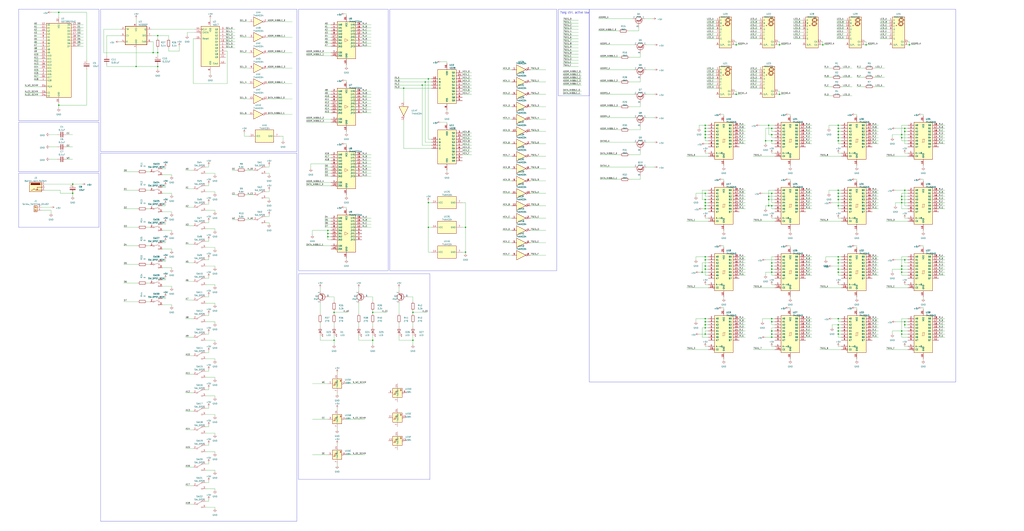
<source format=kicad_sch>
(kicad_sch (version 20230121) (generator eeschema)
  (paper "User" 840.892 436.042)
  (junction (at 579.12 210.82))
  (junction (at 631.19 168.91))
  (junction (at 675.64 36.83))
  (junction (at 633.73 261.62))
  (junction (at 633.73 223.52))
  (junction (at 579.12 113.03))
  (junction (at 631.19 161.29))
  (junction (at 579.12 171.45))
  (junction (at 633.73 105.41))
  (junction (at 633.73 158.75))
  (junction (at 382.27 207.01))
  (junction (at 579.12 168.91))
  (junction (at 688.34 161.29))
  (junction (at 640.08 36.83))
  (junction (at 274.32 256.54))
  (junction (at 579.12 220.98))
  (junction (at 351.79 64.77))
  (junction (at 688.34 220.98))
  (junction (at 688.34 210.82))
  (junction (at 129.54 54.61))
  (junction (at 111.76 54.61))
  (junction (at 633.73 274.32))
  (junction (at 269.24 194.31))
  (junction (at 633.73 115.57))
  (junction (at 631.19 102.87))
  (junction (at 688.34 115.57))
  (junction (at 633.73 215.9))
  (junction (at 125.73 43.18))
  (junction (at 579.12 105.41))
  (junction (at 688.34 105.41))
  (junction (at 579.12 261.62))
  (junction (at 688.34 271.78))
  (junction (at 579.12 166.37))
  (junction (at 579.12 274.32))
  (junction (at 579.12 107.95))
  (junction (at 688.34 107.95))
  (junction (at 579.12 213.36))
  (junction (at 579.12 163.83))
  (junction (at 633.73 110.49))
  (junction (at 129.54 43.18))
  (junction (at 604.52 77.47))
  (junction (at 633.73 168.91))
  (junction (at 628.65 115.57))
  (junction (at 633.73 264.16))
  (junction (at 631.19 163.83))
  (junction (at 688.34 269.24))
  (junction (at 740.41 161.29))
  (junction (at 742.95 213.36))
  (junction (at 688.34 168.91))
  (junction (at 579.12 264.16))
  (junction (at 59.69 151.13))
  (junction (at 331.47 72.39))
  (junction (at 382.27 186.69))
  (junction (at 306.07 256.54))
  (junction (at 274.32 279.4))
  (junction (at 740.41 220.98))
  (junction (at 711.2 36.83))
  (junction (at 349.25 67.31))
  (junction (at 688.34 156.21))
  (junction (at 688.34 110.49))
  (junction (at 740.41 166.37))
  (junction (at 339.09 279.4))
  (junction (at 579.12 269.24))
  (junction (at 346.71 69.85))
  (junction (at 579.12 218.44))
  (junction (at 576.58 223.52))
  (junction (at 688.34 158.75))
  (junction (at 740.41 223.52))
  (junction (at 129.54 29.21))
  (junction (at 688.34 261.62))
  (junction (at 742.95 105.41))
  (junction (at 740.41 271.78))
  (junction (at 740.41 218.44))
  (junction (at 48.26 86.36))
  (junction (at 604.52 36.83))
  (junction (at 269.24 191.77))
  (junction (at 740.41 113.03))
  (junction (at 742.95 264.16))
  (junction (at 688.34 274.32))
  (junction (at 742.95 156.21))
  (junction (at 688.34 223.52))
  (junction (at 633.73 220.98))
  (junction (at 688.34 266.7))
  (junction (at 59.69 158.75))
  (junction (at 579.12 158.75))
  (junction (at 742.95 266.7))
  (junction (at 633.73 271.78))
  (junction (at 306.07 279.4))
  (junction (at 48.26 10.16))
  (junction (at 740.41 274.32))
  (junction (at 640.08 77.47))
  (junction (at 688.34 102.87))
  (junction (at 633.73 218.44))
  (junction (at 688.34 163.83))
  (junction (at 688.34 113.03))
  (junction (at 633.73 276.86))
  (junction (at 579.12 110.49))
  (junction (at 579.12 102.87))
  (junction (at 351.79 186.69))
  (junction (at 746.76 36.83))
  (junction (at 579.12 266.7))
  (junction (at 688.34 215.9))
  (junction (at 339.09 256.54))
  (junction (at 688.34 213.36))
  (junction (at 269.24 189.23))
  (junction (at 742.95 107.95))
  (junction (at 351.79 166.37))
  (junction (at 740.41 163.83))
  (junction (at 740.41 110.49))
  (wire (pts (xy 304.8 30.48) (xy 297.18 30.48)) (stroke (width 0.1524)))
  (wire (pts (xy 284.48 170.18) (xy 283.21 170.18)))
  (wire (pts (xy 331.47 99.06) (xy 331.47 121.92)))
  (wire (pts (xy 448.31 97.79) (xy 435.61 97.79)) (stroke (width 0.1524)))
  (wire (pts (xy 726.44 55.88) (xy 717.55 55.88)) (stroke (width 0.1524)))
  (wire (pts (xy 168.91 386.08) (xy 176.53 386.08)))
  (wire (pts (xy 581.66 226.06) (xy 579.12 226.06)) (stroke (width 0.1524)))
  (wire (pts (xy 576.58 276.86) (xy 576.58 269.24)) (stroke (width 0.1524)))
  (wire (pts (xy 746.76 36.83) (xy 745.49 36.83)))
  (wire (pts (xy 492.76 87.63) (xy 509.27 87.63)))
  (wire (pts (xy 651.51 29.21) (xy 659.13 29.21)) (stroke (width 0.1524)))
  (wire (pts (xy 168.91 213.36) (xy 171.45 213.36)))
  (wire (pts (xy 581.66 128.27) (xy 563.88 128.27)) (stroke (width 0.1524)))
  (wire (pts (xy 612.14 163.83) (xy 607.06 163.83)) (stroke (width 0.1524)))
  (wire (pts (xy 262.89 248.92) (xy 262.89 257.81)))
  (wire (pts (xy 379.73 119.38) (xy 387.35 119.38)) (stroke (width 0.1524)))
  (wire (pts (xy 666.75 213.36) (xy 661.67 213.36)) (stroke (width 0.1524)))
  (wire (pts (xy 133.35 250.19) (xy 140.97 250.19)))
  (wire (pts (xy 152.4 414.02) (xy 158.75 414.02)))
  (wire (pts (xy 580.39 69.85) (xy 588.01 69.85)) (stroke (width 0.1524)))
  (wire (pts (xy 168.91 340.36) (xy 176.53 340.36)))
  (wire (pts (xy 688.34 210.82) (xy 688.34 213.36)) (stroke (width 0.1524)))
  (wire (pts (xy 525.78 127) (xy 516.89 127)))
  (wire (pts (xy 721.36 276.86) (xy 716.28 276.86)) (stroke (width 0.1524)))
  (wire (pts (xy 579.12 158.75) (xy 579.12 161.29)) (stroke (width 0.1524)))
  (wire (pts (xy 735.33 166.37) (xy 735.33 168.91)) (stroke (width 0.1524)))
  (wire (pts (xy 351.79 64.77) (xy 351.79 114.3)))
  (wire (pts (xy 740.41 166.37) (xy 735.33 166.37)) (stroke (width 0.1524)))
  (wire (pts (xy 690.88 113.03) (xy 688.34 113.03)) (stroke (width 0.1524)))
  (wire (pts (xy 648.97 135.89) (xy 648.97 137.16)))
  (wire (pts (xy 581.66 166.37) (xy 579.12 166.37)) (stroke (width 0.1524)))
  (wire (pts (xy 666.75 264.16) (xy 661.67 264.16)) (stroke (width 0.1524)))
  (wire (pts (xy 742.95 213.36) (xy 735.33 213.36)) (stroke (width 0.1524)))
  (wire (pts (xy 711.2 34.29) (xy 711.2 36.83)))
  (wire (pts (xy 579.12 261.62) (xy 579.12 264.16)) (stroke (width 0.1524)))
  (wire (pts (xy 462.28 24.13) (xy 474.98 24.13)) (stroke (width 0.1524)))
  (wire (pts (xy 448.31 168.91) (xy 435.61 168.91)) (stroke (width 0.1524)))
  (wire (pts (xy 745.49 118.11) (xy 742.95 118.11)) (stroke (width 0.1524)))
  (wire (pts (xy 525.78 64.77) (xy 525.78 67.31)))
  (wire (pts (xy 462.28 49.53) (xy 474.98 49.53)) (stroke (width 0.1524)))
  (wire (pts (xy 694.69 21.59) (xy 687.07 21.59)) (stroke (width 0.1524)))
  (wire (pts (xy 420.37 189.23) (xy 412.75 189.23)) (stroke (width 0.1524)))
  (wire (pts (xy 152.4 170.18) (xy 158.75 170.18)))
  (wire (pts (xy 477.52 77.47) (xy 462.28 77.47)) (stroke (width 0.1524)))
  (wire (pts (xy 628.65 223.52) (xy 628.65 226.06)) (stroke (width 0.1524)))
  (wire (pts (xy 133.35 219.71) (xy 140.97 219.71)))
  (wire (pts (xy 666.75 223.52) (xy 661.67 223.52)) (stroke (width 0.1524)))
  (wire (pts (xy 59.69 130.81) (xy 54.61 130.81)) (stroke (width 0.1524)))
  (wire (pts (xy 420.37 148.59) (xy 412.75 148.59)) (stroke (width 0.1524)))
  (wire (pts (xy 171.45 364.49) (xy 171.45 365.76)))
  (wire (pts (xy 579.12 161.29) (xy 581.66 161.29)) (stroke (width 0.1524)))
  (wire (pts (xy 349.25 67.31) (xy 323.85 67.31)) (stroke (width 0.1524)))
  (wire (pts (xy 168.91 279.4) (xy 176.53 279.4)))
  (wire (pts (xy 354.33 166.37) (xy 351.79 166.37)))
  (wire (pts (xy 171.45 151.13) (xy 171.45 152.4)))
  (wire (pts (xy 721.36 213.36) (xy 716.28 213.36)) (stroke (width 0.1524)))
  (wire (pts (xy 140.97 158.75) (xy 140.97 160.02)))
  (wire (pts (xy 699.77 55.88) (xy 692.15 55.88)) (stroke (width 0.1524)))
  (wire (pts (xy 633.73 158.75) (xy 633.73 166.37)) (stroke (width 0.1524)))
  (wire (pts (xy 220.98 176.53) (xy 220.98 177.8)))
  (wire (pts (xy 138.43 41.91) (xy 138.43 39.37)))
  (wire (pts (xy 612.14 226.06) (xy 607.06 226.06)) (stroke (width 0.1524)))
  (wire (pts (xy 262.89 236.22) (xy 262.89 238.76)))
  (wire (pts (xy 579.12 271.78) (xy 581.66 271.78)) (stroke (width 0.1524)))
  (wire (pts (xy 690.88 179.07) (xy 688.34 179.07)) (stroke (width 0.1524)))
  (wire (pts (xy 576.58 223.52) (xy 581.66 223.52)) (stroke (width 0.1524)))
  (wire (pts (xy 101.6 201.93) (xy 113.03 201.93)))
  (wire (pts (xy 176.53 187.96) (xy 176.53 189.23)))
  (wire (pts (xy 186.69 68.58) (xy 186.69 41.91)))
  (wire (pts (xy 745.49 115.57) (xy 740.41 115.57)) (stroke (width 0.1524)))
  (wire (pts (xy 251.46 152.4) (xy 271.78 152.4)) (stroke (width 0.1524)))
  (wire (pts (xy 612.14 261.62) (xy 607.06 261.62)) (stroke (width 0.1524)))
  (wire (pts (xy 153.67 26.67) (xy 160.02 26.67)))
  (wire (pts (xy 152.4 368.3) (xy 158.75 368.3)))
  (wire (pts (xy 284.48 107.95) (xy 284.48 109.22)))
  (wire (pts (xy 168.91 365.76) (xy 171.45 365.76)))
  (wire (pts (xy 666.75 171.45) (xy 661.67 171.45)) (stroke (width 0.1524)))
  (wire (pts (xy 168.91 264.16) (xy 176.53 264.16)))
  (wire (pts (xy 354.33 116.84) (xy 349.25 116.84)))
  (wire (pts (xy 571.5 161.29) (xy 571.5 158.75)) (stroke (width 0.1524)))
  (wire (pts (xy 694.69 24.13) (xy 687.07 24.13)) (stroke (width 0.1524)))
  (wire (pts (xy 727.71 236.22) (xy 745.49 236.22)) (stroke (width 0.1524)))
  (wire (pts (xy 71.12 10.16) (xy 71.12 49.53)))
  (wire (pts (xy 703.58 147.32) (xy 702.31 147.32)))
  (wire (pts (xy 492.76 147.32) (xy 509.27 147.32)))
  (wire (pts (xy 721.36 215.9) (xy 716.28 215.9)) (stroke (width 0.1524)))
  (wire (pts (xy 588.01 24.13) (xy 580.39 24.13)) (stroke (width 0.1524)))
  (wire (pts (xy 742.95 156.21) (xy 735.33 156.21)) (stroke (width 0.1524)))
  (wire (pts (xy 435.61 189.23) (xy 448.31 189.23)) (stroke (width 0.1524)))
  (wire (pts (xy 636.27 226.06) (xy 633.73 226.06)) (stroke (width 0.1524)))
  (wire (pts (xy 168.91 203.2) (xy 176.53 203.2)))
  (wire (pts (xy 659.13 19.05) (xy 651.51 19.05)) (stroke (width 0.1524)))
  (wire (pts (xy 135.89 243.84) (xy 135.89 245.11)))
  (wire (pts (xy 354.33 119.38) (xy 346.71 119.38)))
  (wire (pts (xy 304.8 82.55) (xy 297.18 82.55)) (stroke (width 0.1524)))
  (wire (pts (xy 152.4 398.78) (xy 158.75 398.78)))
  (wire (pts (xy 339.09 255.27) (xy 339.09 256.54)))
  (wire (pts (xy 740.41 102.87) (xy 740.41 110.49)) (stroke (width 0.1524)))
  (wire (pts (xy 304.8 80.01) (xy 297.18 80.01)) (stroke (width 0.1524)))
  (wire (pts (xy 579.12 105.41) (xy 579.12 107.95)) (stroke (width 0.1524)))
  (wire (pts (xy 120.65 217.17) (xy 123.19 217.17)))
  (wire (pts (xy 688.34 210.82) (xy 678.18 210.82)) (stroke (width 0.1524)))
  (wire (pts (xy 633.73 168.91) (xy 631.19 168.91)) (stroke (width 0.1524)))
  (wire (pts (xy 219.71 30.48) (xy 240.03 30.48)) (stroke (width 0.1524)))
  (wire (pts (xy 462.28 52.07) (xy 474.98 52.07)) (stroke (width 0.1524)))
  (wire (pts (xy 727.71 181.61) (xy 745.49 181.61)) (stroke (width 0.1524)))
  (wire (pts (xy 636.27 269.24) (xy 633.73 269.24)) (stroke (width 0.1524)))
  (wire (pts (xy 579.12 171.45) (xy 581.66 171.45)) (stroke (width 0.1524)))
  (wire (pts (xy 147.32 38.1) (xy 147.32 41.91)))
  (wire (pts (xy 631.19 110.49) (xy 633.73 110.49)) (stroke (width 0.1524)))
  (wire (pts (xy 636.27 266.7) (xy 633.73 266.7)) (stroke (width 0.1524)))
  (wire (pts (xy 690.88 161.29) (xy 688.34 161.29)) (stroke (width 0.1524)))
  (wire (pts (xy 740.41 113.03) (xy 745.49 113.03)) (stroke (width 0.1524)))
  (wire (pts (xy 530.86 77.47) (xy 537.21 77.47)))
  (wire (pts (xy 636.27 218.44) (xy 633.73 218.44)) (stroke (width 0.1524)))
  (wire (pts (xy 633.73 269.24) (xy 633.73 271.78)) (stroke (width 0.1524)))
  (wire (pts (xy 147.32 41.91) (xy 138.43 41.91)))
  (wire (pts (xy 271.78 35.56) (xy 266.7 35.56)) (stroke (width 0.1524)))
  (wire (pts (xy 775.97 158.75) (xy 770.89 158.75)) (stroke (width 0.1524)))
  (wire (pts (xy 36.83 156.21) (xy 49.53 156.21)) (stroke (width 0.1524)))
  (wire (pts (xy 185.42 26.67) (xy 193.04 26.67)) (stroke (width 0.1524)))
  (wire (pts (xy 688.34 161.29) (xy 688.34 163.83)) (stroke (width 0.1524)))
  (wire (pts (xy 703.58 254) (xy 703.58 252.73)))
  (wire (pts (xy 190.5 180.34) (xy 194.31 180.34)))
  (wire (pts (xy 758.19 135.89) (xy 758.19 137.16)))
  (wire (pts (xy 745.49 125.73) (xy 742.95 125.73)) (stroke (width 0.1524)))
  (wire (pts (xy 721.36 271.78) (xy 716.28 271.78)) (stroke (width 0.1524)))
  (wire (pts (xy 636.27 102.87) (xy 631.19 102.87)) (stroke (width 0.1524)))
  (wire (pts (xy 171.45 334.01) (xy 171.45 335.28)))
  (wire (pts (xy 581.66 210.82) (xy 579.12 210.82)) (stroke (width 0.1524)))
  (wire (pts (xy 48.26 85.09) (xy 48.26 86.36)))
  (wire (pts (xy 775.97 266.7) (xy 770.89 266.7)) (stroke (width 0.1524)))
  (wire (pts (xy 168.91 370.84) (xy 176.53 370.84)))
  (wire (pts (xy 176.53 172.72) (xy 176.53 173.99)))
  (wire (pts (xy 491.49 25.4) (xy 508 25.4)))
  (wire (pts (xy 271.78 139.7) (xy 266.7 139.7)) (stroke (width 0.1524)))
  (wire (pts (xy 678.18 210.82) (xy 678.18 213.36)) (stroke (width 0.1524)))
  (wire (pts (xy 745.49 213.36) (xy 742.95 213.36)) (stroke (width 0.1524)))
  (wire (pts (xy 351.79 186.69) (xy 354.33 186.69)))
  (wire (pts (xy 284.48 67.31) (xy 284.48 66.04)))
  (wire (pts (xy 708.66 55.88) (xy 709.93 55.88)))
  (wire (pts (xy 623.57 26.67) (xy 615.95 26.67)) (stroke (width 0.1524)))
  (wire (pts (xy 379.73 166.37) (xy 382.27 166.37)))
  (wire (pts (xy 68.58 22.86) (xy 63.5 22.86)) (stroke (width 0.1524)))
  (wire (pts (xy 688.34 261.62) (xy 683.26 261.62)) (stroke (width 0.1524)))
  (wire (pts (xy 690.88 125.73) (xy 688.34 125.73)) (stroke (width 0.1524)))
  (wire (pts (xy 27.94 33.02) (xy 33.02 33.02)) (stroke (width 0.1524)))
  (wire (pts (xy 690.88 63.5) (xy 692.15 63.5)))
  (wire (pts (xy 379.73 74.93) (xy 387.35 74.93)) (stroke (width 0.1524)))
  (wire (pts (xy 284.48 171.45) (xy 284.48 170.18)))
  (wire (pts (xy 168.91 142.24) (xy 176.53 142.24)))
  (wire (pts (xy 41.91 10.16) (xy 48.26 10.16)))
  (wire (pts (xy 742.95 168.91) (xy 745.49 168.91)) (stroke (width 0.1524)))
  (wire (pts (xy 640.08 74.93) (xy 640.08 77.47)))
  (wire (pts (xy 666.75 210.82) (xy 661.67 210.82)) (stroke (width 0.1524)))
  (wire (pts (xy 680.72 102.87) (xy 680.72 105.41)) (stroke (width 0.1524)))
  (wire (pts (xy 304.8 179.07) (xy 297.18 179.07)) (stroke (width 0.1524)))
  (wire (pts (xy 379.73 62.23) (xy 387.35 62.23)) (stroke (width 0.1524)))
  (wire (pts (xy 576.58 156.21) (xy 576.58 163.83)) (stroke (width 0.1524)))
  (wire (pts (xy 574.04 102.87) (xy 579.12 102.87)) (stroke (width 0.1524)))
  (wire (pts (xy 623.57 16.51) (xy 615.95 16.51)) (stroke (width 0.1524)))
  (wire (pts (xy 270.51 243.84) (xy 274.32 243.84)))
  (wire (pts (xy 448.31 57.15) (xy 435.61 57.15)) (stroke (width 0.1524)))
  (wire (pts (xy 666.75 163.83) (xy 661.67 163.83)) (stroke (width 0.1524)))
  (wire (pts (xy 152.4 139.7) (xy 158.75 139.7)))
  (wire (pts (xy 703.58 135.89) (xy 703.58 137.16)))
  (wire (pts (xy 327.66 275.59) (xy 327.66 279.4)))
  (wire (pts (xy 219.71 81.28) (xy 240.03 81.28)) (stroke (width 0.1524)))
  (wire (pts (xy 269.24 373.38) (xy 256.54 373.38)) (stroke (width 0.1524)))
  (wire (pts (xy 34.29 172.72) (xy 41.91 172.72)) (stroke (width 0.1524)))
  (wire (pts (xy 168.91 259.08) (xy 171.45 259.08)))
  (wire (pts (xy 204.47 81.28) (xy 196.85 81.28)) (stroke (width 0.1524)))
  (wire (pts (xy 666.75 274.32) (xy 661.67 274.32)) (stroke (width 0.1524)))
  (wire (pts (xy 581.66 261.62) (xy 579.12 261.62)) (stroke (width 0.1524)))
  (wire (pts (xy 775.97 118.11) (xy 770.89 118.11)) (stroke (width 0.1524)))
  (wire (pts (xy 525.78 124.46) (xy 525.78 127)))
  (wire (pts (xy 420.37 67.31) (xy 412.75 67.31)) (stroke (width 0.1524)))
  (wire (pts (xy 730.25 26.67) (xy 722.63 26.67)) (stroke (width 0.1524)))
  (wire (pts (xy 219.71 43.18) (xy 240.03 43.18)) (stroke (width 0.1524)))
  (wire (pts (xy 745.49 102.87) (xy 740.41 102.87)) (stroke (width 0.1524)))
  (wire (pts (xy 745.49 158.75) (xy 740.41 158.75)) (stroke (width 0.1524)))
  (wire (pts (xy 631.19 102.87) (xy 623.57 102.87)) (stroke (width 0.1524)))
  (wire (pts (xy 339.09 243.84) (xy 339.09 247.65)))
  (wire (pts (xy 659.13 26.67) (xy 651.51 26.67)) (stroke (width 0.1524)))
  (wire (pts (xy 168.91 187.96) (xy 176.53 187.96)))
  (wire (pts (xy 666.75 266.7) (xy 661.67 266.7)) (stroke (width 0.1524)))
  (wire (pts (xy 775.97 276.86) (xy 770.89 276.86)) (stroke (width 0.1524)))
  (wire (pts (xy 274.32 265.43) (xy 274.32 267.97)))
  (wire (pts (xy 59.69 158.75) (xy 59.69 161.29)) (stroke (width 0.1524)))
  (wire (pts (xy 379.73 59.69) (xy 387.35 59.69)) (stroke (width 0.1524)))
  (wire (pts (xy 594.36 93.98) (xy 593.09 93.98)))
  (wire (pts (xy 306.07 279.4) (xy 306.07 283.21)))
  (wire (pts (xy 152.4 292.1) (xy 158.75 292.1)))
  (wire (pts (xy 746.76 34.29) (xy 746.76 36.83)))
  (wire (pts (xy 775.97 264.16) (xy 770.89 264.16)) (stroke (width 0.1524)))
  (wire (pts (xy 612.14 266.7) (xy 607.06 266.7)) (stroke (width 0.1524)))
  (wire (pts (xy 201.93 160.02) (xy 208.28 160.02)))
  (wire (pts (xy 615.95 29.21) (xy 623.57 29.21)) (stroke (width 0.1524)))
  (wire (pts (xy 48.26 86.36) (xy 48.26 88.9)))
  (wire (pts (xy 530.86 96.52) (xy 537.21 96.52)))
  (wire (pts (xy 218.44 162.56) (xy 220.98 162.56)))
  (wire (pts (xy 168.91 182.88) (xy 171.45 182.88)))
  (wire (pts (xy 612.14 271.78) (xy 607.06 271.78)) (stroke (width 0.1524)))
  (wire (pts (xy 703.58 243.84) (xy 703.58 245.11)))
  (wire (pts (xy 687.07 31.75) (xy 694.69 31.75)) (stroke (width 0.1524)))
  (wire (pts (xy 673.1 236.22) (xy 690.88 236.22)) (stroke (width 0.1524)))
  (wire (pts (xy 462.28 19.05) (xy 474.98 19.05)) (stroke (width 0.1524)))
  (wire (pts (xy 176.53 309.88) (xy 176.53 311.15)))
  (wire (pts (xy 304.8 142.24) (xy 297.18 142.24)) (stroke (width 0.1524)))
  (wire (pts (xy 571.5 264.16) (xy 571.5 261.62)) (stroke (width 0.1524)))
  (wire (pts (xy 758.19 201.93) (xy 756.92 201.93)))
  (wire (pts (xy 420.37 168.91) (xy 412.75 168.91)) (stroke (width 0.1524)))
  (wire (pts (xy 571.5 210.82) (xy 579.12 210.82)) (stroke (width 0.1524)))
  (wire (pts (xy 274.32 243.84) (xy 274.32 247.65)))
  (wire (pts (xy 690.88 107.95) (xy 688.34 107.95)) (stroke (width 0.1524)))
  (wire (pts (xy 688.34 158.75) (xy 688.34 161.29)) (stroke (width 0.1524)))
  (wire (pts (xy 694.69 19.05) (xy 687.07 19.05)) (stroke (width 0.1524)))
  (wire (pts (xy 204.47 55.88) (xy 196.85 55.88)) (stroke (width 0.1524)))
  (wire (pts (xy 218.44 137.16) (xy 220.98 137.16)))
  (wire (pts (xy 758.19 252.73) (xy 756.92 252.73)))
  (wire (pts (xy 274.32 275.59) (xy 274.32 279.4)))
  (wire (pts (xy 775.97 210.82) (xy 770.89 210.82)) (stroke (width 0.1524)))
  (wire (pts (xy 68.58 20.32) (xy 63.5 20.32)) (stroke (width 0.1524)))
  (wire (pts (xy 274.32 255.27) (xy 274.32 256.54)))
  (wire (pts (xy 718.82 63.5) (xy 726.44 63.5)) (stroke (width 0.1524)))
  (wire (pts (xy 525.78 147.32) (xy 516.89 147.32)))
  (wire (pts (xy 176.53 416.56) (xy 176.53 417.83)))
  (wire (pts (xy 690.88 210.82) (xy 688.34 210.82)) (stroke (width 0.1524)))
  (wire (pts (xy 262.89 275.59) (xy 262.89 279.4)))
  (wire (pts (xy 775.97 220.98) (xy 770.89 220.98)) (stroke (width 0.1524)))
  (wire (pts (xy 140.97 189.23) (xy 140.97 190.5)))
  (wire (pts (xy 327.66 248.92) (xy 327.66 257.81)))
  (wire (pts (xy 636.27 118.11) (xy 633.73 118.11)) (stroke (width 0.1524)))
  (wire (pts (xy 171.45 166.37) (xy 171.45 167.64)))
  (wire (pts (xy 289.56 373.38) (xy 299.72 373.38)) (stroke (width 0.1524)))
  (wire (pts (xy 633.73 218.44) (xy 633.73 215.9)) (stroke (width 0.1524)))
  (wire (pts (xy 633.73 215.9) (xy 636.27 215.9)) (stroke (width 0.1524)))
  (wire (pts (xy 703.58 93.98) (xy 702.31 93.98)))
  (wire (pts (xy 477.52 74.93) (xy 462.28 74.93)) (stroke (width 0.1524)))
  (wire (pts (xy 129.54 29.21) (xy 138.43 29.21)))
  (wire (pts (xy 271.78 92.71) (xy 266.7 92.71)) (stroke (width 0.1524)))
  (wire (pts (xy 688.34 215.9) (xy 688.34 220.98)) (stroke (width 0.1524)))
  (wire (pts (xy 648.97 203.2) (xy 648.97 201.93)))
  (wire (pts (xy 251.46 97.79) (xy 271.78 97.79)) (stroke (width 0.1524)))
  (wire (pts (xy 168.91 228.6) (xy 171.45 228.6)))
  (wire (pts (xy 168.91 381) (xy 171.45 381)))
  (wire (pts (xy 382.27 207.01) (xy 382.27 208.28)))
  (wire (pts (xy 271.78 22.86) (xy 266.7 22.86)) (stroke (width 0.1524)))
  (wire (pts (xy 335.28 243.84) (xy 339.09 243.84)))
  (wire (pts (xy 648.97 95.25) (xy 648.97 93.98)))
  (wire (pts (xy 742.95 105.41) (xy 735.33 105.41)) (stroke (width 0.1524)))
  (wire (pts (xy 745.49 220.98) (xy 740.41 220.98)) (stroke (width 0.1524)))
  (wire (pts (xy 271.78 191.77) (xy 269.24 191.77)))
  (wire (pts (xy 284.48 66.04) (xy 283.21 66.04)))
  (wire (pts (xy 612.14 210.82) (xy 607.06 210.82)) (stroke (width 0.1524)))
  (wire (pts (xy 349.25 67.31) (xy 354.33 67.31)))
  (wire (pts (xy 745.49 233.68) (xy 742.95 233.68)) (stroke (width 0.1524)))
  (wire (pts (xy 327.66 265.43) (xy 327.66 267.97)))
  (wire (pts (xy 41.91 172.72) (xy 41.91 175.26)) (stroke (width 0.1524)))
  (wire (pts (xy 201.93 180.34) (xy 208.28 180.34)))
  (wire (pts (xy 594.36 294.64) (xy 594.36 295.91)))
  (wire (pts (xy 740.41 218.44) (xy 745.49 218.44)) (stroke (width 0.1524)))
  (wire (pts (xy 158.75 31.75) (xy 158.75 68.58)))
  (wire (pts (xy 721.36 110.49) (xy 716.28 110.49)) (stroke (width 0.1524)))
  (wire (pts (xy 49.53 158.75) (xy 59.69 158.75)) (stroke (width 0.1524)))
  (wire (pts (xy 530.86 57.15) (xy 537.21 57.15)))
  (wire (pts (xy 176.53 218.44) (xy 176.53 219.71)))
  (wire (pts (xy 721.36 158.75) (xy 716.28 158.75)) (stroke (width 0.1524)))
  (wire (pts (xy 172.72 15.24) (xy 172.72 16.51)))
  (wire (pts (xy 633.73 223.52) (xy 633.73 220.98)) (stroke (width 0.1524)))
  (wire (pts (xy 732.79 220.98) (xy 732.79 223.52)) (stroke (width 0.1524)))
  (wire (pts (xy 379.73 109.22) (xy 387.35 109.22)) (stroke (width 0.1524)))
  (wire (pts (xy 690.88 266.7) (xy 688.34 266.7)) (stroke (width 0.1524)))
  (wire (pts (xy 274.32 279.4) (xy 274.32 283.21)))
  (wire (pts (xy 640.08 36.83) (xy 638.81 36.83)))
  (wire (pts (xy 140.97 250.19) (xy 140.97 251.46)))
  (wire (pts (xy 304.8 87.63) (xy 297.18 87.63)) (stroke (width 0.1524)))
  (wire (pts (xy 690.88 118.11) (xy 688.34 118.11)) (stroke (width 0.1524)))
  (wire (pts (xy 721.36 163.83) (xy 716.28 163.83)) (stroke (width 0.1524)))
  (wire (pts (xy 563.88 181.61) (xy 581.66 181.61)) (stroke (width 0.1524)))
  (wire (pts (xy 683.26 266.7) (xy 683.26 269.24)) (stroke (width 0.1524)))
  (wire (pts (xy 97.79 34.29) (xy 99.06 34.29)))
  (wire (pts (xy 525.78 46.99) (xy 516.89 46.99)))
  (wire (pts (xy 579.12 266.7) (xy 579.12 269.24)) (stroke (width 0.1524)))
  (wire (pts (xy 633.73 276.86) (xy 633.73 274.32)) (stroke (width 0.1524)))
  (wire (pts (xy 742.95 269.24) (xy 742.95 266.7)) (stroke (width 0.1524)))
  (wire (pts (xy 581.66 215.9) (xy 576.58 215.9)) (stroke (width 0.1524)))
  (wire (pts (xy 85.09 43.18) (xy 125.73 43.18)))
  (wire (pts (xy 152.4 353.06) (xy 158.75 353.06)))
  (wire (pts (xy 666.75 113.03) (xy 661.67 113.03)) (stroke (width 0.1524)))
  (wire (pts (xy 703.58 294.64) (xy 703.58 295.91)))
  (wire (pts (xy 271.78 144.78) (xy 266.7 144.78)) (stroke (width 0.1524)))
  (wire (pts (xy 709.93 34.29) (xy 711.2 34.29)))
  (wire (pts (xy 648.97 294.64) (xy 648.97 295.91)))
  (wire (pts (xy 474.98 54.61) (xy 462.28 54.61)) (stroke (width 0.1524)))
  (wire (pts (xy 435.61 107.95) (xy 448.31 107.95)) (stroke (width 0.1524)))
  (wire (pts (xy 775.97 171.45) (xy 770.89 171.45)) (stroke (width 0.1524)))
  (wire (pts (xy 524.51 25.4) (xy 515.62 25.4)))
  (wire (pts (xy 168.91 309.88) (xy 176.53 309.88)))
  (wire (pts (xy 745.49 284.48) (xy 742.95 284.48)) (stroke (width 0.1524)))
  (wire (pts (xy 171.45 212.09) (xy 171.45 213.36)))
  (wire (pts (xy 612.14 118.11) (xy 607.06 118.11)) (stroke (width 0.1524)))
  (wire (pts (xy 185.42 31.75) (xy 193.04 31.75)) (stroke (width 0.1524)))
  (wire (pts (xy 623.57 24.13) (xy 615.95 24.13)) (stroke (width 0.1524)))
  (wire (pts (xy 176.53 294.64) (xy 176.53 295.91)))
  (wire (pts (xy 220.98 156.21) (xy 220.98 157.48)))
  (wire (pts (xy 229.87 111.76) (xy 232.41 111.76)))
  (wire (pts (xy 367.03 90.17) (xy 367.03 91.44)))
  (wire (pts (xy 563.88 287.02) (xy 581.66 287.02)) (stroke (width 0.1524)))
  (wire (pts (xy 339.09 72.39) (xy 331.47 72.39)) (stroke (width 0.1524)))
  (wire (pts (xy 604.52 36.83) (xy 603.25 36.83)))
  (wire (pts (xy 628.65 168.91) (xy 631.19 168.91)) (stroke (width 0.1524)))
  (wire (pts (xy 176.53 248.92) (xy 176.53 250.19)))
  (wire (pts (xy 190.5 160.02) (xy 194.31 160.02)))
  (wire (pts (xy 690.88 220.98) (xy 688.34 220.98)) (stroke (width 0.1524)))
  (wire (pts (xy 27.94 30.48) (xy 33.02 30.48)) (stroke (width 0.1524)))
  (wire (pts (xy 666.75 215.9) (xy 661.67 215.9)) (stroke (width 0.1524)))
  (wire (pts (xy 367.03 100.33) (xy 361.95 100.33)))
  (wire (pts (xy 688.34 156.21) (xy 688.34 158.75)) (stroke (width 0.1524)))
  (wire (pts (xy 690.88 218.44) (xy 683.26 218.44)) (stroke (width 0.1524)))
  (wire (pts (xy 775.97 215.9) (xy 770.89 215.9)) (stroke (width 0.1524)))
  (wire (pts (xy 152.4 154.94) (xy 158.75 154.94)))
  (wire (pts (xy 251.46 149.86) (xy 271.78 149.86)) (stroke (width 0.1524)))
  (wire (pts (xy 626.11 261.62) (xy 626.11 264.16)) (stroke (width 0.1524)))
  (wire (pts (xy 612.14 156.21) (xy 607.06 156.21)) (stroke (width 0.1524)))
  (wire (pts (xy 615.95 69.85) (xy 623.57 69.85)) (stroke (width 0.1524)))
  (wire (pts (xy 775.97 271.78) (xy 770.89 271.78)) (stroke (width 0.1524)))
  (wire (pts (xy 688.34 264.16) (xy 688.34 261.62)) (stroke (width 0.1524)))
  (wire (pts (xy 304.8 90.17) (xy 297.18 90.17)) (stroke (width 0.1524)))
  (wire (pts (xy 721.36 166.37) (xy 716.28 166.37)) (stroke (width 0.1524)))
  (wire (pts (xy 367.03 101.6) (xy 367.03 100.33)))
  (wire (pts (xy 690.88 171.45) (xy 688.34 171.45)) (stroke (width 0.1524)))
  (wire (pts (xy 256.54 189.23) (xy 256.54 193.04)))
  (wire (pts (xy 775.97 218.44) (xy 770.89 218.44)) (stroke (width 0.1524)))
  (wire (pts (xy 271.78 85.09) (xy 266.7 85.09)) (stroke (width 0.1524)))
  (wire (pts (xy 525.78 85.09) (xy 525.78 87.63)))
  (wire (pts (xy 420.37 77.47) (xy 412.75 77.47)) (stroke (width 0.1524)))
  (wire (pts (xy 133.35 245.11) (xy 135.89 245.11)))
  (wire (pts (xy 304.8 144.78) (xy 297.18 144.78)) (stroke (width 0.1524)))
  (wire (pts (xy 623.57 57.15) (xy 615.95 57.15)) (stroke (width 0.1524)))
  (wire (pts (xy 420.37 107.95) (xy 412.75 107.95)) (stroke (width 0.1524)))
  (wire (pts (xy 152.4 246.38) (xy 158.75 246.38)))
  (wire (pts (xy 168.91 325.12) (xy 176.53 325.12)))
  (wire (pts (xy 171.45 273.05) (xy 171.45 274.32)))
  (wire (pts (xy 525.78 144.78) (xy 525.78 147.32)))
  (wire (pts (xy 133.35 143.51) (xy 140.97 143.51)))
  (wire (pts (xy 294.64 279.4) (xy 306.07 279.4)))
  (wire (pts (xy 636.27 128.27) (xy 618.49 128.27)) (stroke (width 0.1524)))
  (wire (pts (xy 708.66 63.5) (xy 703.58 63.5)) (stroke (width 0.1524)))
  (wire (pts (xy 666.75 276.86) (xy 661.67 276.86)) (stroke (width 0.1524)))
  (wire (pts (xy 721.36 223.52) (xy 716.28 223.52)) (stroke (width 0.1524)))
  (wire (pts (xy 435.61 199.39) (xy 448.31 199.39)) (stroke (width 0.1524)))
  (wire (pts (xy 379.73 69.85) (xy 387.35 69.85)) (stroke (width 0.1524)))
  (wire (pts (xy 580.39 31.75) (xy 588.01 31.75)) (stroke (width 0.1524)))
  (wire (pts (xy 775.97 261.62) (xy 770.89 261.62)) (stroke (width 0.1524)))
  (wire (pts (xy 168.91 218.44) (xy 176.53 218.44)))
  (wire (pts (xy 420.37 209.55) (xy 412.75 209.55)) (stroke (width 0.1524)))
  (wire (pts (xy 220.98 182.88) (xy 220.98 184.15)))
  (wire (pts (xy 140.97 234.95) (xy 140.97 236.22)))
  (wire (pts (xy 271.78 194.31) (xy 269.24 194.31)))
  (wire (pts (xy 633.73 110.49) (xy 636.27 110.49)) (stroke (width 0.1524)))
  (wire (pts (xy 271.78 184.15) (xy 266.7 184.15)) (stroke (width 0.1524)))
  (wire (pts (xy 271.78 132.08) (xy 266.7 132.08)) (stroke (width 0.1524)))
  (wire (pts (xy 730.25 19.05) (xy 722.63 19.05)) (stroke (width 0.1524)))
  (wire (pts (xy 579.12 218.44) (xy 579.12 213.36)) (stroke (width 0.1524)))
  (wire (pts (xy 579.12 274.32) (xy 579.12 271.78)) (stroke (width 0.1524)))
  (wire (pts (xy 758.19 203.2) (xy 758.19 201.93)))
  (wire (pts (xy 636.27 168.91) (xy 633.73 168.91)) (stroke (width 0.1524)))
  (wire (pts (xy 492.76 127) (xy 509.27 127)))
  (wire (pts (xy 168.91 401.32) (xy 176.53 401.32)))
  (wire (pts (xy 306.07 256.54) (xy 317.5 256.54)))
  (wire (pts (xy 721.36 118.11) (xy 716.28 118.11)) (stroke (width 0.1524)))
  (wire (pts (xy 101.6 140.97) (xy 113.03 140.97)))
  (wire (pts (xy 27.94 40.64) (xy 33.02 40.64)) (stroke (width 0.1524)))
  (wire (pts (xy 133.35 234.95) (xy 140.97 234.95)))
  (wire (pts (xy 339.09 256.54) (xy 339.09 257.81)))
  (wire (pts (xy 351.79 165.1) (xy 351.79 166.37)))
  (wire (pts (xy 721.36 226.06) (xy 716.28 226.06)) (stroke (width 0.1524)))
  (wire (pts (xy 690.88 213.36) (xy 688.34 213.36)) (stroke (width 0.1524)))
  (wire (pts (xy 581.66 264.16) (xy 579.12 264.16)) (stroke (width 0.1524)))
  (wire (pts (xy 742.95 118.11) (xy 742.95 107.95)) (stroke (width 0.1524)))
  (wire (pts (xy 721.36 210.82) (xy 716.28 210.82)) (stroke (width 0.1524)))
  (wire (pts (xy 331.47 72.39) (xy 323.85 72.39)) (stroke (width 0.1524)))
  (wire (pts (xy 120.65 156.21) (xy 123.19 156.21)))
  (wire (pts (xy 732.79 110.49) (xy 732.79 113.03)) (stroke (width 0.1524)))
  (wire (pts (xy 525.78 104.14) (xy 525.78 106.68)))
  (wire (pts (xy 581.66 156.21) (xy 576.58 156.21)) (stroke (width 0.1524)))
  (wire (pts (xy 636.27 220.98) (xy 633.73 220.98)) (stroke (width 0.1524)))
  (wire (pts (xy 742.95 266.7) (xy 745.49 266.7)) (stroke (width 0.1524)))
  (wire (pts (xy 612.14 107.95) (xy 607.06 107.95)) (stroke (width 0.1524)))
  (wire (pts (xy 681.99 78.74) (xy 676.91 78.74)) (stroke (width 0.1524)))
  (wire (pts (xy 636.27 261.62) (xy 633.73 261.62)) (stroke (width 0.1524)))
  (wire (pts (xy 462.28 41.91) (xy 474.98 41.91)) (stroke (width 0.1524)))
  (wire (pts (xy 135.89 167.64) (xy 135.89 168.91)))
  (wire (pts (xy 111.76 54.61) (xy 129.54 54.61)))
  (wire (pts (xy 101.6 186.69) (xy 113.03 186.69)))
  (wire (pts (xy 640.08 36.83) (xy 645.16 36.83)))
  (wire (pts (xy 304.8 129.54) (xy 297.18 129.54)) (stroke (width 0.1524)))
  (wire (pts (xy 382.27 207.01) (xy 382.27 186.69)))
  (wire (pts (xy 220.98 162.56) (xy 220.98 163.83)))
  (wire (pts (xy 68.58 27.94) (xy 63.5 27.94)) (stroke (width 0.1524)))
  (wire (pts (xy 276.86 307.34) (xy 276.86 306.07)))
  (wire (pts (xy 633.73 158.75) (xy 626.11 158.75)) (stroke (width 0.1524)))
  (wire (pts (xy 204.47 93.98) (xy 196.85 93.98)) (stroke (width 0.1524)))
  (wire (pts (xy 594.36 148.59) (xy 594.36 147.32)))
  (wire (pts (xy 721.36 171.45) (xy 716.28 171.45)) (stroke (width 0.1524)))
  (wire (pts (xy 775.97 163.83) (xy 770.89 163.83)) (stroke (width 0.1524)))
  (wire (pts (xy 636.27 158.75) (xy 633.73 158.75)) (stroke (width 0.1524)))
  (wire (pts (xy 529.59 15.24) (xy 535.94 15.24)))
  (wire (pts (xy 688.34 107.95) (xy 688.34 110.49)) (stroke (width 0.1524)))
  (wire (pts (xy 271.78 20.32) (xy 266.7 20.32)) (stroke (width 0.1524)))
  (wire (pts (xy 269.24 344.17) (xy 256.54 344.17)) (stroke (width 0.1524)))
  (wire (pts (xy 581.66 284.48) (xy 579.12 284.48)) (stroke (width 0.1524)))
  (wire (pts (xy 129.54 39.37) (xy 129.54 43.18)))
  (wire (pts (xy 251.46 100.33) (xy 271.78 100.33)) (stroke (width 0.1524)))
  (wire (pts (xy 745.49 34.29) (xy 746.76 34.29)))
  (wire (pts (xy 435.61 148.59) (xy 448.31 148.59)) (stroke (width 0.1524)))
  (wire (pts (xy 588.01 21.59) (xy 580.39 21.59)) (stroke (width 0.1524)))
  (wire (pts (xy 666.75 107.95) (xy 661.67 107.95)) (stroke (width 0.1524)))
  (wire (pts (xy 666.75 218.44) (xy 661.67 218.44)) (stroke (width 0.1524)))
  (wire (pts (xy 492.76 96.52) (xy 520.7 96.52)))
  (wire (pts (xy 435.61 118.11) (xy 448.31 118.11)) (stroke (width 0.1524)))
  (wire (pts (xy 382.27 186.69) (xy 382.27 166.37)))
  (wire (pts (xy 666.75 161.29) (xy 661.67 161.29)) (stroke (width 0.1524)))
  (wire (pts (xy 690.88 156.21) (xy 688.34 156.21)) (stroke (width 0.1524)))
  (wire (pts (xy 304.8 22.86) (xy 297.18 22.86)) (stroke (width 0.1524)))
  (wire (pts (xy 129.54 29.21) (xy 129.54 31.75)))
  (wire (pts (xy 581.66 107.95) (xy 579.12 107.95)) (stroke (width 0.1524)))
  (wire (pts (xy 477.52 69.85) (xy 462.28 69.85)) (stroke (width 0.1524)))
  (wire (pts (xy 690.88 284.48) (xy 688.34 284.48)) (stroke (width 0.1524)))
  (wire (pts (xy 289.56 344.17) (xy 299.72 344.17)) (stroke (width 0.1524)))
  (wire (pts (xy 294.64 236.22) (xy 294.64 238.76)))
  (wire (pts (xy 612.14 213.36) (xy 607.06 213.36)) (stroke (width 0.1524)))
  (wire (pts (xy 745.49 156.21) (xy 742.95 156.21)) (stroke (width 0.1524)))
  (wire (pts (xy 688.34 213.36) (xy 688.34 215.9)) (stroke (width 0.1524)))
  (wire (pts (xy 168.91 355.6) (xy 176.53 355.6)))
  (wire (pts (xy 133.35 189.23) (xy 140.97 189.23)))
  (wire (pts (xy 688.34 102.87) (xy 680.72 102.87)) (stroke (width 0.1524)))
  (wire (pts (xy 680.72 156.21) (xy 680.72 158.75)) (stroke (width 0.1524)))
  (wire (pts (xy 40.64 110.49) (xy 46.99 110.49)))
  (wire (pts (xy 304.8 181.61) (xy 297.18 181.61)) (stroke (width 0.1524)))
  (wire (pts (xy 612.14 264.16) (xy 607.06 264.16)) (stroke (width 0.1524)))
  (wire (pts (xy 435.61 158.75) (xy 448.31 158.75)) (stroke (width 0.1524)))
  (wire (pts (xy 331.47 121.92) (xy 354.33 121.92)))
  (wire (pts (xy 271.78 129.54) (xy 266.7 129.54)) (stroke (width 0.1524)))
  (wire (pts (xy 474.98 26.67) (xy 462.28 26.67)) (stroke (width 0.1524)))
  (wire (pts (xy 448.31 209.55) (xy 435.61 209.55)) (stroke (width 0.1524)))
  (wire (pts (xy 176.53 203.2) (xy 176.53 204.47)))
  (wire (pts (xy 36.83 151.13) (xy 59.69 151.13)) (stroke (width 0.1524)))
  (wire (pts (xy 775.97 113.03) (xy 770.89 113.03)) (stroke (width 0.1524)))
  (wire (pts (xy 688.34 261.62) (xy 690.88 261.62)) (stroke (width 0.1524)))
  (wire (pts (xy 284.48 53.34) (xy 284.48 54.61)))
  (wire (pts (xy 33.02 71.12) (xy 20.32 71.12)) (stroke (width 0.1524)))
  (wire (pts (xy 168.91 289.56) (xy 171.45 289.56)))
  (wire (pts (xy 27.94 58.42) (xy 33.02 58.42)) (stroke (width 0.1524)))
  (wire (pts (xy 27.94 63.5) (xy 33.02 63.5)) (stroke (width 0.1524)))
  (wire (pts (xy 152.4 215.9) (xy 158.75 215.9)))
  (wire (pts (xy 176.53 279.4) (xy 176.53 280.67)))
  (wire (pts (xy 745.49 166.37) (xy 740.41 166.37)) (stroke (width 0.1524)))
  (wire (pts (xy 176.53 401.32) (xy 176.53 402.59)))
  (wire (pts (xy 171.45 349.25) (xy 171.45 350.52)))
  (wire (pts (xy 636.27 171.45) (xy 633.73 171.45)) (stroke (width 0.1524)))
  (wire (pts (xy 688.34 269.24) (xy 690.88 269.24)) (stroke (width 0.1524)))
  (wire (pts (xy 690.88 276.86) (xy 688.34 276.86)) (stroke (width 0.1524)))
  (wire (pts (xy 581.66 105.41) (xy 579.12 105.41)) (stroke (width 0.1524)))
  (wire (pts (xy 185.42 34.29) (xy 193.04 34.29)) (stroke (width 0.1524)))
  (wire (pts (xy 623.57 19.05) (xy 615.95 19.05)) (stroke (width 0.1524)))
  (wire (pts (xy 168.91 320.04) (xy 171.45 320.04)))
  (wire (pts (xy 99.06 24.13) (xy 85.09 24.13)))
  (wire (pts (xy 27.94 20.32) (xy 33.02 20.32)) (stroke (width 0.1524)))
  (wire (pts (xy 681.99 71.12) (xy 676.91 71.12)) (stroke (width 0.1524)))
  (wire (pts (xy 176.53 142.24) (xy 176.53 143.51)))
  (wire (pts (xy 579.12 168.91) (xy 579.12 171.45)) (stroke (width 0.1524)))
  (wire (pts (xy 681.99 78.74) (xy 683.26 78.74)))
  (wire (pts (xy 636.27 284.48) (xy 633.73 284.48)) (stroke (width 0.1524)))
  (wire (pts (xy 339.09 256.54) (xy 350.52 256.54)))
  (wire (pts (xy 120.65 140.97) (xy 123.19 140.97)))
  (wire (pts (xy 681.99 63.5) (xy 683.26 63.5)))
  (wire (pts (xy 302.26 243.84) (xy 306.07 243.84)))
  (wire (pts (xy 631.19 156.21) (xy 636.27 156.21)) (stroke (width 0.1524)))
  (wire (pts (xy 775.97 161.29) (xy 770.89 161.29)) (stroke (width 0.1524)))
  (wire (pts (xy 740.41 220.98) (xy 732.79 220.98)) (stroke (width 0.1524)))
  (wire (pts (xy 289.56 344.17) (xy 284.48 344.17)))
  (wire (pts (xy 171.45 257.81) (xy 171.45 259.08)))
  (wire (pts (xy 462.28 36.83) (xy 474.98 36.83)) (stroke (width 0.1524)))
  (wire (pts (xy 204.47 111.76) (xy 200.66 111.76)))
  (wire (pts (xy 576.58 163.83) (xy 579.12 163.83)) (stroke (width 0.1524)))
  (wire (pts (xy 304.8 35.56) (xy 297.18 35.56)) (stroke (width 0.1524)))
  (wire (pts (xy 588.01 57.15) (xy 580.39 57.15)) (stroke (width 0.1524)))
  (wire (pts (xy 690.88 166.37) (xy 683.26 166.37)) (stroke (width 0.1524)))
  (wire (pts (xy 721.36 264.16) (xy 716.28 264.16)) (stroke (width 0.1524)))
  (wire (pts (xy 740.41 223.52) (xy 740.41 220.98)) (stroke (width 0.1524)))
  (wire (pts (xy 276.86 323.85) (xy 276.86 322.58)))
  (wire (pts (xy 87.63 54.61) (xy 111.76 54.61)))
  (wire (pts (xy 688.34 163.83) (xy 688.34 168.91)) (stroke (width 0.1524)))
  (wire (pts (xy 612.14 220.98) (xy 607.06 220.98)) (stroke (width 0.1524)))
  (wire (pts (xy 612.14 276.86) (xy 607.06 276.86)) (stroke (width 0.1524)))
  (wire (pts (xy 168.91 172.72) (xy 176.53 172.72)))
  (wire (pts (xy 740.41 110.49) (xy 732.79 110.49)) (stroke (width 0.1524)))
  (wire (pts (xy 135.89 182.88) (xy 135.89 184.15)))
  (wire (pts (xy 168.91 152.4) (xy 171.45 152.4)))
  (wire (pts (xy 271.78 82.55) (xy 266.7 82.55)) (stroke (width 0.1524)))
  (wire (pts (xy 666.75 220.98) (xy 661.67 220.98)) (stroke (width 0.1524)))
  (wire (pts (xy 688.34 220.98) (xy 688.34 223.52)) (stroke (width 0.1524)))
  (wire (pts (xy 775.97 102.87) (xy 770.89 102.87)) (stroke (width 0.1524)))
  (wire (pts (xy 271.78 30.48) (xy 266.7 30.48)) (stroke (width 0.1524)))
  (wire (pts (xy 588.01 62.23) (xy 580.39 62.23)) (stroke (width 0.1524)))
  (wire (pts (xy 271.78 25.4) (xy 266.7 25.4)) (stroke (width 0.1524)))
  (wire (pts (xy 176.53 264.16) (xy 176.53 265.43)))
  (wire (pts (xy 717.55 71.12) (xy 718.82 71.12)))
  (wire (pts (xy 200.66 111.76) (xy 200.66 109.22)))
  (wire (pts (xy 688.34 223.52) (xy 690.88 223.52)) (stroke (width 0.1524)))
  (wire (pts (xy 688.34 118.11) (xy 688.34 115.57)) (stroke (width 0.1524)))
  (wire (pts (xy 152.4 383.54) (xy 158.75 383.54)))
  (wire (pts (xy 176.53 386.08) (xy 176.53 387.35)))
  (wire (pts (xy 721.36 269.24) (xy 716.28 269.24)) (stroke (width 0.1524)))
  (wire (pts (xy 304.8 33.02) (xy 297.18 33.02)) (stroke (width 0.1524)))
  (wire (pts (xy 435.61 87.63) (xy 448.31 87.63)) (stroke (width 0.1524)))
  (wire (pts (xy 271.78 181.61) (xy 266.7 181.61)) (stroke (width 0.1524)))
  (wire (pts (xy 48.26 10.16) (xy 48.26 13.97)))
  (wire (pts (xy 612.14 274.32) (xy 607.06 274.32)) (stroke (width 0.1524)))
  (wire (pts (xy 492.76 106.68) (xy 509.27 106.68)))
  (wire (pts (xy 271.78 196.85) (xy 269.24 196.85)))
  (wire (pts (xy 27.94 22.86) (xy 33.02 22.86)) (stroke (width 0.1524)))
  (wire (pts (xy 306.07 255.27) (xy 306.07 256.54)))
  (wire (pts (xy 420.37 97.79) (xy 412.75 97.79)) (stroke (width 0.1524)))
  (wire (pts (xy 594.36 189.23) (xy 594.36 190.5)))
  (wire (pts (xy 690.88 287.02) (xy 673.1 287.02)) (stroke (width 0.1524)))
  (wire (pts (xy 271.78 77.47) (xy 266.7 77.47)) (stroke (width 0.1524)))
  (wire (pts (xy 462.28 34.29) (xy 474.98 34.29)) (stroke (width 0.1524)))
  (wire (pts (xy 612.14 215.9) (xy 607.06 215.9)) (stroke (width 0.1524)))
  (wire (pts (xy 718.82 71.12) (xy 726.44 71.12)) (stroke (width 0.1524)))
  (wire (pts (xy 176.53 157.48) (xy 176.53 158.75)))
  (wire (pts (xy 68.58 33.02) (xy 63.5 33.02)) (stroke (width 0.1524)))
  (wire (pts (xy 687.07 29.21) (xy 694.69 29.21)) (stroke (width 0.1524)))
  (wire (pts (xy 379.73 116.84) (xy 387.35 116.84)) (stroke (width 0.1524)))
  (wire (pts (xy 633.73 113.03) (xy 633.73 110.49)) (stroke (width 0.1524)))
  (wire (pts (xy 612.14 166.37) (xy 607.06 166.37)) (stroke (width 0.1524)))
  (wire (pts (xy 717.55 63.5) (xy 718.82 63.5)))
  (wire (pts (xy 745.49 223.52) (xy 740.41 223.52)) (stroke (width 0.1524)))
  (wire (pts (xy 612.14 218.44) (xy 607.06 218.44)) (stroke (width 0.1524)))
  (wire (pts (xy 666.75 226.06) (xy 661.67 226.06)) (stroke (width 0.1524)))
  (wire (pts (xy 492.76 36.83) (xy 520.7 36.83)))
  (wire (pts (xy 327.66 236.22) (xy 327.66 238.76)))
  (wire (pts (xy 304.8 38.1) (xy 297.18 38.1)) (stroke (width 0.1524)))
  (wire (pts (xy 690.88 110.49) (xy 688.34 110.49)) (stroke (width 0.1524)))
  (wire (pts (xy 615.95 31.75) (xy 623.57 31.75)) (stroke (width 0.1524)))
  (wire (pts (xy 524.51 22.86) (xy 524.51 25.4)))
  (wire (pts (xy 220.98 135.89) (xy 220.98 137.16)))
  (wire (pts (xy 304.8 134.62) (xy 297.18 134.62)) (stroke (width 0.1524)))
  (wire (pts (xy 269.24 314.96) (xy 256.54 314.96)) (stroke (width 0.1524)))
  (wire (pts (xy 581.66 220.98) (xy 579.12 220.98)) (stroke (width 0.1524)))
  (wire (pts (xy 612.14 113.03) (xy 607.06 113.03)) (stroke (width 0.1524)))
  (wire (pts (xy 690.88 105.41) (xy 688.34 105.41)) (stroke (width 0.1524)))
  (wire (pts (xy 603.25 34.29) (xy 604.52 34.29)))
  (wire (pts (xy 612.14 223.52) (xy 607.06 223.52)) (stroke (width 0.1524)))
  (wire (pts (xy 27.94 45.72) (xy 33.02 45.72)) (stroke (width 0.1524)))
  (wire (pts (xy 666.75 105.41) (xy 661.67 105.41)) (stroke (width 0.1524)))
  (wire (pts (xy 135.89 152.4) (xy 135.89 153.67)))
  (wire (pts (xy 152.4 261.62) (xy 158.75 261.62)))
  (wire (pts (xy 492.76 67.31) (xy 509.27 67.31)))
  (wire (pts (xy 721.36 218.44) (xy 716.28 218.44)) (stroke (width 0.1524)))
  (wire (pts (xy 633.73 171.45) (xy 633.73 168.91)) (stroke (width 0.1524)))
  (wire (pts (xy 703.58 95.25) (xy 703.58 93.98)))
  (wire (pts (xy 462.28 21.59) (xy 474.98 21.59)) (stroke (width 0.1524)))
  (wire (pts (xy 68.58 38.1) (xy 63.5 38.1)) (stroke (width 0.1524)))
  (wire (pts (xy 740.41 274.32) (xy 740.41 271.78)) (stroke (width 0.1524)))
  (wire (pts (xy 604.52 74.93) (xy 604.52 77.47)))
  (wire (pts (xy 201.93 139.7) (xy 208.28 139.7)))
  (wire (pts (xy 688.34 102.87) (xy 688.34 105.41)) (stroke (width 0.1524)))
  (wire (pts (xy 269.24 189.23) (xy 256.54 189.23)))
  (wire (pts (xy 304.8 77.47) (xy 297.18 77.47)) (stroke (width 0.1524)))
  (wire (pts (xy 304.8 20.32) (xy 297.18 20.32)) (stroke (width 0.1524)))
  (wire (pts (xy 633.73 220.98) (xy 633.73 218.44)) (stroke (width 0.1524)))
  (wire (pts (xy 579.12 269.24) (xy 581.66 269.24)) (stroke (width 0.1524)))
  (wire (pts (xy 623.57 67.31) (xy 615.95 67.31)) (stroke (width 0.1524)))
  (wire (pts (xy 612.14 105.41) (xy 607.06 105.41)) (stroke (width 0.1524)))
  (wire (pts (xy 612.14 115.57) (xy 607.06 115.57)) (stroke (width 0.1524)))
  (wire (pts (xy 574.04 223.52) (xy 576.58 223.52)) (stroke (width 0.1524)))
  (wire (pts (xy 623.57 21.59) (xy 615.95 21.59)) (stroke (width 0.1524)))
  (wire (pts (xy 681.99 55.88) (xy 683.26 55.88)))
  (wire (pts (xy 579.12 218.44) (xy 581.66 218.44)) (stroke (width 0.1524)))
  (wire (pts (xy 775.97 168.91) (xy 770.89 168.91)) (stroke (width 0.1524)))
  (wire (pts (xy 171.45 135.89) (xy 171.45 137.16)))
  (wire (pts (xy 604.52 34.29) (xy 604.52 36.83)))
  (wire (pts (xy 276.86 353.06) (xy 276.86 351.79)))
  (wire (pts (xy 594.36 201.93) (xy 593.09 201.93)))
  (wire (pts (xy 666.75 269.24) (xy 661.67 269.24)) (stroke (width 0.1524)))
  (wire (pts (xy 688.34 171.45) (xy 688.34 168.91)) (stroke (width 0.1524)))
  (wire (pts (xy 659.13 16.51) (xy 651.51 16.51)) (stroke (width 0.1524)))
  (wire (pts (xy 27.94 25.4) (xy 33.02 25.4)) (stroke (width 0.1524)))
  (wire (pts (xy 138.43 29.21) (xy 138.43 31.75)))
  (wire (pts (xy 673.1 128.27) (xy 690.88 128.27)) (stroke (width 0.1524)))
  (wire (pts (xy 435.61 128.27) (xy 448.31 128.27)) (stroke (width 0.1524)))
  (wire (pts (xy 721.36 115.57) (xy 716.28 115.57)) (stroke (width 0.1524)))
  (wire (pts (xy 140.97 204.47) (xy 140.97 205.74)))
  (wire (pts (xy 186.69 41.91) (xy 185.42 41.91)))
  (wire (pts (xy 623.57 64.77) (xy 615.95 64.77)) (stroke (width 0.1524)))
  (wire (pts (xy 703.58 201.93) (xy 702.31 201.93)))
  (wire (pts (xy 758.19 189.23) (xy 758.19 190.5)))
  (wire (pts (xy 111.76 39.37) (xy 111.76 54.61)))
  (wire (pts (xy 631.19 168.91) (xy 631.19 163.83)) (stroke (width 0.1524)))
  (wire (pts (xy 579.12 166.37) (xy 579.12 168.91)) (stroke (width 0.1524)))
  (wire (pts (xy 379.73 207.01) (xy 382.27 207.01)))
  (wire (pts (xy 703.58 252.73) (xy 702.31 252.73)))
  (wire (pts (xy 581.66 163.83) (xy 579.12 163.83)) (stroke (width 0.1524)))
  (wire (pts (xy 133.35 214.63) (xy 135.89 214.63)))
  (wire (pts (xy 530.86 137.16) (xy 537.21 137.16)))
  (wire (pts (xy 133.35 138.43) (xy 135.89 138.43)))
  (wire (pts (xy 59.69 151.13) (xy 67.31 151.13)) (stroke (width 0.1524)))
  (wire (pts (xy 477.52 59.69) (xy 462.28 59.69)) (stroke (width 0.1524)))
  (wire (pts (xy 27.94 38.1) (xy 33.02 38.1)) (stroke (width 0.1524)))
  (wire (pts (xy 271.78 127) (xy 266.7 127)) (stroke (width 0.1524)))
  (wire (pts (xy 420.37 87.63) (xy 412.75 87.63)) (stroke (width 0.1524)))
  (wire (pts (xy 666.75 115.57) (xy 661.67 115.57)) (stroke (width 0.1524)))
  (wire (pts (xy 612.14 171.45) (xy 607.06 171.45)) (stroke (width 0.1524)))
  (wire (pts (xy 269.24 191.77) (xy 269.24 189.23)))
  (wire (pts (xy 27.94 35.56) (xy 33.02 35.56)) (stroke (width 0.1524)))
  (wire (pts (xy 758.19 148.59) (xy 758.19 147.32)))
  (wire (pts (xy 758.19 254) (xy 758.19 252.73)))
  (wire (pts (xy 603.25 74.93) (xy 604.52 74.93)))
  (wire (pts (xy 758.19 95.25) (xy 758.19 93.98)))
  (wire (pts (xy 631.19 163.83) (xy 631.19 161.29)) (stroke (width 0.1524)))
  (wire (pts (xy 721.36 220.98) (xy 716.28 220.98)) (stroke (width 0.1524)))
  (wire (pts (xy 688.34 110.49) (xy 688.34 113.03)) (stroke (width 0.1524)))
  (wire (pts (xy 633.73 261.62) (xy 633.73 264.16)) (stroke (width 0.1524)))
  (wire (pts (xy 351.79 166.37) (xy 351.79 186.69)))
  (wire (pts (xy 185.42 29.21) (xy 193.04 29.21)) (stroke (width 0.1524)))
  (wire (pts (xy 271.78 27.94) (xy 266.7 27.94)) (stroke (width 0.1524)))
  (wire (pts (xy 339.09 72.39) (xy 354.33 72.39)))
  (wire (pts (xy 435.61 67.31) (xy 448.31 67.31)) (stroke (width 0.1524)))
  (wire (pts (xy 594.36 254) (xy 594.36 252.73)))
  (wire (pts (xy 666.75 102.87) (xy 661.67 102.87)) (stroke (width 0.1524)))
  (wire (pts (xy 758.19 93.98) (xy 756.92 93.98)))
  (wire (pts (xy 219.71 68.58) (xy 240.03 68.58)) (stroke (width 0.1524)))
  (wire (pts (xy 580.39 29.21) (xy 588.01 29.21)) (stroke (width 0.1524)))
  (wire (pts (xy 740.41 226.06) (xy 740.41 223.52)) (stroke (width 0.1524)))
  (wire (pts (xy 730.25 24.13) (xy 722.63 24.13)) (stroke (width 0.1524)))
  (wire (pts (xy 581.66 110.49) (xy 579.12 110.49)) (stroke (width 0.1524)))
  (wire (pts (xy 775.97 156.21) (xy 770.89 156.21)) (stroke (width 0.1524)))
  (wire (pts (xy 379.73 127) (xy 387.35 127)) (stroke (width 0.1524)))
  (wire (pts (xy 690.88 78.74) (xy 699.77 78.74)))
  (wire (pts (xy 775.97 226.06) (xy 770.89 226.06)) (stroke (width 0.1524)))
  (wire (pts (xy 594.36 243.84) (xy 594.36 245.11)))
  (wire (pts (xy 276.86 365.76) (xy 276.86 364.49)))
  (wire (pts (xy 688.34 115.57) (xy 690.88 115.57)) (stroke (width 0.1524)))
  (wire (pts (xy 688.34 276.86) (xy 688.34 274.32)) (stroke (width 0.1524)))
  (wire (pts (xy 49.53 156.21) (xy 49.53 158.75)) (stroke (width 0.1524)))
  (wire (pts (xy 271.78 137.16) (xy 266.7 137.16)) (stroke (width 0.1524)))
  (wire (pts (xy 688.34 105.41) (xy 688.34 107.95)) (stroke (width 0.1524)))
  (wire (pts (xy 379.73 114.3) (xy 387.35 114.3)) (stroke (width 0.1524)))
  (wire (pts (xy 168.91 411.48) (xy 171.45 411.48)))
  (wire (pts (xy 68.58 30.48) (xy 63.5 30.48)) (stroke (width 0.1524)))
  (wire (pts (xy 71.12 57.15) (xy 71.12 86.36)))
  (wire (pts (xy 304.8 74.93) (xy 297.18 74.93)) (stroke (width 0.1524)))
  (wire (pts (xy 168.91 416.56) (xy 176.53 416.56)))
  (wire (pts (xy 474.98 46.99) (xy 462.28 46.99)) (stroke (width 0.1524)))
  (wire (pts (xy 648.97 201.93) (xy 647.7 201.93)))
  (wire (pts (xy 740.41 166.37) (xy 740.41 163.83)) (stroke (width 0.1524)))
  (wire (pts (xy 492.76 137.16) (xy 520.7 137.16)))
  (wire (pts (xy 666.75 271.78) (xy 661.67 271.78)) (stroke (width 0.1524)))
  (wire (pts (xy 269.24 194.31) (xy 269.24 196.85)))
  (wire (pts (xy 289.56 373.38) (xy 284.48 373.38)))
  (wire (pts (xy 722.63 29.21) (xy 730.25 29.21)) (stroke (width 0.1524)))
  (wire (pts (xy 745.49 163.83) (xy 740.41 163.83)) (stroke (width 0.1524)))
  (wire (pts (xy 204.47 30.48) (xy 196.85 30.48)) (stroke (width 0.1524)))
  (wire (pts (xy 420.37 138.43) (xy 412.75 138.43)) (stroke (width 0.1524)))
  (wire (pts (xy 579.12 102.87) (xy 579.12 105.41)) (stroke (width 0.1524)))
  (wire (pts (xy 71.12 86.36) (xy 48.26 86.36)))
  (wire (pts (xy 612.14 110.49) (xy 607.06 110.49)) (stroke (width 0.1524)))
  (wire (pts (xy 659.13 24.13) (xy 651.51 24.13)) (stroke (width 0.1524)))
  (wire (pts (xy 27.94 43.18) (xy 33.02 43.18)) (stroke (width 0.1524)))
  (wire (pts (xy 722.63 31.75) (xy 730.25 31.75)) (stroke (width 0.1524)))
  (wire (pts (xy 351.79 207.01) (xy 354.33 207.01)))
  (wire (pts (xy 745.49 226.06) (xy 740.41 226.06)) (stroke (width 0.1524)))
  (wire (pts (xy 190.5 139.7) (xy 194.31 139.7)))
  (wire (pts (xy 690.88 233.68) (xy 688.34 233.68)) (stroke (width 0.1524)))
  (wire (pts (xy 740.41 158.75) (xy 740.41 161.29)) (stroke (width 0.1524)))
  (wire (pts (xy 775.97 269.24) (xy 770.89 269.24)) (stroke (width 0.1524)))
  (wire (pts (xy 331.47 72.39) (xy 331.47 83.82)))
  (wire (pts (xy 758.19 243.84) (xy 758.19 245.11)))
  (wire (pts (xy 152.4 322.58) (xy 158.75 322.58)))
  (wire (pts (xy 576.58 171.45) (xy 579.12 171.45)) (stroke (width 0.1524)))
  (wire (pts (xy 690.88 55.88) (xy 692.15 55.88)))
  (wire (pts (xy 474.98 16.51) (xy 462.28 16.51)) (stroke (width 0.1524)))
  (wire (pts (xy 351.79 186.69) (xy 351.79 207.01)))
  (wire (pts (xy 699.77 63.5) (xy 692.15 63.5)) (stroke (width 0.1524)))
  (wire (pts (xy 574.04 105.41) (xy 574.04 102.87)) (stroke (width 0.1524)))
  (wire (pts (xy 251.46 45.72) (xy 271.78 45.72)) (stroke (width 0.1524)))
  (wire (pts (xy 674.37 34.29) (xy 675.64 34.29)))
  (wire (pts (xy 101.6 217.17) (xy 113.03 217.17)))
  (wire (pts (xy 171.45 303.53) (xy 171.45 304.8)))
  (wire (pts (xy 284.48 212.09) (xy 284.48 213.36)))
  (wire (pts (xy 579.12 115.57) (xy 579.12 113.03)) (stroke (width 0.1524)))
  (wire (pts (xy 628.65 105.41) (xy 628.65 115.57)) (stroke (width 0.1524)))
  (wire (pts (xy 633.73 226.06) (xy 633.73 223.52)) (stroke (width 0.1524)))
  (wire (pts (xy 623.57 59.69) (xy 615.95 59.69)) (stroke (width 0.1524)))
  (wire (pts (xy 271.78 186.69) (xy 266.7 186.69)) (stroke (width 0.1524)))
  (wire (pts (xy 690.88 264.16) (xy 688.34 264.16)) (stroke (width 0.1524)))
  (wire (pts (xy 636.27 113.03) (xy 633.73 113.03)) (stroke (width 0.1524)))
  (wire (pts (xy 420.37 118.11) (xy 412.75 118.11)) (stroke (width 0.1524)))
  (wire (pts (xy 168.91 335.28) (xy 171.45 335.28)))
  (wire (pts (xy 33.02 78.74) (xy 20.32 78.74)) (stroke (width 0.1524)))
  (wire (pts (xy 420.37 179.07) (xy 412.75 179.07)) (stroke (width 0.1524)))
  (wire (pts (xy 271.78 87.63) (xy 266.7 87.63)) (stroke (width 0.1524)))
  (wire (pts (xy 477.52 67.31) (xy 462.28 67.31)) (stroke (width 0.1524)))
  (wire (pts (xy 274.32 256.54) (xy 285.75 256.54)))
  (wire (pts (xy 628.65 171.45) (xy 628.65 168.91)) (stroke (width 0.1524)))
  (wire (pts (xy 740.41 271.78) (xy 745.49 271.78)) (stroke (width 0.1524)))
  (wire (pts (xy 579.12 213.36) (xy 581.66 213.36)) (stroke (width 0.1524)))
  (wire (pts (xy 168.91 233.68) (xy 176.53 233.68)))
  (wire (pts (xy 474.98 44.45) (xy 462.28 44.45)) (stroke (width 0.1524)))
  (wire (pts (xy 576.58 269.24) (xy 579.12 269.24)) (stroke (width 0.1524)))
  (wire (pts (xy 640.08 77.47) (xy 645.16 77.47)))
  (wire (pts (xy 721.36 168.91) (xy 716.28 168.91)) (stroke (width 0.1524)))
  (wire (pts (xy 34.29 170.18) (xy 41.91 170.18)) (stroke (width 0.1524)))
  (wire (pts (xy 140.97 219.71) (xy 140.97 220.98)))
  (wire (pts (xy 588.01 16.51) (xy 580.39 16.51)) (stroke (width 0.1524)))
  (wire (pts (xy 666.75 118.11) (xy 661.67 118.11)) (stroke (width 0.1524)))
  (wire (pts (xy 740.41 115.57) (xy 740.41 113.03)) (stroke (width 0.1524)))
  (wire (pts (xy 659.13 21.59) (xy 651.51 21.59)) (stroke (width 0.1524)))
  (wire (pts (xy 152.4 200.66) (xy 158.75 200.66)))
  (wire (pts (xy 462.28 29.21) (xy 474.98 29.21)) (stroke (width 0.1524)))
  (wire (pts (xy 740.41 276.86) (xy 740.41 274.32)) (stroke (width 0.1524)))
  (wire (pts (xy 579.12 226.06) (xy 579.12 220.98)) (stroke (width 0.1524)))
  (wire (pts (xy 588.01 19.05) (xy 580.39 19.05)) (stroke (width 0.1524)))
  (wire (pts (xy 688.34 226.06) (xy 688.34 223.52)) (stroke (width 0.1524)))
  (wire (pts (xy 636.27 125.73) (xy 633.73 125.73)) (stroke (width 0.1524)))
  (wire (pts (xy 48.26 10.16) (xy 71.12 10.16)))
  (wire (pts (xy 33.02 76.2) (xy 20.32 76.2)) (stroke (width 0.1524)))
  (wire (pts (xy 690.88 71.12) (xy 699.77 71.12)))
  (wire (pts (xy 688.34 266.7) (xy 683.26 266.7)) (stroke (width 0.1524)))
  (wire (pts (xy 133.35 199.39) (xy 135.89 199.39)))
  (wire (pts (xy 740.41 110.49) (xy 740.41 113.03)) (stroke (width 0.1524)))
  (wire (pts (xy 152.4 231.14) (xy 158.75 231.14)))
  (wire (pts (xy 351.79 64.77) (xy 323.85 64.77)) (stroke (width 0.1524)))
  (wire (pts (xy 721.36 102.87) (xy 716.28 102.87)) (stroke (width 0.1524)))
  (wire (pts (xy 525.78 87.63) (xy 516.89 87.63)))
  (wire (pts (xy 129.54 43.18) (xy 129.54 45.72)))
  (wire (pts (xy 745.49 210.82) (xy 740.41 210.82)) (stroke (width 0.1524)))
  (wire (pts (xy 588.01 64.77) (xy 580.39 64.77)) (stroke (width 0.1524)))
  (wire (pts (xy 742.95 156.21) (xy 742.95 168.91)) (stroke (width 0.1524)))
  (wire (pts (xy 158.75 68.58) (xy 186.69 68.58)))
  (wire (pts (xy 27.94 53.34) (xy 33.02 53.34)) (stroke (width 0.1524)))
  (wire (pts (xy 775.97 105.41) (xy 770.89 105.41)) (stroke (width 0.1524)))
  (wire (pts (xy 703.58 148.59) (xy 703.58 147.32)))
  (wire (pts (xy 140.97 173.99) (xy 140.97 175.26)))
  (wire (pts (xy 306.07 256.54) (xy 306.07 257.81)))
  (wire (pts (xy 304.8 139.7) (xy 297.18 139.7)) (stroke (width 0.1524)))
  (wire (pts (xy 152.4 307.34) (xy 158.75 307.34)))
  (wire (pts (xy 740.41 261.62) (xy 740.41 271.78)) (stroke (width 0.1524)))
  (wire (pts (xy 135.89 198.12) (xy 135.89 199.39)))
  (wire (pts (xy 367.03 52.07) (xy 367.03 50.8)))
  (wire (pts (xy 745.49 110.49) (xy 740.41 110.49)) (stroke (width 0.1524)))
  (wire (pts (xy 152.4 276.86) (xy 158.75 276.86)))
  (wire (pts (xy 160.02 31.75) (xy 158.75 31.75)))
  (wire (pts (xy 304.8 184.15) (xy 297.18 184.15)) (stroke (width 0.1524)))
  (wire (pts (xy 491.49 15.24) (xy 519.43 15.24)))
  (wire (pts (xy 168.91 248.92) (xy 176.53 248.92)))
  (wire (pts (xy 636.27 105.41) (xy 633.73 105.41)) (stroke (width 0.1524)))
  (wire (pts (xy 304.8 127) (xy 297.18 127)) (stroke (width 0.1524)))
  (wire (pts (xy 101.6 156.21) (xy 113.03 156.21)))
  (wire (pts (xy 579.12 264.16) (xy 579.12 266.7)) (stroke (width 0.1524)))
  (wire (pts (xy 27.94 27.94) (xy 33.02 27.94)) (stroke (width 0.1524)))
  (wire (pts (xy 631.19 102.87) (xy 631.19 110.49)) (stroke (width 0.1524)))
  (wire (pts (xy 636.27 163.83) (xy 631.19 163.83)) (stroke (width 0.1524)))
  (wire (pts (xy 690.88 271.78) (xy 688.34 271.78)) (stroke (width 0.1524)))
  (wire (pts (xy 581.66 276.86) (xy 576.58 276.86)) (stroke (width 0.1524)))
  (wire (pts (xy 638.81 74.93) (xy 640.08 74.93)))
  (wire (pts (xy 462.28 31.75) (xy 474.98 31.75)) (stroke (width 0.1524)))
  (wire (pts (xy 306.07 265.43) (xy 306.07 267.97)))
  (wire (pts (xy 594.36 252.73) (xy 593.09 252.73)))
  (wire (pts (xy 745.49 105.41) (xy 742.95 105.41)) (stroke (width 0.1524)))
  (wire (pts (xy 648.97 148.59) (xy 648.97 147.32)))
  (wire (pts (xy 745.49 276.86) (xy 740.41 276.86)) (stroke (width 0.1524)))
  (wire (pts (xy 742.95 215.9) (xy 745.49 215.9)) (stroke (width 0.1524)))
  (wire (pts (xy 628.65 115.57) (xy 633.73 115.57)) (stroke (width 0.1524)))
  (wire (pts (xy 349.25 116.84) (xy 349.25 67.31)))
  (wire (pts (xy 688.34 156.21) (xy 680.72 156.21)) (stroke (width 0.1524)))
  (wire (pts (xy 219.71 55.88) (xy 240.03 55.88)) (stroke (width 0.1524)))
  (wire (pts (xy 775.97 213.36) (xy 770.89 213.36)) (stroke (width 0.1524)))
  (wire (pts (xy 120.65 201.93) (xy 123.19 201.93)))
  (wire (pts (xy 636.27 276.86) (xy 633.73 276.86)) (stroke (width 0.1524)))
  (wire (pts (xy 125.73 43.18) (xy 129.54 43.18)))
  (wire (pts (xy 124.46 29.21) (xy 129.54 29.21)))
  (wire (pts (xy 101.6 232.41) (xy 113.03 232.41)))
  (wire (pts (xy 604.52 77.47) (xy 609.6 77.47)))
  (wire (pts (xy 721.36 266.7) (xy 716.28 266.7)) (stroke (width 0.1524)))
  (wire (pts (xy 133.35 173.99) (xy 140.97 173.99)))
  (wire (pts (xy 581.66 168.91) (xy 579.12 168.91)) (stroke (width 0.1524)))
  (wire (pts (xy 623.57 62.23) (xy 615.95 62.23)) (stroke (width 0.1524)))
  (wire (pts (xy 168.91 274.32) (xy 171.45 274.32)))
  (wire (pts (xy 745.49 269.24) (xy 742.95 269.24)) (stroke (width 0.1524)))
  (wire (pts (xy 168.91 137.16) (xy 171.45 137.16)))
  (wire (pts (xy 124.46 24.13) (xy 160.02 24.13)))
  (wire (pts (xy 140.97 143.51) (xy 140.97 144.78)))
  (wire (pts (xy 304.8 92.71) (xy 297.18 92.71)) (stroke (width 0.1524)))
  (wire (pts (xy 581.66 233.68) (xy 579.12 233.68)) (stroke (width 0.1524)))
  (wire (pts (xy 168.91 157.48) (xy 176.53 157.48)))
  (wire (pts (xy 304.8 186.69) (xy 297.18 186.69)) (stroke (width 0.1524)))
  (wire (pts (xy 185.42 39.37) (xy 193.04 39.37)) (stroke (width 0.1524)))
  (wire (pts (xy 571.5 158.75) (xy 579.12 158.75)) (stroke (width 0.1524)))
  (wire (pts (xy 271.78 189.23) (xy 269.24 189.23)))
  (wire (pts (xy 711.2 36.83) (xy 716.28 36.83)))
  (wire (pts (xy 730.25 21.59) (xy 722.63 21.59)) (stroke (width 0.1524)))
  (wire (pts (xy 271.78 38.1) (xy 266.7 38.1)) (stroke (width 0.1524)))
  (wire (pts (xy 628.65 276.86) (xy 633.73 276.86)) (stroke (width 0.1524)))
  (wire (pts (xy 721.36 107.95) (xy 716.28 107.95)) (stroke (width 0.1524)))
  (wire (pts (xy 742.95 213.36) (xy 742.95 215.9)) (stroke (width 0.1524)))
  (wire (pts (xy 346.71 69.85) (xy 323.85 69.85)) (stroke (width 0.1524)))
  (wire (pts (xy 219.71 93.98) (xy 240.03 93.98)) (stroke (width 0.1524)))
  (wire (pts (xy 171.45 410.21) (xy 171.45 411.48)))
  (wire (pts (xy 742.95 264.16) (xy 735.33 264.16)) (stroke (width 0.1524)))
  (wire (pts (xy 306.07 275.59) (xy 306.07 279.4)))
  (wire (pts (xy 276.86 382.27) (xy 276.86 381)))
  (wire (pts (xy 420.37 158.75) (xy 412.75 158.75)) (stroke (width 0.1524)))
  (wire (pts (xy 571.5 261.62) (xy 579.12 261.62)) (stroke (width 0.1524)))
  (wire (pts (xy 40.64 130.81) (xy 46.99 130.81)))
  (wire (pts (xy 633.73 266.7) (xy 633.73 264.16)) (stroke (width 0.1524)))
  (wire (pts (xy 581.66 115.57) (xy 579.12 115.57)) (stroke (width 0.1524)))
  (wire (pts (xy 740.41 220.98) (xy 740.41 218.44)) (stroke (width 0.1524)))
  (wire (pts (xy 612.14 161.29) (xy 607.06 161.29)) (stroke (width 0.1524)))
  (wire (pts (xy 101.6 247.65) (xy 113.03 247.65)))
  (wire (pts (xy 636.27 161.29) (xy 631.19 161.29)) (stroke (width 0.1524)))
  (wire (pts (xy 580.39 72.39) (xy 588.01 72.39)) (stroke (width 0.1524)))
  (wire (pts (xy 690.88 226.06) (xy 688.34 226.06)) (stroke (width 0.1524)))
  (wire (pts (xy 579.12 107.95) (xy 579.12 110.49)) (stroke (width 0.1524)))
  (wire (pts (xy 59.69 120.65) (xy 54.61 120.65)) (stroke (width 0.1524)))
  (wire (pts (xy 742.95 107.95) (xy 745.49 107.95)) (stroke (width 0.1524)))
  (wire (pts (xy 633.73 166.37) (xy 636.27 166.37)) (stroke (width 0.1524)))
  (wire (pts (xy 168.91 304.8) (xy 171.45 304.8)))
  (wire (pts (xy 168.91 396.24) (xy 171.45 396.24)))
  (wire (pts (xy 304.8 85.09) (xy 297.18 85.09)) (stroke (width 0.1524)))
  (wire (pts (xy 153.67 26.67) (xy 153.67 29.21)))
  (wire (pts (xy 746.76 36.83) (xy 751.84 36.83)))
  (wire (pts (xy 218.44 157.48) (xy 220.98 157.48)))
  (wire (pts (xy 492.76 57.15) (xy 520.7 57.15)))
  (wire (pts (xy 294.64 275.59) (xy 294.64 279.4)))
  (wire (pts (xy 612.14 158.75) (xy 607.06 158.75)) (stroke (width 0.1524)))
  (wire (pts (xy 745.49 179.07) (xy 742.95 179.07)) (stroke (width 0.1524)))
  (wire (pts (xy 129.54 53.34) (xy 129.54 54.61)))
  (wire (pts (xy 85.09 24.13) (xy 85.09 43.18)))
  (wire (pts (xy 351.79 64.77) (xy 354.33 64.77)))
  (wire (pts (xy 694.69 26.67) (xy 687.07 26.67)) (stroke (width 0.1524)))
  (wire (pts (xy 219.71 17.78) (xy 240.03 17.78)) (stroke (width 0.1524)))
  (wire (pts (xy 135.89 228.6) (xy 135.89 229.87)))
  (wire (pts (xy 581.66 158.75) (xy 579.12 158.75)) (stroke (width 0.1524)))
  (wire (pts (xy 492.76 46.99) (xy 509.27 46.99)))
  (wire (pts (xy 636.27 271.78) (xy 633.73 271.78)) (stroke (width 0.1524)))
  (wire (pts (xy 530.86 116.84) (xy 537.21 116.84)))
  (wire (pts (xy 171.45 394.97) (xy 171.45 396.24)))
  (wire (pts (xy 525.78 44.45) (xy 525.78 46.99)))
  (wire (pts (xy 648.97 252.73) (xy 647.7 252.73)))
  (wire (pts (xy 339.09 279.4) (xy 339.09 283.21)))
  (wire (pts (xy 745.49 171.45) (xy 740.41 171.45)) (stroke (width 0.1524)))
  (wire (pts (xy 594.36 147.32) (xy 593.09 147.32)))
  (wire (pts (xy 304.8 25.4) (xy 297.18 25.4)) (stroke (width 0.1524)))
  (wire (pts (xy 579.12 110.49) (xy 579.12 113.03)) (stroke (width 0.1524)))
  (wire (pts (xy 284.48 118.11) (xy 283.21 118.11)))
  (wire (pts (xy 633.73 271.78) (xy 633.73 274.32)) (stroke (width 0.1524)))
  (wire (pts (xy 673.1 181.61) (xy 690.88 181.61)) (stroke (width 0.1524)))
  (wire (pts (xy 171.45 196.85) (xy 171.45 198.12)))
  (wire (pts (xy 594.36 95.25) (xy 594.36 93.98)))
  (wire (pts (xy 304.8 132.08) (xy 297.18 132.08)) (stroke (width 0.1524)))
  (wire (pts (xy 618.49 236.22) (xy 636.27 236.22)) (stroke (width 0.1524)))
  (wire (pts (xy 681.99 71.12) (xy 683.26 71.12)))
  (wire (pts (xy 420.37 128.27) (xy 412.75 128.27)) (stroke (width 0.1524)))
  (wire (pts (xy 27.94 66.04) (xy 33.02 66.04)) (stroke (width 0.1524)))
  (wire (pts (xy 477.52 62.23) (xy 462.28 62.23)) (stroke (width 0.1524)))
  (wire (pts (xy 133.35 168.91) (xy 135.89 168.91)))
  (wire (pts (xy 269.24 194.31) (xy 269.24 191.77)))
  (wire (pts (xy 152.4 185.42) (xy 158.75 185.42)))
  (wire (pts (xy 379.73 77.47) (xy 387.35 77.47)) (stroke (width 0.1524)))
  (wire (pts (xy 171.45 242.57) (xy 171.45 243.84)))
  (wire (pts (xy 435.61 77.47) (xy 448.31 77.47)) (stroke (width 0.1524)))
  (wire (pts (xy 99.06 29.21) (xy 87.63 29.21)))
  (wire (pts (xy 581.66 179.07) (xy 579.12 179.07)) (stroke (width 0.1524)))
  (wire (pts (xy 612.14 168.91) (xy 607.06 168.91)) (stroke (width 0.1524)))
  (wire (pts (xy 721.36 156.21) (xy 716.28 156.21)) (stroke (width 0.1524)))
  (wire (pts (xy 648.97 243.84) (xy 648.97 245.11)))
  (wire (pts (xy 633.73 261.62) (xy 626.11 261.62)) (stroke (width 0.1524)))
  (wire (pts (xy 703.58 203.2) (xy 703.58 201.93)))
  (wire (pts (xy 284.48 11.43) (xy 283.21 11.43)))
  (wire (pts (xy 379.73 186.69) (xy 382.27 186.69)))
  (wire (pts (xy 588.01 67.31) (xy 580.39 67.31)) (stroke (width 0.1524)))
  (wire (pts (xy 448.31 179.07) (xy 435.61 179.07)) (stroke (width 0.1524)))
  (wire (pts (xy 740.41 163.83) (xy 740.41 161.29)) (stroke (width 0.1524)))
  (wire (pts (xy 579.12 274.32) (xy 574.04 274.32)) (stroke (width 0.1524)))
  (wire (pts (xy 251.46 201.93) (xy 271.78 201.93)) (stroke (width 0.1524)))
  (wire (pts (xy 218.44 182.88) (xy 220.98 182.88)))
  (wire (pts (xy 185.42 36.83) (xy 193.04 36.83)) (stroke (width 0.1524)))
  (wire (pts (xy 740.41 271.78) (xy 732.79 271.78)) (stroke (width 0.1524)))
  (wire (pts (xy 563.88 236.22) (xy 581.66 236.22)) (stroke (width 0.1524)))
  (wire (pts (xy 604.52 36.83) (xy 609.6 36.83)))
  (wire (pts (xy 579.12 220.98) (xy 579.12 218.44)) (stroke (width 0.1524)))
  (wire (pts (xy 633.73 105.41) (xy 628.65 105.41)) (stroke (width 0.1524)))
  (wire (pts (xy 379.73 124.46) (xy 387.35 124.46)) (stroke (width 0.1524)))
  (wire (pts (xy 633.73 210.82) (xy 633.73 215.9)) (stroke (width 0.1524)))
  (wire (pts (xy 640.08 34.29) (xy 640.08 36.83)))
  (wire (pts (xy 276.86 336.55) (xy 276.86 335.28)))
  (wire (pts (xy 68.58 25.4) (xy 63.5 25.4)) (stroke (width 0.1524)))
  (wire (pts (xy 633.73 223.52) (xy 628.65 223.52)) (stroke (width 0.1524)))
  (wire (pts (xy 694.69 16.51) (xy 687.07 16.51)) (stroke (width 0.1524)))
  (wire (pts (xy 367.03 139.7) (xy 367.03 140.97)))
  (wire (pts (xy 125.73 34.29) (xy 124.46 34.29)))
  (wire (pts (xy 346.71 69.85) (xy 354.33 69.85)))
  (wire (pts (xy 636.27 233.68) (xy 633.73 233.68)) (stroke (width 0.1524)))
  (wire (pts (xy 581.66 118.11) (xy 579.12 118.11)) (stroke (width 0.1524)))
  (wire (pts (xy 120.65 232.41) (xy 123.19 232.41)))
  (wire (pts (xy 379.73 121.92) (xy 387.35 121.92)) (stroke (width 0.1524)))
  (wire (pts (xy 262.89 265.43) (xy 262.89 267.97)))
  (wire (pts (xy 594.36 203.2) (xy 594.36 201.93)))
  (wire (pts (xy 68.58 35.56) (xy 63.5 35.56)) (stroke (width 0.1524)))
  (wire (pts (xy 185.42 24.13) (xy 193.04 24.13)) (stroke (width 0.1524)))
  (wire (pts (xy 271.78 80.01) (xy 266.7 80.01)) (stroke (width 0.1524)))
  (wire (pts (xy 666.75 158.75) (xy 661.67 158.75)) (stroke (width 0.1524)))
  (wire (pts (xy 271.78 74.93) (xy 266.7 74.93)) (stroke (width 0.1524)))
  (wire (pts (xy 745.49 128.27) (xy 727.71 128.27)) (stroke (width 0.1524)))
  (wire (pts (xy 435.61 138.43) (xy 448.31 138.43)) (stroke (width 0.1524)))
  (wire (pts (xy 740.41 210.82) (xy 740.41 218.44)) (stroke (width 0.1524)))
  (wire (pts (xy 284.48 160.02) (xy 284.48 161.29)))
  (wire (pts (xy 204.47 68.58) (xy 196.85 68.58)) (stroke (width 0.1524)))
  (wire (pts (xy 172.72 59.69) (xy 172.72 60.96)))
  (wire (pts (xy 703.58 189.23) (xy 703.58 190.5)))
  (wire (pts (xy 101.6 171.45) (xy 113.03 171.45)))
  (wire (pts (xy 168.91 198.12) (xy 171.45 198.12)))
  (wire (pts (xy 571.5 213.36) (xy 571.5 210.82)) (stroke (width 0.1524)))
  (wire (pts (xy 220.98 142.24) (xy 220.98 143.51)))
  (wire (pts (xy 633.73 105.41) (xy 633.73 107.95)) (stroke (width 0.1524)))
  (wire (pts (xy 339.09 275.59) (xy 339.09 279.4)))
  (wire (pts (xy 675.64 34.29) (xy 675.64 36.83)))
  (wire (pts (xy 294.64 265.43) (xy 294.64 267.97)))
  (wire (pts (xy 379.73 64.77) (xy 387.35 64.77)) (stroke (width 0.1524)))
  (wire (pts (xy 379.73 67.31) (xy 387.35 67.31)) (stroke (width 0.1524)))
  (wire (pts (xy 666.75 166.37) (xy 661.67 166.37)) (stroke (width 0.1524)))
  (wire (pts (xy 638.81 34.29) (xy 640.08 34.29)))
  (wire (pts (xy 262.89 279.4) (xy 274.32 279.4)))
  (wire (pts (xy 745.49 287.02) (xy 727.71 287.02)) (stroke (width 0.1524)))
  (wire (pts (xy 218.44 142.24) (xy 220.98 142.24)))
  (wire (pts (xy 588.01 26.67) (xy 580.39 26.67)) (stroke (width 0.1524)))
  (wire (pts (xy 289.56 314.96) (xy 299.72 314.96)) (stroke (width 0.1524)))
  (wire (pts (xy 690.88 163.83) (xy 688.34 163.83)) (stroke (width 0.1524)))
  (wire (pts (xy 27.94 48.26) (xy 33.02 48.26)) (stroke (width 0.1524)))
  (wire (pts (xy 775.97 274.32) (xy 770.89 274.32)) (stroke (width 0.1524)))
  (wire (pts (xy 87.63 29.21) (xy 87.63 45.72)))
  (wire (pts (xy 604.52 77.47) (xy 603.25 77.47)))
  (wire (pts (xy 232.41 111.76) (xy 232.41 115.57)))
  (wire (pts (xy 168.91 243.84) (xy 171.45 243.84)))
  (wire (pts (xy 176.53 233.68) (xy 176.53 234.95)))
  (wire (pts (xy 666.75 110.49) (xy 661.67 110.49)) (stroke (width 0.1524)))
  (wire (pts (xy 120.65 186.69) (xy 123.19 186.69)))
  (wire (pts (xy 271.78 142.24) (xy 266.7 142.24)) (stroke (width 0.1524)))
  (wire (pts (xy 688.34 271.78) (xy 688.34 269.24)) (stroke (width 0.1524)))
  (wire (pts (xy 648.97 147.32) (xy 647.7 147.32)))
  (wire (pts (xy 176.53 340.36) (xy 176.53 341.63)))
  (wire (pts (xy 730.25 16.51) (xy 722.63 16.51)) (stroke (width 0.1524)))
  (wire (pts (xy 579.12 163.83) (xy 579.12 166.37)) (stroke (width 0.1524)))
  (wire (pts (xy 581.66 125.73) (xy 579.12 125.73)) (stroke (width 0.1524)))
  (wire (pts (xy 271.78 134.62) (xy 255.27 134.62)))
  (wire (pts (xy 27.94 55.88) (xy 33.02 55.88)) (stroke (width 0.1524)))
  (wire (pts (xy 304.8 27.94) (xy 297.18 27.94)) (stroke (width 0.1524)))
  (wire (pts (xy 168.91 167.64) (xy 171.45 167.64)))
  (wire (pts (xy 579.12 113.03) (xy 581.66 113.03)) (stroke (width 0.1524)))
  (wire (pts (xy 633.73 115.57) (xy 636.27 115.57)) (stroke (width 0.1524)))
  (wire (pts (xy 379.73 111.76) (xy 387.35 111.76)) (stroke (width 0.1524)))
  (wire (pts (xy 588.01 59.69) (xy 580.39 59.69)) (stroke (width 0.1524)))
  (wire (pts (xy 742.95 105.41) (xy 742.95 107.95)) (stroke (width 0.1524)))
  (wire (pts (xy 171.45 227.33) (xy 171.45 228.6)))
  (wire (pts (xy 271.78 33.02) (xy 266.7 33.02)) (stroke (width 0.1524)))
  (wire (pts (xy 176.53 370.84) (xy 176.53 372.11)))
  (wire (pts (xy 59.69 110.49) (xy 54.61 110.49)) (stroke (width 0.1524)))
  (wire (pts (xy 618.49 181.61) (xy 636.27 181.61)) (stroke (width 0.1524)))
  (wire (pts (xy 732.79 271.78) (xy 732.79 274.32)) (stroke (width 0.1524)))
  (wire (pts (xy 133.35 158.75) (xy 140.97 158.75)))
  (wire (pts (xy 129.54 54.61) (xy 129.54 57.15)))
  (wire (pts (xy 628.65 115.57) (xy 628.65 118.11)) (stroke (width 0.1524)))
  (wire (pts (xy 120.65 171.45) (xy 123.19 171.45)))
  (wire (pts (xy 133.35 204.47) (xy 140.97 204.47)))
  (wire (pts (xy 690.88 274.32) (xy 688.34 274.32)) (stroke (width 0.1524)))
  (wire (pts (xy 666.75 168.91) (xy 661.67 168.91)) (stroke (width 0.1524)))
  (wire (pts (xy 636.27 179.07) (xy 633.73 179.07)) (stroke (width 0.1524)))
  (wire (pts (xy 87.63 54.61) (xy 87.63 53.34)))
  (wire (pts (xy 251.46 43.18) (xy 271.78 43.18)) (stroke (width 0.1524)))
  (wire (pts (xy 594.36 135.89) (xy 594.36 137.16)))
  (wire (pts (xy 133.35 229.87) (xy 135.89 229.87)))
  (wire (pts (xy 708.66 63.5) (xy 709.93 63.5)))
  (wire (pts (xy 492.76 77.47) (xy 520.7 77.47)))
  (wire (pts (xy 708.66 71.12) (xy 703.58 71.12)) (stroke (width 0.1524)))
  (wire (pts (xy 289.56 314.96) (xy 284.48 314.96)))
  (wire (pts (xy 306.07 243.84) (xy 306.07 247.65)))
  (wire (pts (xy 171.45 288.29) (xy 171.45 289.56)))
  (wire (pts (xy 688.34 168.91) (xy 690.88 168.91)) (stroke (width 0.1524)))
  (wire (pts (xy 688.34 274.32) (xy 688.34 271.78)) (stroke (width 0.1524)))
  (wire (pts (xy 294.64 248.92) (xy 294.64 257.81)))
  (wire (pts (xy 271.78 179.07) (xy 266.7 179.07)) (stroke (width 0.1524)))
  (wire (pts (xy 721.36 161.29) (xy 716.28 161.29)) (stroke (width 0.1524)))
  (wire (pts (xy 775.97 110.49) (xy 770.89 110.49)) (stroke (width 0.1524)))
  (wire (pts (xy 168.91 350.52) (xy 171.45 350.52)))
  (wire (pts (xy 462.28 39.37) (xy 474.98 39.37)) (stroke (width 0.1524)))
  (wire (pts (xy 742.95 264.16) (xy 742.95 266.7)) (stroke (width 0.1524)))
  (wire (pts (xy 775.97 115.57) (xy 770.89 115.57)) (stroke (width 0.1524)))
  (wire (pts (xy 612.14 102.87) (xy 607.06 102.87)) (stroke (width 0.1524)))
  (wire (pts (xy 576.58 215.9) (xy 576.58 223.52)) (stroke (width 0.1524)))
  (wire (pts (xy 530.86 36.83) (xy 537.21 36.83)))
  (wire (pts (xy 681.99 55.88) (xy 676.91 55.88)) (stroke (width 0.1524)))
  (wire (pts (xy 135.89 213.36) (xy 135.89 214.63)))
  (wire (pts (xy 111.76 15.24) (xy 111.76 19.05)))
  (wire (pts (xy 284.48 119.38) (xy 284.48 118.11)))
  (wire (pts (xy 633.73 274.32) (xy 636.27 274.32)) (stroke (width 0.1524)))
  (wire (pts (xy 135.89 137.16) (xy 135.89 138.43)))
  (wire (pts (xy 420.37 199.39) (xy 412.75 199.39)) (stroke (width 0.1524)))
  (wire (pts (xy 711.2 36.83) (xy 709.93 36.83)))
  (wire (pts (xy 152.4 337.82) (xy 158.75 337.82)))
  (wire (pts (xy 492.76 116.84) (xy 520.7 116.84)))
  (wire (pts (xy 681.99 63.5) (xy 676.91 63.5)) (stroke (width 0.1524)))
  (wire (pts (xy 636.27 210.82) (xy 633.73 210.82)) (stroke (width 0.1524)))
  (wire (pts (xy 133.35 153.67) (xy 135.89 153.67)))
  (wire (pts (xy 271.78 90.17) (xy 266.7 90.17)) (stroke (width 0.1524)))
  (wire (pts (xy 171.45 181.61) (xy 171.45 182.88)))
  (wire (pts (xy 745.49 261.62) (xy 740.41 261.62)) (stroke (width 0.1524)))
  (wire (pts (xy 721.36 105.41) (xy 716.28 105.41)) (stroke (width 0.1524)))
  (wire (pts (xy 581.66 102.87) (xy 579.12 102.87)) (stroke (width 0.1524)))
  (wire (pts (xy 218.44 177.8) (xy 220.98 177.8)))
  (wire (pts (xy 255.27 134.62) (xy 255.27 138.43)))
  (wire (pts (xy 708.66 55.88) (xy 703.58 55.88)) (stroke (width 0.1524)))
  (wire (pts (xy 648.97 93.98) (xy 647.7 93.98)))
  (wire (pts (xy 721.36 113.03) (xy 716.28 113.03)) (stroke (width 0.1524)))
  (wire (pts (xy 633.73 118.11) (xy 633.73 115.57)) (stroke (width 0.1524)))
  (wire (pts (xy 171.45 318.77) (xy 171.45 320.04)))
  (wire (pts (xy 125.73 43.18) (xy 125.73 34.29)))
  (wire (pts (xy 525.78 106.68) (xy 516.89 106.68)))
  (wire (pts (xy 27.94 50.8) (xy 33.02 50.8)) (stroke (width 0.1524)))
  (wire (pts (xy 346.71 119.38) (xy 346.71 69.85)))
  (wire (pts (xy 688.34 266.7) (xy 688.34 269.24)) (stroke (width 0.1524)))
  (wire (pts (xy 758.19 147.32) (xy 756.92 147.32)))
  (wire (pts (xy 721.36 274.32) (xy 716.28 274.32)) (stroke (width 0.1524)))
  (wire (pts (xy 204.47 43.18) (xy 196.85 43.18)) (stroke (width 0.1524)))
  (wire (pts (xy 688.34 113.03) (xy 688.34 115.57)) (stroke (width 0.1524)))
  (wire (pts (xy 327.66 279.4) (xy 339.09 279.4)))
  (wire (pts (xy 775.97 107.95) (xy 770.89 107.95)) (stroke (width 0.1524)))
  (wire (pts (xy 775.97 223.52) (xy 770.89 223.52)) (stroke (width 0.1524)))
  (wire (pts (xy 708.66 71.12) (xy 709.93 71.12)))
  (wire (pts (xy 666.75 261.62) (xy 661.67 261.62)) (stroke (width 0.1524)))
  (wire (pts (xy 579.12 210.82) (xy 579.12 213.36)) (stroke (width 0.1524)))
  (wire (pts (xy 690.88 158.75) (xy 688.34 158.75)) (stroke (width 0.1524)))
  (wire (pts (xy 721.36 261.62) (xy 716.28 261.62)) (stroke (width 0.1524)))
  (wire (pts (xy 168.91 294.64) (xy 176.53 294.64)))
  (wire (pts (xy 745.49 274.32) (xy 740.41 274.32)) (stroke (width 0.1524)))
  (wire (pts (xy 379.73 72.39) (xy 387.35 72.39)) (stroke (width 0.1524)))
  (wire (pts (xy 758.19 294.64) (xy 758.19 295.91)))
  (wire (pts (xy 351.79 114.3) (xy 354.33 114.3)))
  (wire (pts (xy 740.41 161.29) (xy 745.49 161.29)) (stroke (width 0.1524)))
  (wire (pts (xy 775.97 166.37) (xy 770.89 166.37)) (stroke (width 0.1524)))
  (wire (pts (xy 636.27 213.36) (xy 628.65 213.36)) (stroke (width 0.1524)))
  (wire (pts (xy 631.19 161.29) (xy 631.19 156.21)) (stroke (width 0.1524)))
  (wire (pts (xy 176.53 355.6) (xy 176.53 356.87)))
  (wire (pts (xy 675.64 36.83) (xy 674.37 36.83)))
  (wire (pts (xy 740.41 171.45) (xy 740.41 166.37)) (stroke (width 0.1524)))
  (wire (pts (xy 204.47 17.78) (xy 196.85 17.78)) (stroke (width 0.1524)))
  (wire (pts (xy 651.51 31.75) (xy 659.13 31.75)) (stroke (width 0.1524)))
  (wire (pts (xy 666.75 156.21) (xy 661.67 156.21)) (stroke (width 0.1524)))
  (wire (pts (xy 745.49 264.16) (xy 742.95 264.16)) (stroke (width 0.1524)))
  (wire (pts (xy 367.03 50.8) (xy 361.95 50.8)))
  (wire (pts (xy 477.52 64.77) (xy 462.28 64.77)) (stroke (width 0.1524)))
  (wire (pts (xy 633.73 107.95) (xy 636.27 107.95)) (stroke (width 0.1524)))
  (wire (pts (xy 525.78 67.31) (xy 516.89 67.31)))
  (wire (pts (xy 304.8 137.16) (xy 297.18 137.16)) (stroke (width 0.1524)))
  (wire (pts (xy 581.66 274.32) (xy 579.12 274.32)) (stroke (width 0.1524)))
  (wire (pts (xy 420.37 57.15) (xy 412.75 57.15)) (stroke (width 0.1524)))
  (wire (pts (xy 615.95 72.39) (xy 623.57 72.39)) (stroke (width 0.1524)))
  (wire (pts (xy 339.09 265.43) (xy 339.09 267.97)))
  (wire (pts (xy 675.64 36.83) (xy 680.72 36.83)))
  (wire (pts (xy 176.53 325.12) (xy 176.53 326.39)))
  (wire (pts (xy 120.65 247.65) (xy 123.19 247.65)))
  (wire (pts (xy 636.27 223.52) (xy 633.73 223.52)) (stroke (width 0.1524)))
  (wire (pts (xy 284.48 12.7) (xy 284.48 11.43)))
  (wire (pts (xy 690.88 215.9) (xy 688.34 215.9)) (stroke (width 0.1524)))
  (wire (pts (xy 274.32 256.54) (xy 274.32 257.81)))
  (wire (pts (xy 581.66 266.7) (xy 579.12 266.7)) (stroke (width 0.1524)))
  (wire (pts (xy 40.64 120.65) (xy 46.99 120.65)))
  (wire (pts (xy 633.73 264.16) (xy 636.27 264.16)) (stroke (width 0.1524)))
  (wire (pts (xy 618.49 287.02) (xy 636.27 287.02)) (stroke (width 0.1524)))
  (wire (pts (xy 133.35 184.15) (xy 135.89 184.15)))
  (wire (pts (xy 648.97 189.23) (xy 648.97 190.5)))
  (wire (pts (xy 640.08 77.47) (xy 638.81 77.47)))
  (wire (pts (xy 648.97 254) (xy 648.97 252.73)))
  (wire (pts (xy 690.88 102.87) (xy 688.34 102.87)) (stroke (width 0.1524)))
  (wire (pts (xy 171.45 379.73) (xy 171.45 381)))
  (wire (pts (xy 612.14 269.24) (xy 607.06 269.24)) (stroke (width 0.1524)))
  (wire (pts (xy 27.94 60.96) (xy 33.02 60.96)) (stroke (width 0.1524)))
  (rectangle (start 82.55 125.73) (end 243.84 427.99))
  (rectangle (start 15.24 7.62) (end 81.28 99.06))
  (rectangle (start 458.47 7.62) (end 483.87 78.74))
  (rectangle (start 245.11 7.62) (end 318.77 222.25))
  (rectangle (start 15.24 100.33) (end 81.28 140.97))
  (rectangle (start 82.55 7.62) (end 243.84 124.46))
  (rectangle (start 320.04 7.62) (end 457.2 222.25))
  (rectangle (start 483.87 7.62) (end 784.86 313.69))
  (rectangle (start 15.24 142.24) (end 81.28 186.69))
  (rectangle (start 245.11 224.79) (end 353.06 393.7))
  (text "7seg ctrl, active low" (at 459.74 11.43 0) (effects (font (size 1.778 1.5113)) (justify left bottom)))
  (label "R_G" (at 607.06 276.86 0) (effects (font (size 1.2446 1.2446))))
  (label "SEL_3" (at 196.85 55.88 0) (effects (font (size 1.2446 1.2446))))
  (label "7SEG_F" (at 435.61 209.55 0) (effects (font (size 1.2446 1.2446))))
  (label "LED_D" (at 692.15 78.74 0) (effects (font (size 1.2446 1.2446))))
  (label "SEL_5" (at 196.85 81.28 0) (effects (font (size 1.2446 1.2446))))
  (label "H_CE" (at 313.69 256.54 0) (effects (font (size 1.2446 1.2446))))
  (label "A3" (at 27.94 27.94 0) (effects (font (size 1.2446 1.2446))))
  (label "7SEG_9" (at 435.61 148.59 0) (effects (font (size 1.2446 1.2446))))
  (label "R_G" (at 716.28 226.06 0) (effects (font (size 1.2446 1.2446))))
  (label "OE" (at 190.5 139.7 0) (effects (font (size 1.2446 1.2446))))
  (label "A14" (at 266.7 90.17 0) (effects (font (size 1.2446 1.2446))))
  (label "A13" (at 27.94 53.34 0) (effects (font (size 1.2446 1.2446))))
  (label "LED_C" (at 615.95 21.59 0) (effects (font (size 1.2446 1.2446))))
  (label "LED_A" (at 580.39 57.15 0) (effects (font (size 1.2446 1.2446))))
  (label "R_D" (at 607.06 163.83 0) (effects (font (size 1.2446 1.2446))))
  (label "IN_D" (at 297.18 38.1 0) (effects (font (size 1.2446 1.2446))))
  (label "ADDR_NIBBLE_1" (at 492.76 46.99 0) (effects (font (size 1.2446 1.2446))))
  (label "HEX_A" (at 412.75 158.75 0) (effects (font (size 1.2446 1.2446))))
  (label "HEX_4" (at 379.73 69.85 0) (effects (font (size 1.2446 1.2446))))
  (label "LED_B" (at 615.95 19.05 0) (effects (font (size 1.2446 1.2446))))
  (label "R_E" (at 703.58 55.88 0) (effects (font (size 1.2446 1.2446))))
  (label "R_C" (at 676.91 71.12 0) (effects (font (size 1.2446 1.2446))))
  (label "HEX_6" (at 412.75 118.11 0) (effects (font (size 1.2446 1.2446))))
  (label "LED_F" (at 580.39 29.21 0) (effects (font (size 1.2446 1.2446))))
  (label "IN_D" (at 297.18 27.94 0) (effects (font (size 1.2446 1.2446))))
  (label "IN_C" (at 297.18 90.17 0) (effects (font (size 1.2446 1.2446))))
  (label "A0" (at 266.7 20.32 0) (effects (font (size 1.2446 1.2446))))
  (label "R_D" (at 661.67 218.44 0) (effects (font (size 1.2446 1.2446))))
  (label "R_E" (at 607.06 113.03 0) (effects (font (size 1.2446 1.2446))))
  (label "HEX_2" (at 412.75 77.47 0) (effects (font (size 1.2446 1.2446))))
  (label "LED_A" (at 692.15 55.88 0) (effects (font (size 1.2446 1.2446))))
  (label "HEX_7" (at 412.75 128.27 0) (effects (font (size 1.2446 1.2446))))
  (label "A17" (at 266.7 129.54 0) (effects (font (size 1.2446 1.2446))))
  (label "R_F" (at 716.28 223.52 0) (effects (font (size 1.2446 1.2446))))
  (label "7SEG_9" (at 673.1 181.61 0) (effects (font (size 1.2446 1.2446))))
  (label "R_E" (at 716.28 113.03 0) (effects (font (size 1.2446 1.2446))))
  (label "LED_C" (at 651.51 21.59 0) (effects (font (size 1.2446 1.2446))))
  (label "ADDR_NIBBLE_0" (at 491.49 25.4 0) (effects (font (size 1.2446 1.2446))))
  (label "A11" (at 152.4 307.34 0) (effects (font (size 1.2446 1.2446))))
  (label "A2" (at 27.94 25.4 0) (effects (font (size 1.2446 1.2446))))
  (label "A9" (at 266.7 77.47 0) (effects (font (size 1.2446 1.2446))))
  (label "LED_F" (at 580.39 69.85 0) (effects (font (size 1.2446 1.2446))))
  (label "HEX_3" (at 412.75 87.63 0) (effects (font (size 1.2446 1.2446))))
  (label "N_WE_SCHM" (at 289.56 314.96 0) (effects (font (size 1.2446 1.2446))))
  (label "LED_B" (at 651.51 19.05 0) (effects (font (size 1.2446 1.2446))))
  (label "DATA_NIBBLE_1" (at 219.71 93.98 0) (effects (font (size 1.2446 1.2446))))
  (label "HEX_B" (at 412.75 168.91 0) (effects (font (size 1.2446 1.2446))))
  (label "LED_G" (at 580.39 31.75 0) (effects (font (size 1.2446 1.2446))))
  (label "R_G" (at 716.28 276.86 0) (effects (font (size 1.2446 1.2446))))
  (label "A7" (at 152.4 246.38 0) (effects (font (size 1.2446 1.2446))))
  (label "R_G" (at 661.67 171.45 0) (effects (font (size 1.2446 1.2446))))
  (label "HEX_F" (at 379.73 127 0) (effects (font (size 1.2446 1.2446))))
  (label "LED_D" (at 615.95 24.13 0) (effects (font (size 1.2446 1.2446))))
  (label "HEX_B" (at 379.73 116.84 0) (effects (font (size 1.2446 1.2446))))
  (label "IN_A" (at 297.18 30.48 0) (effects (font (size 1.2446 1.2446))))
  (label "R_B" (at 770.89 264.16 0) (effects (font (size 1.2446 1.2446))))
  (label "R_B" (at 607.06 158.75 0) (effects (font (size 1.2446 1.2446))))
  (label "LED_G" (at 615.95 72.39 0) (effects (font (size 1.2446 1.2446))))
  (label "DATA1_A" (at 492.76 137.16 0) (effects (font (size 1.2446 1.2446))))
  (label "R_A" (at 607.06 156.21 0) (effects (font (size 1.2446 1.2446))))
  (label "LED_F" (at 651.51 29.21 0) (effects (font (size 1.2446 1.2446))))
  (label "7SEG_A" (at 673.1 236.22 0) (effects (font (size 1.2446 1.2446))))
  (label "D4" (at 101.6 201.93 0) (effects (font (size 1.2446 1.2446))))
  (label "A17" (at 152.4 398.78 0) (effects (font (size 1.2446 1.2446))))
  (label "R_B" (at 661.67 105.41 0) (effects (font (size 1.2446 1.2446))))
  (label "R_F" (at 716.28 168.91 0) (effects (font (size 1.2446 1.2446))))
  (label "SEL_6" (at 185.42 39.37 0) (effects (font (size 1.2446 1.2446))))
  (label "7SEG_6" (at 462.28 31.75 0) (effects (font (size 1.2446 1.2446))))
  (label "SEL_2" (at 196.85 43.18 0) (effects (font (size 1.2446 1.2446))))
  (label "A5" (at 152.4 215.9 0) (effects (font (size 1.2446 1.2446))))
  (label "A9" (at 152.4 276.86 0) (effects (font (size 1.2446 1.2446))))
  (label "7SEG_D" (at 462.28 49.53 0) (effects (font (size 1.2446 1.2446))))
  (label "R_C" (at 770.89 107.95 0) (effects (font (size 1.2446 1.2446))))
  (label "R_A" (at 661.67 102.87 0) (effects (font (size 1.2446 1.2446))))
  (label "ADDR_NIBBLE_2" (at 462.28 64.77 0) (effects (font (size 1.2446 1.2446))))
  (label "R_F" (at 770.89 168.91 0) (effects (font (size 1.2446 1.2446))))
  (label "D0" (at 266.7 137.16 0) (effects (font (size 1.2446 1.2446))))
  (label "A16" (at 27.94 60.96 0) (effects (font (size 1.2446 1.2446))))
  (label "ADDR_NIBBLE_3" (at 492.76 87.63 0) (effects (font (size 1.2446 1.2446))))
  (label "R_G" (at 661.67 226.06 0) (effects (font (size 1.2446 1.2446))))
  (label "R_D" (at 661.67 110.49 0) (effects (font (size 1.2446 1.2446))))
  (label "7SEG_6" (at 618.49 236.22 0) (effects (font (size 1.2446 1.2446))))
  (label "7SEG_8" (at 673.1 128.27 0) (effects (font (size 1.2446 1.2446))))
  (label "SEL_4" (at 185.42 34.29 0) (effects (font (size 1.2446 1.2446))))
  (label "A18" (at 152.4 414.02 0) (effects (font (size 1.2446 1.2446))))
  (label "WE" (at 190.5 180.34 0) (effects (font (size 1.2446 1.2446))))
  (label "R_C" (at 716.28 161.29 0) (effects (font (size 1.2446 1.2446))))
  (label "LED_G" (at 722.63 31.75 0) (effects (font (size 1.2446 1.2446))))
  (label "A18" (at 27.94 66.04 0) (effects (font (size 1.2446 1.2446))))
  (label "A6" (at 266.7 35.56 0) (effects (font (size 1.2446 1.2446))))
  (label "LED_E" (at 615.95 67.31 0) (effects (font (size 1.2446 1.2446))))
  (label "ADDR_NIBBLE_4" (at 219.71 68.58 0) (effects (font (size 1.2446 1.2446))))
  (label "D4" (at 63.5 30.48 0) (effects (font (size 1.2446 1.2446))))
  (label "LED_D" (at 580.39 64.77 0) (effects (font (size 1.2446 1.2446))))
  (label "D6" (at 266.7 184.15 0) (effects (font (size 1.2446 1.2446))))
  (label "7SEG_1" (at 462.28 19.05 0) (effects (font (size 1.2446 1.2446))))
  (label "R_C" (at 770.89 215.9 0) (effects (font (size 1.2446 1.2446))))
  (label "LED_F" (at 722.63 29.21 0) (effects (font (size 1.2446 1.2446))))
  (label "DATA_NIBBLE_1" (at 462.28 77.47 0) (effects (font (size 1.2446 1.2446))))
  (label "IN_D" (at 297.18 82.55 0) (effects (font (size 1.2446 1.2446))))
  (label "R_B" (at 770.89 213.36 0) (effects (font (size 1.2446 1.2446))))
  (label "R_F" (at 770.89 223.52 0) (effects (font (size 1.2446 1.2446))))
  (label "IN_A" (at 297.18 85.09 0) (effects (font (size 1.2446 1.2446))))
  (label "R_B" (at 607.06 105.41 0) (effects (font (size 1.2446 1.2446))))
  (label "A10" (at 152.4 292.1 0) (effects (font (size 1.2446 1.2446))))
  (label "IN_A" (at 297.18 179.07 0) (effects (font (size 1.2446 1.2446))))
  (label "R_G" (at 770.89 226.06 0) (effects (font (size 1.2446 1.2446))))
  (label "H_WE" (at 203.2 180.34 0) (effects (font (size 1.2446 1.2446))))
  (label "IN_D" (at 323.85 72.39 0) (effects (font (size 1.2446 1.2446))))
  (label "A8" (at 152.4 261.62 0) (effects (font (size 1.2446 1.2446))))
  (label "7SEG_4" (at 462.28 26.67 0) (effects (font (size 1.2446 1.2446))))
  (label "R_B" (at 716.28 213.36 0) (effects (font (size 1.2446 1.2446))))
  (label "R_B" (at 607.06 264.16 0) (effects (font (size 1.2446 1.2446))))
  (label "ADDR1_A" (at 712.47 36.83 0) (effects (font (size 1.2446 1.2446))))
  (label "R_D" (at 716.28 218.44 0) (effects (font (size 1.2446 1.2446))))
  (label "A4" (at 27.94 30.48 0) (effects (font (size 1.2446 1.2446))))
  (label "H_OE" (at 203.2 139.7 0) (effects (font (size 1.2446 1.2446))))
  (label "OE" (at 264.16 373.38 0) (effects (font (size 1.2446 1.2446))))
  (label "HEX_E" (at 379.73 124.46 0) (effects (font (size 1.2446 1.2446))))
  (label "D2" (at 101.6 171.45 0) (effects (font (size 1.2446 1.2446))))
  (label "LED_E" (at 580.39 26.67 0) (effects (font (size 1.2446 1.2446))))
  (label "R_A" (at 770.89 210.82 0) (effects (font (size 1.2446 1.2446))))
  (label "R_F" (at 770.89 274.32 0) (effects (font (size 1.2446 1.2446))))
  (label "D2" (at 266.7 142.24 0) (effects (font (size 1.2446 1.2446))))
  (label "A17" (at 27.94 63.5 0) (effects (font (size 1.2446 1.2446))))
  (label "R_F" (at 716.28 274.32 0) (effects (font (size 1.2446 1.2446))))
  (label "R_A" (at 676.91 55.88 0) (effects (font (size 1.2446 1.2446))))
  (label "ADDR_NIBBLE_2" (at 219.71 43.18 0) (effects (font (size 1.2446 1.2446))))
  (label "7SEG_2" (at 563.88 236.22 0) (effects (font (size 1.2446 1.2446))))
  (label "D3" (at 266.7 144.78 0) (effects (font (size 1.2446 1.2446))))
  (label "R_A" (at 770.89 156.21 0) (effects (font (size 1.2446 1.2446))))
  (label "R_E" (at 661.67 113.03 0) (effects (font (size 1.2446 1.2446))))
  (label "R_C" (at 770.89 266.7 0) (effects (font (size 1.2446 1.2446))))
  (label "R_E" (at 661.67 271.78 0) (effects (font (size 1.2446 1.2446))))
  (label "IN_A" (at 323.85 64.77 0) (effects (font (size 1.2446 1.2446))))
  (label "R_D" (at 607.06 110.49 0) (effects (font (size 1.2446 1.2446))))
  (label "A3" (at 266.7 27.94 0) (effects (font (size 1.2446 1.2446))))
  (label "R_B" (at 661.67 213.36 0) (effects (font (size 1.2446 1.2446))))
  (label "HEX_F" (at 412.75 209.55 0) (effects (font (size 1.2446 1.2446))))
  (label "SEL_0" (at 196.85 17.78 0) (effects (font (size 1.2446 1.2446))))
  (label "IN_A" (at 297.18 137.16 0) (effects (font (size 1.2446 1.2446))))
  (label "LED_A" (at 580.39 16.51 0) (effects (font (size 1.2446 1.2446))))
  (label "ADDR0_A" (at 748.03 36.83 0) (effects (font (size 1.2446 1.2446))))
  (label "DATA0_A" (at 492.76 116.84 0) (effects (font (size 1.2446 1.2446))))
  (label "CE" (at 190.5 160.02 0) (effects (font (size 1.2446 1.2446))))
  (label "OE" (at 54.61 120.65 0) (effects (font (size 1.2446 1.2446))))
  (label "ADDR_NIBBLE_2" (at 251.46 97.79 0) (effects (font (size 1.2446 1.2446))))
  (label "IN_C" (at 297.18 132.08 0) (effects (font (size 1.2446 1.2446))))
  (label "DATA_NIBBLE_1" (at 492.76 147.32 0) (effects (font (size 1.2446 1.2446))))
  (label "A15" (at 27.94 58.42 0) (effects (font (size 1.2446 1.2446))))
  (label "7SEG_5" (at 618.49 181.61 0) (effects (font (size 1.2446 1.2446))))
  (label "HEX_9" (at 379.73 111.76 0) (effects (font (size 1.2446 1.2446))))
  (label "7SEG_E" (at 435.61 199.39 0) (effects (font (size 1.2446 1.2446))))
  (label "R_A" (at 661.67 261.62 0) (effects (font (size 1.2446 1.2446))))
  (label "A5" (at 27.94 33.02 0) (effects (font (size 1.2446 1.2446))))
  (label "SEL_2" (at 185.42 29.21 0) (effects (font (size 1.2446 1.2446))))
  (label "7SEG_5" (at 435.61 107.95 0) (effects (font (size 1.2446 1.2446))))
  (label "A14" (at 27.94 55.88 0) (effects (font (size 1.2446 1.2446))))
  (label "HEX_A" (at 379.73 114.3 0) (effects (font (size 1.2446 1.2446))))
  (label "LED_E" (at 651.51 26.67 0) (effects (font (size 1.2446 1.2446))))
  (label "7SEG_D" (at 435.61 189.23 0) (effects (font (size 1.2446 1.2446))))
  (label "R_B" (at 770.89 158.75 0) (effects (font (size 1.2446 1.2446))))
  (label "SEL_6" (at 196.85 93.98 0) (effects (font (size 1.2446 1.2446))))
  (label "7SEG_A" (at 462.28 41.91 0) (effects (font (size 1.2446 1.2446))))
  (label "R_D" (at 716.28 110.49 0) (effects (font (size 1.2446 1.2446))))
  (label "R_D" (at 661.67 269.24 0) (effects (font (size 1.2446 1.2446))))
  (label "D5" (at 63.5 33.02 0) (effects (font (size 1.2446 1.2446))))
  (label "HEX_E" (at 412.75 199.39 0) (effects (font (size 1.2446 1.2446))))
  (label "IN_B" (at 297.18 87.63 0) (effects (font (size 1.2446 1.2446))))
  (label "A10" (at 266.7 80.01 0) (effects (font (size 1.2446 1.2446))))
  (label "LED_C" (at 722.63 21.59 0) (effects (font (size 1.2446 1.2446))))
  (label "R_E" (at 716.28 220.98 0) (effects (font (size 1.2446 1.2446))))
  (label "A1" (at 152.4 154.94 0) (effects (font (size 1.2446 1.2446))))
  (label "A15" (at 152.4 368.3 0) (effects (font (size 1.2446 1.2446))))
  (label "IN_C" (at 297.18 184.15 0) (effects (font (size 1.2446 1.2446))))
  (label "R_G" (at 607.06 118.11 0) (effects (font (size 1.2446 1.2446))))
  (label "LED_B" (at 580.39 19.05 0) (effects (font (size 1.2446 1.2446))))
  (label "R_C" (at 716.28 215.9 0) (effects (font (size 1.2446 1.2446))))
  (label "A1" (at 27.94 22.86 0) (effects (font (size 1.2446 1.2446))))
  (label "R_C" (at 661.67 215.9 0) (effects (font (size 1.2446 1.2446))))
  (label "LED_B" (at 722.63 19.05 0) (effects (font (size 1.2446 1.2446))))
  (label "7SEG_4" (at 618.49 128.27 0) (effects (font (size 1.2446 1.2446))))
  (label "A0" (at 152.4 139.7 0) (effects (font (size 1.2446 1.2446))))
  (label "DATA1_A" (at 605.79 77.47 0) (effects (font (size 1.2446 1.2446))))
  (label "7SEG_0" (at 462.28 16.51 0) (effects (font (size 1.2446 1.2446))))
  (label "7SEG_C" (at 727.71 128.27 0) (effects (font (size 1.2446 1.2446))))
  (label "HEX_3" (at 379.73 67.31 0) (effects (font (size 1.2446 1.2446))))
  (label "R_A" (at 607.06 210.82 0) (effects (font (size 1.2446 1.2446))))
  (label "ADDR_NIBBLE_3" (at 251.46 100.33 0) (effects (font (size 1.2446 1.2446))))
  (label "SEL_1" (at 185.42 26.67 0) (effects (font (size 1.2446 1.2446))))
  (label "R_D" (at 770.89 218.44 0) (effects (font (size 1.2446 1.2446))))
  (label "R_F" (at 661.67 223.52 0) (effects (font (size 1.2446 1.2446))))
  (label "D4" (at 266.7 179.07 0) (effects (font (size 1.2446 1.2446))))
  (label "HEX_5" (at 379.73 72.39 0) (effects (font (size 1.2446 1.2446))))
  (label "ADDR3_A" (at 641.35 36.83 0) (effects (font (size 1.2446 1.2446))))
  (label "DATA_NIBBLE_1" (at 251.46 201.93 0) (effects (font (size 1.2446 1.2446))))
  (label "SEL_1" (at 196.85 30.48 0) (effects (font (size 1.2446 1.2446))))
  (label "D1" (at 266.7 139.7 0) (effects (font (size 1.2446 1.2446))))
  (label "H_CE" (at 203.2 160.02 0) (effects (font (size 1.2446 1.2446))))
  (label "ADDR_NIBBLE_3" (at 462.28 67.31 0) (effects (font (size 1.2446 1.2446))))
  (label "R_D" (at 607.06 269.24 0) (effects (font (size 1.2446 1.2446))))
  (label "ADDR3_A" (at 492.76 77.47 0) (effects (font (size 1.2446 1.2446))))
  (label "R_A" (at 607.06 261.62 0) (effects (font (size 1.2446 1.2446))))
  (label "LED_G" (at 651.51 31.75 0) (effects (font (size 1.2446 1.2446))))
  (label "LED_B" (at 687.07 19.05 0) (effects (font (size 1.2446 1.2446))))
  (label "ADDR_NIBBLE_4" (at 462.28 69.85 0) (effects (font (size 1.2446 1.2446))))
  (label "HEX_0" (at 412.75 57.15 0) (effects (font (size 1.2446 1.2446))))
  (label "D3" (at 63.5 27.94 0) (effects (font (size 1.2446 1.2446))))
  (label "A0" (at 27.94 20.32 0) (effects (font (size 1.2446 1.2446))))
  (label "IN_C" (at 297.18 25.4 0) (effects (font (size 1.2446 1.2446))))
  (label "7SEG_B" (at 435.61 168.91 0) (effects (font (size 1.2446 1.2446))))
  (label "7SEG_C" (at 435.61 179.07 0) (effects (font (size 1.2446 1.2446))))
  (label "R_E" (at 770.89 220.98 0) (effects (font (size 1.2446 1.2446))))
  (label "7SEG_6" (at 435.61 118.11 0) (effects (font (size 1.2446 1.2446))))
  (label "7SEG_1" (at 435.61 67.31 0) (effects (font (size 1.2446 1.2446))))
  (label "7SEG_E" (at 727.71 236.22 0) (effects (font (size 1.2446 1.2446))))
  (label "R_E" (at 607.06 166.37 0) (effects (font (size 1.2446 1.2446))))
  (label "7SEG_9" (at 462.28 39.37 0) (effects (font (size 1.2446 1.2446))))
  (label "R_E" (at 716.28 271.78 0) (effects (font (size 1.2446 1.2446))))
  (label "7SEG_E" (at 462.28 52.07 0) (effects (font (size 1.2446 1.2446))))
  (label "7SEG_3" (at 435.61 87.63 0) (effects (font (size 1.2446 1.2446))))
  (label "R_F" (at 607.06 115.57 0) (effects (font (size 1.2446 1.2446))))
  (label "7SEG_2" (at 435.61 77.47 0) (effects (font (size 1.2446 1.2446))))
  (label "R_E" (at 661.67 166.37 0) (effects (font (size 1.2446 1.2446))))
  (label "LED_A" (at 651.51 16.51 0) (effects (font (size 1.2446 1.2446))))
  (label "7SEG_A" (at 435.61 158.75 0) (effects (font (size 1.2446 1.2446))))
  (label "ADDR_NIBBLE_0" (at 462.28 59.69 0) (effects (font (size 1.2446 1.2446))))
  (label "LED_F" (at 687.07 29.21 0) (effects (font (size 1.2446 1.2446))))
  (label "7SEG_3" (at 462.28 24.13 0) (effects (font (size 1.2446 1.2446))))
  (label "IN_D" (at 297.18 92.71 0) (effects (font (size 1.2446 1.2446))))
  (label "HEX_2" (at 379.73 64.77 0) (effects (font (size 1.2446 1.2446))))
  (label "SEL_3" (at 185.42 31.75 0) (effects (font (size 1.2446 1.2446))))
  (label "A7" (at 27.94 38.1 0) (effects (font (size 1.2446 1.2446))))
  (label "DATA_NIBBLE_0" (at 219.71 81.28 0) (effects (font (size 1.2446 1.2446))))
  (label "SEL_0" (at 185.42 24.13 0) (effects (font (size 1.2446 1.2446))))
  (label "LED_G" (at 687.07 31.75 0) (effects (font (size 1.2446 1.2446))))
  (label "7SEG_B" (at 673.1 287.02 0) (effects (font (size 1.2446 1.2446))))
  (label "ADDR4_A" (at 492.76 96.52 0) (effects (font (size 1.2446 1.2446))))
  (label "LED_D" (at 722.63 24.13 0) (effects (font (size 1.2446 1.2446))))
  (label "LED_G" (at 615.95 31.75 0) (effects (font (size 1.2446 1.2446))))
  (label "R_A" (at 607.06 102.87 0) (effects (font (size 1.2446 1.2446))))
  (label "R_D" (at 661.67 163.83 0) (effects (font (size 1.2446 1.2446))))
  (label "R_B" (at 607.06 213.36 0) (effects (font (size 1.2446 1.2446))))
  (label "LED_E" (at 615.95 26.67 0) (effects (font (size 1.2446 1.2446))))
  (label "R_F" (at 661.67 168.91 0) (effects (font (size 1.2446 1.2446))))
  (label "R_F" (at 661.67 274.32 0) (effects (font (size 1.2446 1.2446))))
  (label "DATA_NIBBLE_0" (at 462.28 74.93 0) (effects (font (size 1.2446 1.2446))))
  (label "R_C" (at 607.06 266.7 0) (effects (font (size 1.2446 1.2446))))
  (label "R_B" (at 716.28 264.16 0) (effects (font (size 1.2446 1.2446))))
  (label "ADDR_NIBBLE_4" (at 251.46 149.86 0) (effects (font (size 1.2446 1.2446))))
  (label "A12" (at 266.7 85.09 0) (effects (font (size 1.2446 1.2446))))
  (label "HEX_1" (at 412.75 67.31 0) (effects (font (size 1.2446 1.2446))))
  (label "R_F" (at 703.58 63.5 0) (effects (font (size 1.2446 1.2446))))
  (label "D2" (at 63.5 25.4 0) (effects (font (size 1.2446 1.2446))))
  (label "DATA_NIBBLE_0" (at 251.46 152.4 0) (effects (font (size 1.2446 1.2446))))
  (label "H_WE" (at 281.94 256.54 0) (effects (font (size 1.2446 1.2446))))
  (label "R_C" (at 607.06 107.95 0) (effects (font (size 1.2446 1.2446))))
  (label "CE" (at 54.61 110.49 0) (effects (font (size 1.2446 1.2446))))
  (label "7SEG_0" (at 563.88 128.27 0) (effects (font (size 1.2446 1.2446))))
  (label "ADDR_NIBBLE_1" (at 219.71 30.48 0) (effects (font (size 1.2446 1.2446))))
  (label "IN_C" (at 323.85 69.85 0) (effects (font (size 1.2446 1.2446))))
  (label "R_G" (at 770.89 276.86 0) (effects (font (size 1.2446 1.2446))))
  (label "R_G" (at 770.89 171.45 0) (effects (font (size 1.2446 1.2446))))
  (label "R_C" (at 661.67 266.7 0) (effects (font (size 1.2446 1.2446))))
  (label "HEX_D" (at 412.75 189.23 0) (effects (font (size 1.2446 1.2446))))
  (label "R_E" (at 770.89 113.03 0) (effects (font (size 1.2446 1.2446))))
  (label "ADDR_NIBBLE_3" (at 219.71 55.88 0) (effects (font (size 1.2446 1.2446))))
  (label "A16" (at 266.7 127 0) (effects (font (size 1.2446 1.2446))))
  (label "DATA_NIBBLE_0" (at 492.76 127 0) (effects (font (size 1.2446 1.2446))))
  (label "LED_B" (at 615.95 59.69 0) (effects (font (size 1.2446 1.2446))))
  (label "7SEG_1" (at 563.88 181.61 0) (effects (font (size 1.2446 1.2446))))
  (label "A2" (at 266.7 25.4 0) (effects (font (size 1.2446 1.2446))))
  (label "LED_A" (at 687.07 16.51 0) (effects (font (size 1.2446 1.2446))))
  (label "A2" (at 152.4 170.18 0) (effects (font (size 1.2446 1.2446))))
  (label "LED_F" (at 718.82 63.5 0) (effects (font (size 1.2446 1.2446))))
  (label "IN_C" (at 297.18 80.01 0) (effects (font (size 1.2446 1.2446))))
  (label "R_G" (at 607.06 226.06 0) (effects (font (size 1.2446 1.2446))))
  (label "7SEG_F" (at 727.71 287.02 0) (effects (font (size 1.2446 1.2446))))
  (label "R_A" (at 716.28 156.21 0) (effects (font (size 1.2446 1.2446))))
  (label "N_CE_SCHM" (at 20.32 76.2 0) (effects (font (size 1.2446 1.2446))))
  (label "R_D" (at 607.06 218.44 0) (effects (font (size 1.2446 1.2446))))
  (label "R_A" (at 716.28 261.62 0) (effects (font (size 1.2446 1.2446))))
  (label "R_D" (at 770.89 163.83 0) (effects (font (size 1.2446 1.2446))))
  (label "CE" (at 264.16 344.17 0) (effects (font (size 1.2446 1.2446))))
  (label "ADDR_NIBBLE_0" (at 251.46 43.18 0) (effects (font (size 1.2446 1.2446))))
  (label "R_G" (at 661.67 118.11 0) (effects (font (size 1.2446 1.2446))))
  (label "HEX_7" (at 379.73 77.47 0) (effects (font (size 1.2446 1.2446))))
  (label "A18" (at 266.7 132.08 0) (effects (font (size 1.2446 1.2446))))
  (label "7SEG_7" (at 435.61 128.27 0) (effects (font (size 1.2446 1.2446))))
  (label "R_A" (at 770.89 261.62 0) (effects (font (size 1.2446 1.2446))))
  (label "SEL_5" (at 185.42 36.83 0) (effects (font (size 1.2446 1.2446))))
  (label "R_C" (at 661.67 107.95 0) (effects (font (size 1.2446 1.2446))))
  (label "LED_C" (at 580.39 21.59 0) (effects (font (size 1.2446 1.2446))))
  (label "A8" (at 266.7 74.93 0) (effects (font (size 1.2446 1.2446))))
  (label "7SEG_B" (at 462.28 44.45 0) (effects (font (size 1.2446 1.2446))))
  (label "A7" (at 266.7 38.1 0) (effects (font (size 1.2446 1.2446))))
  (label "R_F" (at 661.67 115.57 0) (effects (font (size 1.2446 1.2446))))
  (label "LED_D" (at 615.95 64.77 0) (effects (font (size 1.2446 1.2446))))
  (label "LED_E" (at 580.39 67.31 0) (effects (font (size 1.2446 1.2446))))
  (label "R_E" (at 661.67 220.98 0) (effects (font (size 1.2446 1.2446))))
  (label "D6" (at 101.6 232.41 0) (effects (font (size 1.2446 1.2446))))
  (label "IN_D" (at 297.18 134.62 0) (effects (font (size 1.2446 1.2446))))
  (label "LED_A" (at 615.95 57.15 0) (effects (font (size 1.2446 1.2446))))
  (label "R_A" (at 716.28 102.87 0) (effects (font (size 1.2446 1.2446))))
  (label "7SEG_F" (at 462.28 54.61 0) (effects (font (size 1.2446 1.2446))))
  (label "7SEG_3" (at 563.88 287.02 0) (effects (font (size 1.2446 1.2446))))
  (label "R_C" (at 607.06 161.29 0) (effects (font (size 1.2446 1.2446))))
  (label "HEX_6" (at 379.73 74.93 0) (effects (font (size 1.2446 1.2446))))
  (label "WE" (at 264.16 314.96 0) (effects (font (size 1.2446 1.2446))))
  (label "A4" (at 266.7 30.48 0) (effects (font (size 1.2446 1.2446))))
  (label "LED_F" (at 615.95 29.21 0) (effects (font (size 1.2446 1.2446))))
  (label "A10" (at 27.94 45.72 0) (effects (font (size 1.2446 1.2446))))
  (label "R_G" (at 607.06 171.45 0) (effects (font (size 1.2446 1.2446))))
  (label "7SEG_7" (at 618.49 287.02 0) (effects (font (size 1.2446 1.2446))))
  (label "7SEG_C" (at 462.28 46.99 0) (effects (font (size 1.2446 1.2446))))
  (label "R_B" (at 716.28 158.75 0) (effects (font (size 1.2446 1.2446))))
  (label "A5" (at 266.7 33.02 0) (effects (font (size 1.2446 1.2446))))
  (label "7SEG_7" (at 462.28 34.29 0) (effects (font (size 1.2446 1.2446))))
  (label "LED_D" (at 651.51 24.13 0) (effects (font (size 1.2446 1.2446))))
  (label "LED_B" (at 580.39 59.69 0) (effects (font (size 1.2446 1.2446))))
  (label "HEX_8" (at 379.73 109.22 0) (effects (font (size 1.2446 1.2446))))
  (label "R_F" (at 607.06 274.32 0) (effects (font (size 1.2446 1.2446))))
  (label "N_OE_SCHM" (at 20.32 78.74 0) (effects (font (size 1.2446 1.2446))))
  (label "IN_D" (at 297.18 186.69 0) (effects (font (size 1.2446 1.2446))))
  (label "N_WE_SCHM" (at 20.32 71.12 0) (effects (font (size 1.2446 1.2446))))
  (label "D7" (at 101.6 247.65 0) (effects (font (size 1.2446 1.2446))))
  (label "D1" (at 101.6 156.21 0) (effects (font (size 1.2446 1.2446))))
  (label "R_E" (at 607.06 220.98 0) (effects (font (size 1.2446 1.2446))))
  (label "R_G" (at 703.58 71.12 0) (effects (font (size 1.2446 1.2446))))
  (label "IN_B" (at 323.85 67.31 0) (effects (font (size 1.2446 1.2446))))
  (label "A15" (at 266.7 92.71 0) (effects (font (size 1.2446 1.2446))))
  (label "ADDR0_A" (at 491.49 15.24 0) (effects (font (size 1.2446 1.2446))))
  (label "7SEG_0" (at 435.61 57.15 0) (effects (font (size 1.2446 1.2446))))
  (label "ADDR2_A" (at 676.91 36.83 0) (effects (font (size 1.2446 1.2446))))
  (label "N_OE_SCHM" (at 289.56 373.38 0) (effects (font (size 1.2446 1.2446))))
  (label "IN_D" (at 297.18 144.78 0) (effects (font (size 1.2446 1.2446))))
  (label "LED_B" (at 692.15 63.5 0) (effects (font (size 1.2446 1.2446))))
  (label "R_B" (at 770.89 105.41 0) (effects (font (size 1.2446 1.2446))))
  (label "D0" (at 101.6 140.97 0) (effects (font (size 1.2446 1.2446))))
  (label "A13" (at 152.4 337.82 0) (effects (font (size 1.2446 1.2446))))
  (label "R_A" (at 716.28 210.82 0) (effects (font (size 1.2446 1.2446))))
  (label "H_OE" (at 346.71 256.54 0) (effects (font (size 1.2446 1.2446))))
  (label "HEX_5" (at 412.75 107.95 0) (effects (font (size 1.2446 1.2446))))
  (label "LED_A" (at 615.95 16.51 0) (effects (font (size 1.2446 1.2446))))
  (label "A12" (at 152.4 322.58 0) (effects (font (size 1.2446 1.2446))))
  (label "A6" (at 27.94 35.56 0) (effects (font (size 1.2446 1.2446))))
  (label "R_C" (at 716.28 107.95 0) (effects (font (size 1.2446 1.2446))))
  (label "N_CE_SCHM" (at 289.56 344.17 0) (effects (font (size 1.2446 1.2446))))
  (label "R_B" (at 661.67 264.16 0) (effects (font (size 1.2446 1.2446))))
  (label "A12" (at 27.94 50.8 0) (effects (font (size 1.2446 1.2446))))
  (label "A13" (at 266.7 87.63 0) (effects (font (size 1.2446 1.2446))))
  (label "IN_A" (at 297.18 127 0) (effects (font (size 1.2446 1.2446))))
  (label "R_B" (at 661.67 158.75 0) (effects (font (size 1.2446 1.2446))))
  (label "R_G" (at 716.28 118.11 0) (effects (font (size 1.2446 1.2446))))
  (label "R_D" (at 770.89 110.49 0) (effects (font (size 1.2446 1.2446))))
  (label "D3" (at 101.6 186.69 0) (effects (font (size 1.2446 1.2446))))
  (label "A3" (at 152.4 185.42 0) (effects (font (size 1.2446 1.2446))))
  (label "ADDR_NIBBLE_1" (at 251.46 45.72 0) (effects (font (size 1.2446 1.2446))))
  (label "R_B" (at 716.28 105.41 0) (effects (font (size 1.2446 1.2446))))
  (label "A11" (at 266.7 82.55 0) (effects (font (size 1.2446 1.2446))))
  (label "IN_B" (at 297.18 33.02 0) (effects (font (size 1.2446 1.2446))))
  (label "D7" (at 266.7 186.69 0) (effects (font (size 1.2446 1.2446))))
  (label "R_B" (at 676.91 63.5 0) (effects (font (size 1.2446 1.2446))))
  (label "ADDR_NIBBLE_4" (at 492.76 106.68 0) (effects (font (size 1.2446 1.2446))))
  (label "R_F" (at 770.89 115.57 0) (effects (font (size 1.2446 1.2446))))
  (label "LED_C" (at 580.39 62.23 0) (effects (font (size 1.2446 1.2446))))
  (label "ADDR1_A" (at 492.76 36.83 0) (effects (font (size 1.2446 1.2446))))
  (label "HEX_0" (at 379.73 59.69 0) (effects (font (size 1.2446 1.2446))))
  (label "LED_C" (at 615.95 62.23 0) (effects (font (size 1.2446 1.2446))))
  (label "R_A" (at 661.67 210.82 0) (effects (font (size 1.2446 1.2446))))
  (label "A11" (at 27.94 48.26 0) (effects (font (size 1.2446 1.2446))))
  (label "IN_B" (at 297.18 139.7 0) (effects (font (size 1.2446 1.2446))))
  (label "A14" (at 152.4 353.06 0) (effects (font (size 1.2446 1.2446))))
  (label "A8" (at 27.94 40.64 0) (effects (font (size 1.2446 1.2446))))
  (label "WE" (at 54.61 130.81 0) (effects (font (size 1.2446 1.2446))))
  (label "D0" (at 63.5 20.32 0) (effects (font (size 1.2446 1.2446))))
  (label "7SEG_D" (at 727.71 181.61 0) (effects (font (size 1.2446 1.2446))))
  (label "D6" (at 63.5 35.56 0) (effects (font (size 1.2446 1.2446))))
  (label "HEX_9" (at 412.75 148.59 0) (effects (font (size 1.2446 1.2446))))
  (label "IN_B" (at 297.18 129.54 0) (effects (font (size 1.2446 1.2446))))
  (label "LED_D" (at 580.39 24.13 0) (effects (font (size 1.2446 1.2446))))
  (label "IN_B" (at 297.18 77.47 0) (effects (font (size 1.2446 1.2446))))
  (label "A1" (at 266.7 22.86 0) (effects (font (size 1.2446 1.2446))))
  (label "LED_E" (at 722.63 26.67 0) (effects (font (size 1.2446 1.2446))))
  (label "ADDR2_A" (at 492.76 57.15 0) (effects (font (size 1.2446 1.2446))))
  (label "A16" (at 152.4 383.54 0) (effects (font (size 1.2446 1.2446))))
  (label "R_E" (at 607.06 271.78 0) (effects (font (size 1.2446 1.2446))))
  (label "D7" (at 63.5 38.1 0) (effects (font (size 1.2446 1.2446))))
  (label "R_F" (at 607.06 223.52 0) (effects (font (size 1.2446 1.2446))))
  (label "7SEG_4" (at 435.61 97.79 0) (effects (font (size 1.2446 1.2446))))
  (label "R_C" (at 716.28 266.7 0) (effects (font (size 1.2446 1.2446))))
  (label "IN_A" (at 297.18 74.93 0) (effects (font (size 1.2446 1.2446))))
  (label "LED_E" (at 687.07 26.67 0) (effects (font (size 1.2446 1.2446))))
  (label "D5" (at 266.7 181.61 0) (effects (font (size 1.2446 1.2446))))
  (label "IN_C" (at 297.18 35.56 0) (effects (font (size 1.2446 1.2446))))
  (label "R_D" (at 676.91 78.74 0) (effects (font (size 1.2446 1.2446))))
  (label "HEX_4" (at 412.75 97.79 0) (effects (font (size 1.2446 1.2446))))
  (label "R_G" (at 770.89 118.11 0) (effects (font (size 1.2446 1.2446))))
  (label "LED_C" (at 687.07 21.59 0) (effects (font (size 1.2446 1.2446))))
  (label "R_D" (at 716.28 163.83 0) (effects (font (size 1.2446 1.2446))))
  (label "LED_C" (at 692.15 71.12 0) (effects (font (size 1.2446 1.2446))))
  (label "R_A" (at 661.67 156.21 0) (effects (font (size 1.2446 1.2446))))
  (label "IN_B" (at 297.18 22.86 0) (effects (font (size 1.2446 1.2446))))
  (label "SEL_4" (at 196.85 68.58 0) (effects (font (size 1.2446 1.2446))))
  (label "LED_G" (at 580.39 72.39 0) (effects (font (size 1.2446 1.2446))))
  (label "7SEG_8" (at 435.61 138.43 0) (effects (font (size 1.2446 1.2446))))
  (label "HEX_C" (at 379.73 119.38 0) (effects (font (size 1.2446 1.2446))))
  (label "IN_C" (at 297.18 142.24 0) (effects (font (size 1.2446 1.2446))))
  (label "LED_D" (at 687.07 24.13 0) (effects (font (size 1.2446 1.2446))))
  (label "R_C" (at 770.89 161.29 0) (effects (font (size 1.2446 1.2446))))
  (label "R_F" (at 716.28 115.57 0) (effects (font (size 1.2446 1.2446))))
  (label "R_G" (at 661.67 276.86 0) (effects (font (size 1.2446 1.2446))))
  (label "7SEG_8" (at 462.28 36.83 0) (effects (font (size 1.2446 1.2446))))
  (label "R_E" (at 770.89 271.78 0) (effects (font (size 1.2446 1.2446))))
  (label "ADDR4_A" (at 605.79 36.83 0) (effects (font (size 1.2446 1.2446))))
  (label "7SEG_2" (at 462.28 21.59 0) (effects (font (size 1.2446 1.2446))))
  (label "R_C" (at 661.67 161.29 0) (effects (font (size 1.2446 1.2446))))
  (label "7SEG_5" (at 462.28 29.21 0) (effects (font (size 1.2446 1.2446))))
  (label "HEX_8" (at 412.75 138.43 0) (effects (font (size 1.2446 1.2446))))
  (label "R_E" (at 716.28 166.37 0) (effects (font (size 1.2446 1.2446))))
  (label "R_G" (at 716.28 171.45 0) (effects (font (size 1.2446 1.2446))))
  (label "IN_B" (at 297.18 181.61 0) (effects (font (size 1.2446 1.2446))))
  (label "A4" (at 152.4 200.66 0) (effects (font (size 1.2446 1.2446))))
  (label "LED_E" (at 718.82 55.88 0) (effects (font (size 1.2446 1.2446))))
  (label "ADDR_NIBBLE_0" (at 219.71 17.78 0) (effects (font (size 1.2446 1.2446))))
  (label "HEX_1" (at 379.73 62.23 0) (effects (font (size 1.2446 1.2446))))
  (label "R_C" (at 607.06 215.9 0) (effects (font (size 1.2446 1.2446))))
  (label "A9" (at 27.94 43.18 0) (effects (font (size 1.2446 1.2446))))
  (label "D1" (at 63.5 22.86 0) (effects (font (size 1.2446 1.2446))))
  (label "LED_G" (at 718.82 71.12 0) (effects (font (size 1.2446 1.2446))))
  (label "R_F" (at 607.06 168.91 0) (effects (font (size 1.2446 1.2446))))
  (label "HEX_C" (at 412.75 179.07 0) (effects (font (size 1.2446 1.2446))))
  (label "A6" (at 152.4 231.14 0) (effects (font (size 1.2446 1.2446))))
  (label "D5" (at 101.6 217.17 0) (effects (font (size 1.2446 1.2446))))
  (label "R_A" (at 770.89 102.87 0) (effects (font (size 1.2446 1.2446))))
  (label "ADDR_NIBBLE_2" (at 492.76 67.31 0) (effects (font (size 1.2446 1.2446))))
  (label "ADDR_NIBBLE_1" (at 462.28 62.23 0) (effects (font (size 1.2446 1.2446))))
  (label "R_D" (at 770.89 269.24 0) (effects (font (size 1.2446 1.2446))))
  (label "R_D" (at 716.28 269.24 0) (effects (font (size 1.2446 1.2446))))
  (label "R_E" (at 770.89 166.37 0) (effects (font (size 1.2446 1.2446))))
  (label "LED_F" (at 615.95 69.85 0) (effects (font (size 1.2446 1.2446))))
  (label "DATA0_A" (at 641.35 77.47 0) (effects (font (size 1.2446 1.2446))))
  (label "HEX_D" (at 379.73 121.92 0) (effects (font (size 1.2446 1.2446))))
  (label "LED_A" (at 722.63 16.51 0) (effects (font (size 1.2446 1.2446))))
  (label "IN_A" (at 297.18 20.32 0) (effects (font (size 1.2446 1.2446))))
  (symbol (lib_id "power:+5V") (at 537.21 137.16 270) (unit 1)
    (property "Reference" "#PWR055" (effects hide))
    (property "Value" "+5V" (at 541.02 137.795 90) (effects (justify left)))
  )
  (symbol (lib_id "Switch:SW_SPDT") (at 213.36 180.34 0) (unit 1)
    (property "Reference" "SW3" (at 213.36 173.99 0))
    (property "Value" "SW_SPDT" (at 213.36 176.53 0))
    (property "Footprint" "Button_Switch_THT:MTS-102-A2" (effects hide))
  )
  (symbol (lib_id "power:GND") (at 129.54 57.15 0) (unit 1)
    (property "Reference" "#PWR013" (effects hide))
    (property "Value" "GND" (at 129.54 62.23 0))
  )
  (symbol (lib_id "Device:R") (at 294.64 261.62 0) (unit 1)
    (property "Reference" "R38" (at 298.45 260.985 0) (effects (justify left)))
    (property "Value" "270" (at 298.45 263.525 0) (effects (justify left)))
    (property "Footprint" "Resistor_THT:R_Axial_DIN0207_L6.3mm_D2.5mm_P15.24mm_Horizontal" (effects hide))
  )
  (symbol (lib_id "74xx:74LS245") (at 594.36 168.91 0) (unit 1)
    (property "Reference" "U17" (at 596.3159 151.13 0) (effects (justify left)))
    (property "Value" "74LS245" (at 596.3159 153.67 0) (effects (justify left)))
    (property "Footprint" "Package_DIP:DIP-20_W7.62mm" (effects hide))
    (property "Datasheet" "http://www.ti.com/lit/gpn/sn74LS245" (effects hide))
  )
  (symbol (lib_id "power:+5V") (at 135.89 137.16 0) (unit 1)
    (property "Reference" "#PWR0130" (effects hide))
    (property "Value" "+5V" (at 135.89 133.35 0))
  )
  (symbol (lib_id "power:+5V") (at 41.91 170.18 270) (unit 1)
    (property "Reference" "#PWR07" (effects hide))
    (property "Value" "+5V" (at 45.72 170.815 90) (effects (justify left)))
  )
  (symbol (lib_id "power:+5V") (at 171.45 303.53 0) (unit 1)
    (property "Reference" "#PWR0114" (effects hide))
    (property "Value" "+5V" (at 171.45 299.72 0))
  )
  (symbol (lib_id "Device:R") (at 138.43 35.56 180) (unit 1)
    (property "Reference" "R26" (at 140.97 34.925 0) (effects (justify right)))
    (property "Value" "5.1k" (at 140.97 37.465 0) (effects (justify right)))
    (property "Footprint" "Resistor_THT:R_Axial_DIN0207_L6.3mm_D2.5mm_P15.24mm_Horizontal" (effects hide))
  )
  (symbol (lib_id "74xx:74AHC04") (at 212.09 30.48 0) (unit 2)
    (property "Reference" "U4" (at 212.09 22.86 0))
    (property "Value" "74AHC04" (at 212.09 25.4 0))
    (property "Footprint" "Package_DIP:DIP-14_W7.62mm" (effects hide))
    (property "Datasheet" "https://assets.nexperia.com/documents/data-sheet/74AHC_AHCT04.pdf" (effects hide))
  )
  (symbol (lib_id "power:GND") (at 140.97 251.46 0) (unit 1)
    (property "Reference" "#PWR0145" (effects hide))
    (property "Value" "GND" (at 140.97 256.54 0))
  )
  (symbol (lib_id "power:GND") (at 176.53 219.71 0) (unit 1)
    (property "Reference" "#PWR0103" (effects hide))
    (property "Value" "GND" (at 176.53 224.79 0))
  )
  (symbol (lib_id "power:GND") (at 220.98 184.15 0) (unit 1)
    (property "Reference" "#PWR091" (effects hide))
    (property "Value" "GND" (at 220.98 189.23 0))
  )
  (symbol (lib_id "4xxx_IEEE:4584") (at 326.39 342.9 0) (unit 5)
    (property "Reference" "U15" (at 335.28 339.7251 0))
    (property "Value" "4584" (at 335.28 342.2651 0))
    (property "Footprint" "Package_DIP:DIP-14_W7.62mm" (effects hide))
  )
  (symbol (lib_id "power:+5V") (at 172.72 15.24 0) (unit 1)
    (property "Reference" "#PWR020" (effects hide))
    (property "Value" "+5V" (at 172.72 11.43 0))
  )
  (symbol (lib_id "Switch:SW_SPDT") (at 163.83 322.58 0) (unit 1)
    (property "Reference" "SW16" (at 163.83 316.23 0))
    (property "Value" "SW_SPDT" (at 163.83 318.77 0))
    (property "Footprint" "Button_Switch_THT:MTS-102-A2" (effects hide))
  )
  (symbol (lib_id "power:GND") (at 153.67 29.21 0) (unit 1)
    (property "Reference" "#PWR017" (effects hide))
    (property "Value" "GND" (at 153.67 34.29 0))
  )
  (symbol (lib_id "power:+5V") (at 702.31 147.32 90) (unit 1)
    (property "Reference" "#PWR073" (effects hide))
    (property "Value" "+5V" (at 699.77 147.955 90) (effects (justify left)))
  )
  (symbol (lib_id "power:+5V") (at 135.89 167.64 0) (unit 1)
    (property "Reference" "#PWR0134" (effects hide))
    (property "Value" "+5V" (at 135.89 163.83 0))
  )
  (symbol (lib_id "power:+5V") (at 702.31 93.98 90) (unit 1)
    (property "Reference" "#PWR072" (effects hide))
    (property "Value" "+5V" (at 699.77 94.615 90) (effects (justify left)))
  )
  (symbol (lib_id "power:+5V") (at 171.45 227.33 0) (unit 1)
    (property "Reference" "#PWR0104" (effects hide))
    (property "Value" "+5V" (at 171.45 223.52 0))
  )
  (symbol (lib_id "power:+5V") (at 593.09 93.98 90) (unit 1)
    (property "Reference" "#PWR056" (effects hide))
    (property "Value" "+5V" (at 590.55 94.615 90) (effects (justify left)))
  )
  (symbol (lib_id "Switch:SW_SPDT") (at 213.36 139.7 0) (unit 1)
    (property "Reference" "SW1" (at 213.36 133.35 0))
    (property "Value" "SW_SPDT" (at 213.36 135.89 0))
    (property "Footprint" "Button_Switch_THT:MTS-102-A2" (effects hide))
  )
  (symbol (lib_id "power:GND") (at 140.97 205.74 0) (unit 1)
    (property "Reference" "#PWR0139" (effects hide))
    (property "Value" "GND" (at 140.97 210.82 0))
  )
  (symbol (lib_id "Device:R") (at 198.12 160.02 90) (unit 1)
    (property "Reference" "R9" (at 198.12 154.94 90))
    (property "Value" "5.6k" (at 198.12 157.48 90))
    (property "Footprint" "Resistor_THT:R_Axial_DIN0207_L6.3mm_D2.5mm_P15.24mm_Horizontal" (effects hide))
  )
  (symbol (lib_id "power:GND") (at 176.53 372.11 0) (unit 1)
    (property "Reference" "#PWR0123" (effects hide))
    (property "Value" "GND" (at 176.53 377.19 0))
  )
  (symbol (lib_id "power:+5V") (at 683.26 261.62 90) (unit 1)
    (property "Reference" "#PWR0174" (effects hide))
    (property "Value" "+5V" (at 680.72 262.255 90) (effects (justify left)))
  )
  (symbol (lib_id "power:GND") (at 683.26 269.24 0) (unit 1)
    (property "Reference" "#PWR0159" (effects hide))
    (property "Value" "GND" (at 683.26 274.32 0))
  )
  (symbol (lib_id "power:GND") (at 571.5 161.29 0) (unit 1)
    (property "Reference" "#PWR0153" (effects hide))
    (property "Value" "GND" (at 571.5 166.37 0))
  )
  (symbol (lib_id "power:+5V") (at 593.09 147.32 90) (unit 1)
    (property "Reference" "#PWR057" (effects hide))
    (property "Value" "+5V" (at 590.55 147.955 90) (effects (justify left)))
  )
  (symbol (lib_id "Display_Character:MAN72A") (at 595.63 26.67 0) (unit 1)
    (property "Reference" "U20" (at 595.63 11.43 0))
    (property "Value" "MAN72A" (at 595.63 13.97 0))
    (property "Footprint" "Display_7Segment:MAN72A" (effects hide))
    (property "Datasheet" "https://www.digchip.com/datasheets/parts/datasheet/161/MAN3640A-pdf.php" (effects hide))
  )
  (symbol (lib_id "power:+5V") (at 576.58 171.45 90) (unit 1)
    (property "Reference" "#PWR0168" (effects hide))
    (property "Value" "+5V" (at 574.04 172.085 90) (effects (justify left)))
  )
  (symbol (lib_id "power:GND") (at 648.97 245.11 0) (unit 1)
    (property "Reference" "#PWR070" (effects hide))
    (property "Value" "GND" (at 648.97 250.19 0))
  )
  (symbol (lib_id "power:GND") (at 59.69 161.29 0) (unit 1)
    (property "Reference" "#PWR08" (effects hide))
    (property "Value" "GND" (at 59.69 166.37 0))
  )
  (symbol (lib_id "Device:R") (at 327.66 261.62 0) (unit 1)
    (property "Reference" "R41" (at 331.47 260.985 0) (effects (justify left)))
    (property "Value" "270" (at 331.47 263.525 0) (effects (justify left)))
    (property "Footprint" "Resistor_THT:R_Axial_DIN0207_L6.3mm_D2.5mm_P15.24mm_Horizontal" (effects hide))
  )
  (symbol (lib_id "power:GND") (at 176.53 326.39 0) (unit 1)
    (property "Reference" "#PWR0117" (effects hide))
    (property "Value" "GND" (at 176.53 331.47 0))
  )
  (symbol (lib_id "74xx:74AHC04") (at 212.09 93.98 0) (unit 5)
    (property "Reference" "U14" (at 212.09 86.36 0))
    (property "Value" "74AHC04" (at 212.09 88.9 0))
    (property "Footprint" "Package_DIP:DIP-14_W7.62mm" (effects hide))
    (property "Datasheet" "https://assets.nexperia.com/documents/data-sheet/74AHC_AHCT04.pdf" (effects hide))
  )
  (symbol (lib_id "power:+5V") (at 276.86 306.07 0) (unit 1)
    (property "Reference" "#PWR038" (effects hide))
    (property "Value" "+5V" (at 276.86 302.26 0))
  )
  (symbol (lib_id "power:+5V") (at 593.09 201.93 90) (unit 1)
    (property "Reference" "#PWR058" (effects hide))
    (property "Value" "+5V" (at 590.55 202.565 90) (effects (justify left)))
  )
  (symbol (lib_id "Simulation_SPICE:PNP") (at 524.51 17.78 90) (unit 1)
    (property "Reference" "Q4" (at 524.51 11.43 90))
    (property "Value" "PNP" (at 524.51 13.97 90))
    (property "Footprint" "Package_TO_SOT_THT:TO-92" (effects hide))
    (property "Sim.Device" "PNP" (effects hide))
    (property "Sim.Type" "GUMMELPOON" (effects hide))
    (property "Sim.Pins" "1=C 2=B 3=E" (effects hide))
  )
  (symbol (lib_id "power:GND") (at 594.36 245.11 0) (unit 1)
    (property "Reference" "#PWR062" (effects hide))
    (property "Value" "GND" (at 594.36 250.19 0))
  )
  (symbol (lib_id "Memory_Flash:SST39SF040") (at 48.26 50.8 0) (unit 1)
    (property "Reference" "U1" (at 50.2159 15.24 0) (effects (justify left)))
    (property "Value" "SST39SF040" (at 50.2159 17.78 0) (effects (justify left)))
    (property "Footprint" "Package_DIP:DIP-32_W15.24mm" (effects hide))
    (property "Datasheet" "http://ww1.microchip.com/downloads/en/DeviceDoc/25022B.pdf" (effects hide))
  )
  (symbol (lib_id "power:+5V") (at 628.65 213.36 90) (unit 1)
    (property "Reference" "#PWR0170" (effects hide))
    (property "Value" "+5V" (at 626.11 213.995 90) (effects (justify left)))
  )
  (symbol (lib_id "power:+5V") (at 702.31 201.93 90) (unit 1)
    (property "Reference" "#PWR074" (effects hide))
    (property "Value" "+5V" (at 699.77 202.565 90) (effects (justify left)))
  )
  (symbol (lib_id "Simulation_SPICE:PNP") (at 525.78 119.38 90) (unit 1)
    (property "Reference" "Q9" (at 525.78 113.03 90))
    (property "Value" "PNP" (at 525.78 115.57 90))
    (property "Footprint" "Package_TO_SOT_THT:TO-92" (effects hide))
    (property "Sim.Device" "PNP" (effects hide))
    (property "Sim.Type" "GUMMELPOON" (effects hide))
    (property "Sim.Pins" "1=C 2=B 3=E" (effects hide))
  )
  (symbol (lib_id "power:+5V") (at 171.45 181.61 0) (unit 1)
    (property "Reference" "#PWR098" (effects hide))
    (property "Value" "+5V" (at 171.45 177.8 0))
  )
  (symbol (lib_id "power:+5V") (at 171.45 394.97 0) (unit 1)
    (property "Reference" "#PWR0126" (effects hide))
    (property "Value" "+5V" (at 171.45 391.16 0))
  )
  (symbol (lib_id "Device:LED") (at 294.64 271.78 90) (unit 1)
    (property "Reference" "D24" (at 299.72 272.7325 90) (effects (justify right)))
    (property "Value" "LED" (at 299.72 275.2725 90) (effects (justify right)))
    (property "Footprint" "LED_THT:LED_D3.0mm_Clear" (effects hide))
  )
  (symbol (lib_id "power:GND") (at 732.79 223.52 0) (unit 1)
    (property "Reference" "#PWR0157" (effects hide))
    (property "Value" "GND" (at 732.79 228.6 0))
  )
  (symbol (lib_id "power:GND") (at 735.33 168.91 0) (unit 1)
    (property "Reference" "#PWR0150" (effects hide))
    (property "Value" "GND" (at 735.33 173.99 0))
  )
  (symbol (lib_id "power:GND") (at 255.27 138.43 0) (unit 1)
    (property "Reference" "#PWR011" (effects hide))
    (property "Value" "GND" (at 255.27 143.51 0))
  )
  (symbol (lib_id "power:+5V") (at 579.12 179.07 0) (unit 1)
    (property "Reference" "#PWR0184" (effects hide))
    (property "Value" "+5V" (at 579.12 175.26 0))
  )
  (symbol (lib_id "Device:R") (at 513.08 106.68 90) (unit 1)
    (property "Reference" "R30" (at 513.08 102.87 90))
    (property "Value" "360" (at 513.08 105.41 90))
    (property "Footprint" "Resistor_THT:R_Axial_DIN0207_L6.3mm_D2.5mm_P15.24mm_Horizontal" (effects hide))
  )
  (symbol (lib_id "Device:R") (at 116.84 140.97 90) (unit 1)
    (property "Reference" "R11" (at 116.205 137.16 0) (effects (justify left)))
    (property "Value" "0" (at 118.745 137.16 0) (effects (justify left)))
    (property "Footprint" "Resistor_THT:R_Axial_DIN0207_L6.3mm_D2.5mm_P15.24mm_Horizontal" (effects hide))
  )
  (symbol (lib_id "power:+5V") (at 361.95 50.8 90) (unit 1)
    (property "Reference" "#PWR039" (effects hide))
    (property "Value" "+5V" (at 359.41 51.435 90) (effects (justify left)))
  )
  (symbol (lib_id "Switch:SW_SPDT") (at 163.83 337.82 0) (unit 1)
    (property "Reference" "SW17" (at 163.83 331.47 0))
    (property "Value" "SW_SPDT" (at 163.83 334.01 0))
    (property "Footprint" "Button_Switch_THT:MTS-102-A2" (effects hide))
  )
  (symbol (lib_id "Switch:SW_SPDT") (at 163.83 231.14 0) (unit 1)
    (property "Reference" "SW10" (at 163.83 224.79 0))
    (property "Value" "SW_SPDT" (at 163.83 227.33 0))
    (property "Footprint" "Button_Switch_THT:MTS-102-A2" (effects hide))
  )
  (symbol (lib_id "74xx:74AHC04") (at 427.99 128.27 0) (unit 2)
    (property "Reference" "U13" (at 427.99 120.65 0))
    (property "Value" "74AHC04" (at 427.99 123.19 0))
    (property "Footprint" "Package_DIP:DIP-14_W7.62mm" (effects hide))
    (property "Datasheet" "https://assets.nexperia.com/documents/data-sheet/74AHC_AHCT04.pdf" (effects hide))
  )
  (symbol (lib_id "74xx:74AHC04") (at 427.99 209.55 0) (unit 4)
    (property "Reference" "U14" (at 427.99 201.93 0))
    (property "Value" "74AHC04" (at 427.99 204.47 0))
    (property "Footprint" "Package_DIP:DIP-14_W7.62mm" (effects hide))
    (property "Datasheet" "https://assets.nexperia.com/documents/data-sheet/74AHC_AHCT04.pdf" (effects hide))
  )
  (symbol (lib_id "power:GND") (at 176.53 250.19 0) (unit 1)
    (property "Reference" "#PWR0107" (effects hide))
    (property "Value" "GND" (at 176.53 255.27 0))
  )
  (symbol (lib_id "power:+5V") (at 135.89 228.6 0) (unit 1)
    (property "Reference" "#PWR0142" (effects hide))
    (property "Value" "+5V" (at 135.89 224.79 0))
  )
  (symbol (lib_id "power:GND") (at 40.64 120.65 270) (unit 1)
    (property "Reference" "#PWR04" (effects hide))
    (property "Value" "GND" (at 36.83 121.285 90) (effects (justify right)))
  )
  (symbol (lib_id "74xx:74AHC04") (at 427.99 158.75 0) (unit 5)
    (property "Reference" "U13" (at 427.99 151.13 0))
    (property "Value" "74AHC04" (at 427.99 153.67 0))
    (property "Footprint" "Package_DIP:DIP-14_W7.62mm" (effects hide))
    (property "Datasheet" "https://assets.nexperia.com/documents/data-sheet/74AHC_AHCT04.pdf" (effects hide))
  )
  (symbol (lib_id "Simulation_SPICE:PNP") (at 525.78 59.69 90) (unit 1)
    (property "Reference" "Q6" (at 525.78 53.34 90))
    (property "Value" "PNP" (at 525.78 55.88 90))
    (property "Footprint" "Package_TO_SOT_THT:TO-92" (effects hide))
    (property "Sim.Device" "PNP" (effects hide))
    (property "Sim.Type" "GUMMELPOON" (effects hide))
    (property "Sim.Pins" "1=C 2=B 3=E" (effects hide))
  )
  (symbol (lib_id "Device:R") (at 713.74 63.5 90) (unit 1)
    (property "Reference" "R6" (at 713.74 59.69 90))
    (property "Value" "270" (at 713.74 62.23 90))
    (property "Footprint" "Resistor_THT:R_Axial_DIN0207_L6.3mm_D2.5mm_P15.24mm_Horizontal" (effects hide))
  )
  (symbol (lib_id "Simulation_SPICE:PNP") (at 297.18 243.84 180) (unit 1)
    (property "Reference" "Q2" (at 293.37 243.205 0) (effects (justify left)))
    (property "Value" "PNP" (at 293.37 245.745 0) (effects (justify left)))
    (property "Footprint" "Package_TO_SOT_THT:TO-92" (effects hide))
    (property "Sim.Device" "PNP" (effects hide))
    (property "Sim.Type" "GUMMELPOON" (effects hide))
    (property "Sim.Pins" "1=C 2=B 3=E" (effects hide))
  )
  (symbol (lib_id "power:+5V") (at 171.45 196.85 0) (unit 1)
    (property "Reference" "#PWR0100" (effects hide))
    (property "Value" "+5V" (at 171.45 193.04 0))
  )
  (symbol (lib_id "74xx:74AHCT244") (at 284.48 191.77 0) (unit 1)
    (property "Reference" "U9" (at 286.4359 173.99 0) (effects (justify left)))
    (property "Value" "74AHCT244" (at 286.4359 176.53 0) (effects (justify left)))
    (property "Footprint" "Package_DIP:DIP-20_W7.62mm" (effects hide))
    (property "Datasheet" "https://assets.nexperia.com/documents/data-sheet/74AHC_AHCT244.pdf" (effects hide))
  )
  (symbol (lib_id "power:GND") (at 678.18 213.36 0) (unit 1)
    (property "Reference" "#PWR0156" (effects hide))
    (property "Value" "GND" (at 678.18 218.44 0))
  )
  (symbol (lib_id "power:GND") (at 140.97 236.22 0) (unit 1)
    (property "Reference" "#PWR0143" (effects hide))
    (property "Value" "GND" (at 140.97 241.3 0))
  )
  (symbol (lib_id "power:GND") (at 758.19 190.5 0) (unit 1)
    (property "Reference" "#PWR085" (effects hide))
    (property "Value" "GND" (at 758.19 195.58 0))
  )
  (symbol (lib_id "power:+5V") (at 283.21 66.04 90) (unit 1)
    (property "Reference" "#PWR028" (effects hide))
    (property "Value" "+5V" (at 280.67 66.675 90) (effects (justify left)))
  )
  (symbol (lib_id "power:GND") (at 40.64 110.49 270) (unit 1)
    (property "Reference" "#PWR03" (effects hide))
    (property "Value" "GND" (at 36.83 111.125 90) (effects (justify right)))
  )
  (symbol (lib_id "Device:LED") (at 262.89 271.78 90) (unit 1)
    (property "Reference" "D23" (at 267.97 272.7325 90) (effects (justify right)))
    (property "Value" "LED" (at 267.97 275.2725 90) (effects (justify right)))
    (property "Footprint" "LED_THT:LED_D3.0mm_Clear" (effects hide))
  )
  (symbol (lib_id "Device:C") (at 87.63 49.53 0) (unit 1)
    (property "Reference" "C11" (at 91.44 48.895 0) (effects (justify left)))
    (property "Value" "0.01uF" (at 91.44 51.435 0) (effects (justify left)))
    (property "Footprint" "Capacitor_THT:C_Rect_L4.6mm_W2.0mm_P2.50mm_MKS02_FKP02" (effects hide))
  )
  (symbol (lib_id "74xx:74AHCT244") (at 284.48 139.7 0) (unit 1)
    (property "Reference" "U8" (at 286.4359 121.92 0) (effects (justify left)))
    (property "Value" "74AHCT244" (at 286.4359 124.46 0) (effects (justify left)))
    (property "Footprint" "Package_DIP:DIP-20_W7.62mm" (effects hide))
    (property "Datasheet" "https://assets.nexperia.com/documents/data-sheet/74AHC_AHCT244.pdf" (effects hide))
  )
  (symbol (lib_id "74xx:74LS245") (at 703.58 274.32 0) (unit 1)
    (property "Reference" "U33" (at 705.5359 256.54 0) (effects (justify left)))
    (property "Value" "74LS245" (at 705.5359 259.08 0) (effects (justify left)))
    (property "Footprint" "Package_DIP:DIP-20_W7.62mm" (effects hide))
    (property "Datasheet" "http://www.ti.com/lit/gpn/sn74LS245" (effects hide))
  )
  (symbol (lib_id "power:+5V") (at 537.21 96.52 270) (unit 1)
    (property "Reference" "#PWR053" (effects hide))
    (property "Value" "+5V" (at 541.02 97.155 90) (effects (justify left)))
  )
  (symbol (lib_id "Device:R") (at 511.81 25.4 90) (unit 1)
    (property "Reference" "R15" (at 511.81 21.59 90))
    (property "Value" "360" (at 511.81 24.13 90))
    (property "Footprint" "Resistor_THT:R_Axial_DIN0207_L6.3mm_D2.5mm_P15.24mm_Horizontal" (effects hide))
  )
  (symbol (lib_id "power:+5V") (at 623.57 102.87 90) (unit 1)
    (property "Reference" "#PWR0163" (effects hide))
    (property "Value" "+5V" (at 621.03 103.505 90) (effects (justify left)))
  )
  (symbol (lib_id "power:+5V") (at 111.76 15.24 0) (unit 1)
    (property "Reference" "#PWR012" (effects hide))
    (property "Value" "+5V" (at 111.76 11.43 0))
  )
  (symbol (lib_id "74xx:74AHC04") (at 427.99 148.59 0) (unit 4)
    (property "Reference" "U13" (at 427.99 140.97 0))
    (property "Value" "74AHC04" (at 427.99 143.51 0))
    (property "Footprint" "Package_DIP:DIP-14_W7.62mm" (effects hide))
    (property "Datasheet" "https://assets.nexperia.com/documents/data-sheet/74AHC_AHCT04.pdf" (effects hide))
  )
  (symbol (lib_id "Device:R") (at 116.84 217.17 90) (unit 1)
    (property "Reference" "R33" (at 116.205 213.36 0) (effects (justify left)))
    (property "Value" "0" (at 118.745 213.36 0) (effects (justify left)))
    (property "Footprint" "Resistor_THT:R_Axial_DIN0207_L6.3mm_D2.5mm_P15.24mm_Horizontal" (effects hide))
  )
  (symbol (lib_id "power:+5V") (at 633.73 125.73 0) (unit 1)
    (property "Reference" "#PWR0178" (effects hide))
    (property "Value" "+5V" (at 633.73 121.92 0))
  )
  (symbol (lib_id "power:GND") (at 703.58 245.11 0) (unit 1)
    (property "Reference" "#PWR078" (effects hide))
    (property "Value" "GND" (at 703.58 250.19 0))
  )
  (symbol (lib_id "power:GND") (at 176.53 265.43 0) (unit 1)
    (property "Reference" "#PWR0109" (effects hide))
    (property "Value" "GND" (at 176.53 270.51 0))
  )
  (symbol (lib_id "power:GND") (at 176.53 417.83 0) (unit 1)
    (property "Reference" "#PWR0129" (effects hide))
    (property "Value" "GND" (at 176.53 422.91 0))
  )
  (symbol (lib_id "power:GND") (at 626.11 264.16 0) (unit 1)
    (property "Reference" "#PWR0160" (effects hide))
    (property "Value" "GND" (at 626.11 269.24 0))
  )
  (symbol (lib_id "4xxx_IEEE:4584") (at 326.39 361.95 0) (unit 6)
    (property "Reference" "U15" (at 335.28 358.7751 0))
    (property "Value" "4584" (at 335.28 361.3151 0))
    (property "Footprint" "Package_DIP:DIP-14_W7.62mm" (effects hide))
  )
  (symbol (lib_id "Display_Character:MAN72A") (at 631.19 26.67 0) (unit 1)
    (property "Reference" "U22" (at 631.19 11.43 0))
    (property "Value" "MAN72A" (at 631.19 13.97 0))
    (property "Footprint" "Display_7Segment:MAN72A" (effects hide))
    (property "Datasheet" "https://www.digchip.com/datasheets/parts/datasheet/161/MAN3640A-pdf.php" (effects hide))
  )
  (symbol (lib_id "Simulation_SPICE:PNP") (at 525.78 39.37 90) (unit 1)
    (property "Reference" "Q5" (at 525.78 33.02 90))
    (property "Value" "PNP" (at 525.78 35.56 90))
    (property "Footprint" "Package_TO_SOT_THT:TO-92" (effects hide))
    (property "Sim.Device" "PNP" (effects hide))
    (property "Sim.Type" "GUMMELPOON" (effects hide))
    (property "Sim.Pins" "1=C 2=B 3=E" (effects hide))
  )
  (symbol (lib_id "power:+5V") (at 135.89 198.12 0) (unit 1)
    (property "Reference" "#PWR0138" (effects hide))
    (property "Value" "+5V" (at 135.89 194.31 0))
  )
  (symbol (lib_id "power:+5V") (at 200.66 109.22 0) (unit 1)
    (property "Reference" "#PWR018" (effects hide))
    (property "Value" "+5V" (at 200.66 105.41 0))
  )
  (symbol (lib_id "power:GND") (at 140.97 175.26 0) (unit 1)
    (property "Reference" "#PWR0135" (effects hide))
    (property "Value" "GND" (at 140.97 180.34 0))
  )
  (symbol (lib_id "Switch:SW_SPDT") (at 163.83 383.54 0) (unit 1)
    (property "Reference" "SW20" (at 163.83 377.19 0))
    (property "Value" "SW_SPDT" (at 163.83 379.73 0))
    (property "Footprint" "Button_Switch_THT:MTS-102-A2" (effects hide))
  )
  (symbol (lib_id "74xx:74AHC04") (at 427.99 179.07 0) (unit 1)
    (property "Reference" "U14" (at 427.99 171.45 0))
    (property "Value" "74AHC04" (at 427.99 173.99 0))
    (property "Footprint" "Package_DIP:DIP-14_W7.62mm" (effects hide))
    (property "Datasheet" "https://assets.nexperia.com/documents/data-sheet/74AHC_AHCT04.pdf" (effects hide))
  )
  (symbol (lib_id "power:+5V") (at 756.92 147.32 90) (unit 1)
    (property "Reference" "#PWR081" (effects hide))
    (property "Value" "+5V" (at 754.38 147.955 90) (effects (justify left)))
  )
  (symbol (lib_id "Switch:SW_SPDT") (at 163.83 139.7 0) (unit 1)
    (property "Reference" "SW4" (at 163.83 133.35 0))
    (property "Value" "SW_SPDT" (at 163.83 135.89 0))
    (property "Footprint" "Button_Switch_THT:MTS-102-A2" (effects hide))
  )
  (symbol (lib_id "Switch:SW_SPDT") (at 163.83 292.1 0) (unit 1)
    (property "Reference" "SW14" (at 163.83 285.75 0))
    (property "Value" "SW_SPDT" (at 163.83 288.29 0))
    (property "Footprint" "Button_Switch_THT:MTS-102-A2" (effects hide))
  )
  (symbol (lib_id "74xx:74AHC04") (at 217.17 111.76 90) (unit 7)
    (property "Reference" "U4" (at 217.17 102.87 90))
    (property "Value" "74AHC04" (at 217.17 105.41 90))
    (property "Footprint" "Package_DIP:DIP-14_W7.62mm" (effects hide))
    (property "Datasheet" "https://assets.nexperia.com/documents/data-sheet/74AHC_AHCT04.pdf" (effects hide))
  )
  (symbol (lib_id "power:GND") (at 574.04 105.41 0) (unit 1)
    (property "Reference" "#PWR0146" (effects hide))
    (property "Value" "GND" (at 574.04 110.49 0))
  )
  (symbol (lib_id "Simulation_SPICE:PNP") (at 525.78 99.06 90) (unit 1)
    (property "Reference" "Q8" (at 525.78 92.71 90))
    (property "Value" "PNP" (at 525.78 95.25 90))
    (property "Footprint" "Package_TO_SOT_THT:TO-92" (effects hide))
    (property "Sim.Device" "PNP" (effects hide))
    (property "Sim.Type" "GUMMELPOON" (effects hide))
    (property "Sim.Pins" "1=C 2=B 3=E" (effects hide))
  )
  (symbol (lib_id "Switch:SW_SPDT") (at 163.83 215.9 0) (unit 1)
    (property "Reference" "SW9" (at 163.83 209.55 0))
    (property "Value" "SW_SPDT" (at 163.83 212.09 0))
    (property "Footprint" "Button_Switch_THT:MTS-102-A2" (effects hide))
  )
  (symbol (lib_id "power:+5V") (at 97.79 34.29 90) (unit 1)
    (property "Reference" "#PWR014" (effects hide))
    (property "Value" "+5V" (at 93.98 34.925 90) (effects (justify left)))
  )
  (symbol (lib_id "power:+5V") (at 688.34 233.68 0) (unit 1)
    (property "Reference" "#PWR0187" (effects hide))
    (property "Value" "+5V" (at 688.34 229.87 0))
  )
  (symbol (lib_id "power:GND") (at 594.36 137.16 0) (unit 1)
    (property "Reference" "#PWR060" (effects hide))
    (property "Value" "GND" (at 594.36 142.24 0))
  )
  (symbol (lib_id "power:GND") (at 176.53 387.35 0) (unit 1)
    (property "Reference" "#PWR0125" (effects hide))
    (property "Value" "GND" (at 176.53 392.43 0))
  )
  (symbol (lib_id "74xx:74AHC04") (at 427.99 97.79 0) (unit 5)
    (property "Reference" "U12" (at 427.99 90.17 0))
    (property "Value" "74AHC04" (at 427.99 92.71 0))
    (property "Footprint" "Package_DIP:DIP-14_W7.62mm" (effects hide))
    (property "Datasheet" "https://assets.nexperia.com/documents/data-sheet/74AHC_AHCT04.pdf" (effects hide))
  )
  (symbol (lib_id "74xx:74AHC04") (at 427.99 168.91 0) (unit 6)
    (property "Reference" "U13" (at 427.99 161.29 0))
    (property "Value" "74AHC04" (at 427.99 163.83 0))
    (property "Footprint" "Package_DIP:DIP-14_W7.62mm" (effects hide))
    (property "Datasheet" "https://assets.nexperia.com/documents/data-sheet/74AHC_AHCT04.pdf" (effects hide))
  )
  (symbol (lib_id "Device:C_Polarized") (at 71.12 53.34 0) (unit 1)
    (property "Reference" "C5" (at 76.2 51.816 0) (effects (justify left)))
    (property "Value" "10uF" (at 76.2 54.356 0) (effects (justify left)))
    (property "Footprint" "Capacitor_THT:CP_Radial_D6.3mm_P2.50mm" (effects hide))
  )
  (symbol (lib_id "power:GND") (at 176.53 295.91 0) (unit 1)
    (property "Reference" "#PWR0113" (effects hide))
    (property "Value" "GND" (at 176.53 300.99 0))
  )
  (symbol (lib_id "Device:LED") (at 274.32 271.78 90) (unit 1)
    (property "Reference" "D1" (at 279.4 272.7325 90) (effects (justify right)))
    (property "Value" "LED" (at 279.4 275.2725 90) (effects (justify right)))
    (property "Footprint" "LED_THT:LED_D3.0mm_Clear" (effects hide))
  )
  (symbol (lib_id "power:GND") (at 48.26 88.9 0) (unit 1)
    (property "Reference" "#PWR01" (effects hide))
    (property "Value" "GND" (at 48.26 93.98 0))
  )
  (symbol (lib_id "74xx:74AHC04") (at 212.09 81.28 0) (unit 6)
    (property "Reference" "U4" (at 212.09 73.66 0))
    (property "Value" "74AHC04" (at 212.09 76.2 0))
    (property "Footprint" "Package_DIP:DIP-14_W7.62mm" (effects hide))
    (property "Datasheet" "https://assets.nexperia.com/documents/data-sheet/74AHC_AHCT04.pdf" (effects hide))
  )
  (symbol (lib_id "power:GND") (at 176.53 402.59 0) (unit 1)
    (property "Reference" "#PWR0127" (effects hide))
    (property "Value" "GND" (at 176.53 407.67 0))
  )
  (symbol (lib_id "74xx:74LS245") (at 703.58 168.91 0) (unit 1)
    (property "Reference" "U31" (at 705.5359 151.13 0) (effects (justify left)))
    (property "Value" "74LS245" (at 705.5359 153.67 0) (effects (justify left)))
    (property "Footprint" "Package_DIP:DIP-20_W7.62mm" (effects hide))
    (property "Datasheet" "http://www.ti.com/lit/gpn/sn74LS245" (effects hide))
  )
  (symbol (lib_id "Device:LED") (at 327.66 271.78 90) (unit 1)
    (property "Reference" "D26" (at 332.74 272.7325 90) (effects (justify right)))
    (property "Value" "LED" (at 332.74 275.2725 90) (effects (justify right)))
    (property "Footprint" "LED_THT:LED_D3.0mm_Clear" (effects hide))
  )
  (symbol (lib_id "Device:C") (at 50.8 120.65 90) (unit 1)
    (property "Reference" "C6" (at 50.8 114.3 90))
    (property "Value" "0.1uF" (at 50.8 116.84 90))
    (property "Footprint" "Capacitor_THT:C_Rect_L4.6mm_W2.0mm_P2.50mm_MKS02_FKP02" (effects hide))
  )
  (symbol (lib_id "power:+5V") (at 742.95 233.68 0) (unit 1)
    (property "Reference" "#PWR0188" (effects hide))
    (property "Value" "+5V" (at 742.95 229.87 0))
  )
  (symbol (lib_id "power:+5V") (at 171.45 166.37 0) (unit 1)
    (property "Reference" "#PWR096" (effects hide))
    (property "Value" "+5V" (at 171.45 162.56 0))
  )
  (symbol (lib_id "Switch:SW_SPDT") (at 163.83 353.06 0) (unit 1)
    (property "Reference" "SW18" (at 163.83 346.71 0))
    (property "Value" "SW_SPDT" (at 163.83 349.25 0))
    (property "Footprint" "Button_Switch_THT:MTS-102-A2" (effects hide))
  )
  (symbol (lib_id "4xxx_IEEE:4584") (at 326.39 322.58 0) (unit 4)
    (property "Reference" "U15" (at 335.28 319.4051 0))
    (property "Value" "4584" (at 335.28 321.9451 0))
    (property "Footprint" "Package_DIP:DIP-14_W7.62mm" (effects hide))
  )
  (symbol (lib_id "power:GND") (at 140.97 144.78 0) (unit 1)
    (property "Reference" "#PWR0131" (effects hide))
    (property "Value" "GND" (at 140.97 149.86 0))
  )
  (symbol (lib_id "Switch:SW_SPDT_MSM") (at 128.27 171.45 0) (unit 1)
    (property "Reference" "SW25" (at 128.397 165.1 0))
    (property "Value" "SW_SPDT_MSM" (at 128.397 167.64 0))
    (property "Footprint" "Button_Switch_THT:MTS-102-A2" (effects hide))
  )
  (symbol (lib_id "power:GND") (at 703.58 190.5 0) (unit 1)
    (property "Reference" "#PWR077" (effects hide))
    (property "Value" "GND" (at 703.58 195.58 0))
  )
  (symbol (lib_id "74xx:74LS245") (at 648.97 115.57 0) (unit 1)
    (property "Reference" "U24" (at 650.9259 97.79 0) (effects (justify left)))
    (property "Value" "74LS245" (at 650.9259 100.33 0) (effects (justify left)))
    (property "Footprint" "Package_DIP:DIP-20_W7.62mm" (effects hide))
    (property "Datasheet" "http://www.ti.com/lit/gpn/sn74LS245" (effects hide))
  )
  (symbol (lib_id "Device:R") (at 687.07 55.88 90) (unit 1)
    (property "Reference" "R1" (at 687.07 52.07 90))
    (property "Value" "270" (at 687.07 54.61 90))
    (property "Footprint" "Resistor_THT:R_Axial_DIN0207_L6.3mm_D2.5mm_P15.24mm_Horizontal" (effects hide))
  )
  (symbol (lib_id "power:+5V") (at 327.66 236.22 0) (unit 1)
    (property "Reference" "#PWR035" (effects hide))
    (property "Value" "+5V" (at 327.66 232.41 0))
  )
  (symbol (lib_id "power:GND") (at 732.79 113.03 0) (unit 1)
    (property "Reference" "#PWR0149" (effects hide))
    (property "Value" "GND" (at 732.79 118.11 0))
  )
  (symbol (lib_id "power:GND") (at 571.5 213.36 0) (unit 1)
    (property "Reference" "#PWR0154" (effects hide))
    (property "Value" "GND" (at 571.5 218.44 0))
  )
  (symbol (lib_id "power:+5V") (at 688.34 284.48 0) (unit 1)
    (property "Reference" "#PWR0190" (effects hide))
    (property "Value" "+5V" (at 688.34 280.67 0))
  )
  (symbol (lib_id "power:+5V") (at 262.89 236.22 0) (unit 1)
    (property "Reference" "#PWR032" (effects hide))
    (property "Value" "+5V" (at 262.89 232.41 0))
  )
  (symbol (lib_id "power:GND") (at 176.53 189.23 0) (unit 1)
    (property "Reference" "#PWR099" (effects hide))
    (property "Value" "GND" (at 176.53 194.31 0))
  )
  (symbol (lib_id "power:+5V") (at 171.45 273.05 0) (unit 1)
    (property "Reference" "#PWR0110" (effects hide))
    (property "Value" "+5V" (at 171.45 269.24 0))
  )
  (symbol (lib_id "74xx:74AHC04") (at 367.03 186.69 90) (unit 7)
    (property "Reference" "U13" (at 367.03 177.8 90))
    (property "Value" "74AHC04" (at 367.03 180.34 90))
    (property "Footprint" "Package_DIP:DIP-14_W7.62mm" (effects hide))
    (property "Datasheet" "https://assets.nexperia.com/documents/data-sheet/74AHC_AHCT04.pdf" (effects hide))
  )
  (symbol (lib_id "74xx:74LS245") (at 594.36 274.32 0) (unit 1)
    (property "Reference" "U19" (at 596.3159 256.54 0) (effects (justify left)))
    (property "Value" "74LS245" (at 596.3159 259.08 0) (effects (justify left)))
    (property "Footprint" "Package_DIP:DIP-20_W7.62mm" (effects hide))
    (property "Datasheet" "http://www.ti.com/lit/gpn/sn74LS245" (effects hide))
  )
  (symbol (lib_id "power:+5V") (at 735.33 105.41 90) (unit 1)
    (property "Reference" "#PWR0164" (effects hide))
    (property "Value" "+5V" (at 732.79 106.045 90) (effects (justify left)))
  )
  (symbol (lib_id "power:GND") (at 758.19 295.91 0) (unit 1)
    (property "Reference" "#PWR087" (effects hide))
    (property "Value" "GND" (at 758.19 300.99 0))
  )
  (symbol (lib_id "power:+5V") (at 220.98 176.53 0) (unit 1)
    (property "Reference" "#PWR090" (effects hide))
    (property "Value" "+5V" (at 220.98 172.72 0))
  )
  (symbol (lib_id "74xx:74AHC04") (at 427.99 199.39 0) (unit 3)
    (property "Reference" "U14" (at 427.99 191.77 0))
    (property "Value" "74AHC04" (at 427.99 194.31 0))
    (property "Footprint" "Package_DIP:DIP-14_W7.62mm" (effects hide))
    (property "Datasheet" "https://assets.nexperia.com/documents/data-sheet/74AHC_AHCT04.pdf" (effects hide))
  )
  (symbol (lib_id "Device:R") (at 116.84 247.65 90) (unit 1)
    (property "Reference" "R44" (at 116.205 243.84 0) (effects (justify left)))
    (property "Value" "0" (at 118.745 243.84 0) (effects (justify left)))
    (property "Footprint" "Resistor_THT:R_Axial_DIN0207_L6.3mm_D2.5mm_P15.24mm_Horizontal" (effects hide))
  )
  (symbol (lib_id "power:+5V") (at 628.65 276.86 90) (unit 1)
    (property "Reference" "#PWR0175" (effects hide))
    (property "Value" "+5V" (at 626.11 277.495 90) (effects (justify left)))
  )
  (symbol (lib_id "Simulation_SPICE:PNP") (at 265.43 243.84 180) (unit 1)
    (property "Reference" "Q1" (at 261.62 243.205 0) (effects (justify left)))
    (property "Value" "PNP" (at 261.62 245.745 0) (effects (justify left)))
    (property "Footprint" "Package_TO_SOT_THT:TO-92" (effects hide))
    (property "Sim.Device" "PNP" (effects hide))
    (property "Sim.Type" "GUMMELPOON" (effects hide))
    (property "Sim.Pins" "1=C 2=B 3=E" (effects hide))
  )
  (symbol (lib_id "power:GND") (at 648.97 190.5 0) (unit 1)
    (property "Reference" "#PWR069" (effects hide))
    (property "Value" "GND" (at 648.97 195.58 0))
  )
  (symbol (lib_id "Display_Character:MAN72A") (at 737.87 26.67 0) (unit 1)
    (property "Reference" "U34" (at 737.87 11.43 0))
    (property "Value" "MAN72A" (at 737.87 13.97 0))
    (property "Footprint" "Display_7Segment:MAN72A" (effects hide))
    (property "Datasheet" "https://www.digchip.com/datasheets/parts/datasheet/161/MAN3640A-pdf.php" (effects hide))
  )
  (symbol (lib_id "power:+5V") (at 579.12 125.73 0) (unit 1)
    (property "Reference" "#PWR0177" (effects hide))
    (property "Value" "+5V" (at 579.12 121.92 0))
  )
  (symbol (lib_id "power:+5V") (at 276.86 335.28 0) (unit 1)
    (property "Reference" "#PWR045" (effects hide))
    (property "Value" "+5V" (at 276.86 331.47 0))
  )
  (symbol (lib_id "power:+5V") (at 756.92 252.73 90) (unit 1)
    (property "Reference" "#PWR083" (effects hide))
    (property "Value" "+5V" (at 754.38 253.365 90) (effects (justify left)))
  )
  (symbol (lib_id "power:+5V") (at 633.73 233.68 0) (unit 1)
    (property "Reference" "#PWR0186" (effects hide))
    (property "Value" "+5V" (at 633.73 229.87 0))
  )
  (symbol (lib_id "74xx:74AHC04") (at 212.09 17.78 0) (unit 1)
    (property "Reference" "U4" (at 212.09 10.16 0))
    (property "Value" "74AHC04" (at 212.09 12.7 0))
    (property "Footprint" "Package_DIP:DIP-14_W7.62mm" (effects hide))
    (property "Datasheet" "https://assets.nexperia.com/documents/data-sheet/74AHC_AHCT04.pdf" (effects hide))
  )
  (symbol (lib_id "power:+5V") (at 633.73 284.48 0) (unit 1)
    (property "Reference" "#PWR0191" (effects hide))
    (property "Value" "+5V" (at 633.73 280.67 0))
  )
  (symbol (lib_id "Device:R") (at 513.08 127 90) (unit 1)
    (property "Reference" "R31" (at 513.08 123.19 90))
    (property "Value" "360" (at 513.08 125.73 90))
    (property "Footprint" "Resistor_THT:R_Axial_DIN0207_L6.3mm_D2.5mm_P15.24mm_Horizontal" (effects hide))
  )
  (symbol (lib_id "Device:R") (at 116.84 156.21 90) (unit 1)
    (property "Reference" "R12" (at 116.205 152.4 0) (effects (justify left)))
    (property "Value" "0" (at 118.745 152.4 0) (effects (justify left)))
    (property "Footprint" "Resistor_THT:R_Axial_DIN0207_L6.3mm_D2.5mm_P15.24mm_Horizontal" (effects hide))
  )
  (symbol (lib_id "power:+5V") (at 171.45 349.25 0) (unit 1)
    (property "Reference" "#PWR0120" (effects hide))
    (property "Value" "+5V" (at 171.45 345.44 0))
  )
  (symbol (lib_id "power:GND") (at 367.03 91.44 0) (unit 1)
    (property "Reference" "#PWR042" (effects hide))
    (property "Value" "GND" (at 367.03 97.79 0))
  )
  (symbol (lib_id "power:GND") (at 176.53 173.99 0) (unit 1)
    (property "Reference" "#PWR097" (effects hide))
    (property "Value" "GND" (at 176.53 179.07 0))
  )
  (symbol (lib_id "power:GND") (at 367.03 140.97 0) (unit 1)
    (property "Reference" "#PWR041" (effects hide))
    (property "Value" "GND" (at 367.03 146.05 0))
  )
  (symbol (lib_id "74xx:74AHC04") (at 367.03 166.37 90) (unit 7)
    (property "Reference" "U12" (at 367.03 157.48 90))
    (property "Value" "74AHC04" (at 367.03 160.02 90))
    (property "Footprint" "Package_DIP:DIP-14_W7.62mm" (effects hide))
    (property "Datasheet" "https://assets.nexperia.com/documents/data-sheet/74AHC_AHCT04.pdf" (effects hide))
  )
  (symbol (lib_id "power:GND") (at 274.32 283.21 0) (unit 1)
    (property "Reference" "#PWR031" (effects hide))
    (property "Value" "GND" (at 274.32 288.29 0))
  )
  (symbol (lib_id "Device:R") (at 274.32 261.62 0) (unit 1)
    (property "Reference" "R36" (at 278.13 260.985 0) (effects (justify left)))
    (property "Value" "270" (at 278.13 263.525 0) (effects (justify left)))
    (property "Footprint" "Resistor_THT:R_Axial_DIN0207_L6.3mm_D2.5mm_P15.24mm_Horizontal" (effects hide))
  )
  (symbol (lib_id "74xx:74AHCT244") (at 284.48 33.02 0) (unit 1)
    (property "Reference" "U6" (at 286.4359 15.24 0) (effects (justify left)))
    (property "Value" "74AHCT244" (at 286.4359 17.78 0) (effects (justify left)))
    (property "Footprint" "Package_DIP:DIP-20_W7.62mm" (effects hide))
    (property "Datasheet" "https://assets.nexperia.com/documents/data-sheet/74AHC_AHCT244.pdf" (effects hide))
  )
  (symbol (lib_id "power:GND") (at 284.48 54.61 0) (unit 1)
    (property "Reference" "#PWR025" (effects hide))
    (property "Value" "GND" (at 284.48 59.69 0))
  )
  (symbol (lib_id "power:GND") (at 176.53 341.63 0) (unit 1)
    (property "Reference" "#PWR0119" (effects hide))
    (property "Value" "GND" (at 176.53 346.71 0))
  )
  (symbol (lib_id "power:+5V") (at 361.95 100.33 90) (unit 1)
    (property "Reference" "#PWR040" (effects hide))
    (property "Value" "+5V" (at 359.41 100.965 90) (effects (justify left)))
  )
  (symbol (lib_id "Device:R") (at 198.12 180.34 90) (unit 1)
    (property "Reference" "R10" (at 198.12 175.26 90))
    (property "Value" "5.6k" (at 198.12 177.8 90))
    (property "Footprint" "Resistor_THT:R_Axial_DIN0207_L6.3mm_D2.5mm_P15.24mm_Horizontal" (effects hide))
  )
  (symbol (lib_id "Timer:NE555P") (at 111.76 29.21 0) (unit 1)
    (property "Reference" "U3" (at 113.7159 17.78 0) (effects (justify left)))
    (property "Value" "NE555P" (at 113.7159 20.32 0) (effects (justify left)))
    (property "Footprint" "Package_DIP:DIP-8_W7.62mm" (effects hide))
    (property "Datasheet" "http://www.ti.com/lit/ds/symlink/ne555.pdf" (effects hide))
  )
  (symbol (lib_id "power:+5V") (at 294.64 236.22 0) (unit 1)
    (property "Reference" "#PWR033" (effects hide))
    (property "Value" "+5V" (at 294.64 232.41 0))
  )
  (symbol (lib_id "74xx:74LS245") (at 648.97 223.52 0) (unit 1)
    (property "Reference" "U26" (at 650.9259 205.74 0) (effects (justify left)))
    (property "Value" "74LS245" (at 650.9259 208.28 0) (effects (justify left)))
    (property "Footprint" "Package_DIP:DIP-20_W7.62mm" (effects hide))
    (property "Datasheet" "http://www.ti.com/lit/gpn/sn74LS245" (effects hide))
  )
  (symbol (lib_id "power:+5V") (at 283.21 118.11 90) (unit 1)
    (property "Reference" "#PWR029" (effects hide))
    (property "Value" "+5V" (at 280.67 118.745 90) (effects (justify left)))
  )
  (symbol (lib_id "Device:R") (at 262.89 261.62 0) (unit 1)
    (property "Reference" "R37" (at 266.7 260.985 0) (effects (justify left)))
    (property "Value" "270" (at 266.7 263.525 0) (effects (justify left)))
    (property "Footprint" "Resistor_THT:R_Axial_DIN0207_L6.3mm_D2.5mm_P15.24mm_Horizontal" (effects hide))
  )
  (symbol (lib_id "Device:R") (at 198.12 139.7 90) (unit 1)
    (property "Reference" "R8" (at 198.12 134.62 90))
    (property "Value" "5.6k" (at 198.12 137.16 90))
    (property "Footprint" "Resistor_THT:R_Axial_DIN0207_L6.3mm_D2.5mm_P15.24mm_Horizontal" (effects hide))
  )
  (symbol (lib_id "Display_Character:MAN72A") (at 702.31 26.67 0) (unit 1)
    (property "Reference" "U29" (at 702.31 11.43 0))
    (property "Value" "MAN72A" (at 702.31 13.97 0))
    (property "Footprint" "Display_7Segment:MAN72A" (effects hide))
    (property "Datasheet" "https://www.digchip.com/datasheets/parts/datasheet/161/MAN3640A-pdf.php" (effects hide))
  )
  (symbol (lib_id "power:+5V") (at 220.98 135.89 0) (unit 1)
    (property "Reference" "#PWR010" (effects hide))
    (property "Value" "+5V" (at 220.98 132.08 0))
  )
  (symbol (lib_id "power:+5V") (at 756.92 201.93 90) (unit 1)
    (property "Reference" "#PWR082" (effects hide))
    (property "Value" "+5V" (at 754.38 202.565 90) (effects (justify left)))
  )
  (symbol (lib_id "power:GND") (at 176.53 143.51 0) (unit 1)
    (property "Reference" "#PWR093" (effects hide))
    (property "Value" "GND" (at 176.53 148.59 0))
  )
  (symbol (lib_id "power:GND") (at 703.58 137.16 0) (unit 1)
    (property "Reference" "#PWR076" (effects hide))
    (property "Value" "GND" (at 703.58 142.24 0))
  )
  (symbol (lib_id "power:+5V") (at 147.32 38.1 0) (unit 1)
    (property "Reference" "#PWR015" (effects hide))
    (property "Value" "+5V" (at 147.32 34.29 0))
  )
  (symbol (lib_id "Device:C") (at 50.8 130.81 90) (unit 1)
    (property "Reference" "C7" (at 50.8 124.46 90))
    (property "Value" "0.1uF" (at 50.8 127 90))
    (property "Footprint" "Capacitor_THT:C_Rect_L4.6mm_W2.0mm_P2.50mm_MKS02_FKP02" (effects hide))
  )
  (symbol (lib_id "Device:C_Polarized") (at 129.54 49.53 0) (unit 1)
    (property "Reference" "C10" (at 133.35 48.006 0) (effects (justify left)))
    (property "Value" "0.22uF" (at 133.35 50.546 0) (effects (justify left)))
    (property "Footprint" "Capacitor_THT:CP_Radial_D5.0mm_P2.50mm" (effects hide))
  )
  (symbol (lib_id "74xx:74AHC04") (at 427.99 118.11 0) (unit 1)
    (property "Reference" "U13" (at 427.99 110.49 0))
    (property "Value" "74AHC04" (at 427.99 113.03 0))
    (property "Footprint" "Package_DIP:DIP-14_W7.62mm" (effects hide))
    (property "Datasheet" "https://assets.nexperia.com/documents/data-sheet/74AHC_AHCT04.pdf" (effects hide))
  )
  (symbol (lib_id "Switch:SW_SPDT") (at 163.83 200.66 0) (unit 1)
    (property "Reference" "SW8" (at 163.83 194.31 0))
    (property "Value" "SW_SPDT" (at 163.83 196.85 0))
    (property "Footprint" "Button_Switch_THT:MTS-102-A2" (effects hide))
  )
  (symbol (lib_id "Display_Character:MAN72A") (at 595.63 67.31 0) (unit 1)
    (property "Reference" "U21" (at 595.63 52.07 0))
    (property "Value" "MAN72A" (at 595.63 54.61 0))
    (property "Footprint" "Display_7Segment:MAN72A" (effects hide))
    (property "Datasheet" "https://www.digchip.com/datasheets/parts/datasheet/161/MAN3640A-pdf.php" (effects hide))
  )
  (symbol (lib_id "Simulation_SPICE:PNP") (at 525.78 80.01 90) (unit 1)
    (property "Reference" "Q7" (at 525.78 73.66 90))
    (property "Value" "PNP" (at 525.78 76.2 90))
    (property "Footprint" "Package_TO_SOT_THT:TO-92" (effects hide))
    (property "Sim.Device" "PNP" (effects hide))
    (property "Sim.Type" "GUMMELPOON" (effects hide))
    (property "Sim.Pins" "1=C 2=B 3=E" (effects hide))
  )
  (symbol (lib_id "power:+5V") (at 579.12 284.48 0) (unit 1)
    (property "Reference" "#PWR0192" (effects hide))
    (property "Value" "+5V" (at 579.12 280.67 0))
  )
  (symbol (lib_id "power:+5V") (at 735.33 264.16 90) (unit 1)
    (property "Reference" "#PWR0173" (effects hide))
    (property "Value" "+5V" (at 732.79 264.795 90) (effects (justify left)))
  )
  (symbol (lib_id "power:+5V") (at 756.92 93.98 90) (unit 1)
    (property "Reference" "#PWR080" (effects hide))
    (property "Value" "+5V" (at 754.38 94.615 90) (effects (justify left)))
  )
  (symbol (lib_id "power:+5V") (at 171.45 135.89 0) (unit 1)
    (property "Reference" "#PWR092" (effects hide))
    (property "Value" "+5V" (at 171.45 132.08 0))
  )
  (symbol (lib_id "74xx:74LS245") (at 594.36 223.52 0) (unit 1)
    (property "Reference" "U18" (at 596.3159 205.74 0) (effects (justify left)))
    (property "Value" "74LS245" (at 596.3159 208.28 0) (effects (justify left)))
    (property "Footprint" "Package_DIP:DIP-20_W7.62mm" (effects hide))
    (property "Datasheet" "http://www.ti.com/lit/gpn/sn74LS245" (effects hide))
  )
  (symbol (lib_id "power:+5V") (at 537.21 77.47 270) (unit 1)
    (property "Reference" "#PWR052" (effects hide))
    (property "Value" "+5V" (at 541.02 78.105 90) (effects (justify left)))
  )
  (symbol (lib_id "Device:R") (at 687.07 63.5 90) (unit 1)
    (property "Reference" "R2" (at 687.07 59.69 90))
    (property "Value" "270" (at 687.07 62.23 90))
    (property "Footprint" "Resistor_THT:R_Axial_DIN0207_L6.3mm_D2.5mm_P15.24mm_Horizontal" (effects hide))
  )
  (symbol (lib_id "Switch:SW_SPDT") (at 163.83 368.3 0) (unit 1)
    (property "Reference" "SW19" (at 163.83 361.95 0))
    (property "Value" "SW_SPDT" (at 163.83 364.49 0))
    (property "Footprint" "Button_Switch_THT:MTS-102-A2" (effects hide))
  )
  (symbol (lib_id "power:GND") (at 176.53 311.15 0) (unit 1)
    (property "Reference" "#PWR0115" (effects hide))
    (property "Value" "GND" (at 176.53 316.23 0))
  )
  (symbol (lib_id "power:+5V") (at 171.45 318.77 0) (unit 1)
    (property "Reference" "#PWR0116" (effects hide))
    (property "Value" "+5V" (at 171.45 314.96 0))
  )
  (symbol (lib_id "power:+5V") (at 735.33 156.21 90) (unit 1)
    (property "Reference" "#PWR0165" (effects hide))
    (property "Value" "+5V" (at 732.79 156.845 90) (effects (justify left)))
  )
  (symbol (lib_id "power:GND") (at 256.54 193.04 0) (unit 1)
    (property "Reference" "#PWR021" (effects hide))
    (property "Value" "GND" (at 256.54 198.12 0))
  )
  (symbol (lib_id "Display_Character:MAN72A") (at 666.75 26.67 0) (unit 1)
    (property "Reference" "U28" (at 666.75 11.43 0))
    (property "Value" "MAN72A" (at 666.75 13.97 0))
    (property "Footprint" "Display_7Segment:MAN72A" (effects hide))
    (property "Datasheet" "https://www.digchip.com/datasheets/parts/datasheet/161/MAN3640A-pdf.php" (effects hide))
  )
  (symbol (lib_id "Switch:SW_SPDT") (at 163.83 398.78 0) (unit 1)
    (property "Reference" "SW21" (at 163.83 392.43 0))
    (property "Value" "SW_SPDT" (at 163.83 394.97 0))
    (property "Footprint" "Button_Switch_THT:MTS-102-A2" (effects hide))
  )
  (symbol (lib_id "power:+5V") (at 574.04 274.32 90) (unit 1)
    (property "Reference" "#PWR0176" (effects hide))
    (property "Value" "+5V" (at 571.5 274.955 90) (effects (justify left)))
  )
  (symbol (lib_id "power:GND") (at 140.97 220.98 0) (unit 1)
    (property "Reference" "#PWR0141" (effects hide))
    (property "Value" "GND" (at 140.97 226.06 0))
  )
  (symbol (lib_id "Device:R") (at 274.32 251.46 0) (unit 1)
    (property "Reference" "R35" (at 278.13 250.825 0) (effects (justify left)))
    (property "Value" "3.3k" (at 278.13 253.365 0) (effects (justify left)))
    (property "Footprint" "Resistor_THT:R_Axial_DIN0207_L6.3mm_D2.5mm_P15.24mm_Horizontal" (effects hide))
  )
  (symbol (lib_id "Switch:SW_SPDT_MSM") (at 128.27 186.69 0) (unit 1)
    (property "Reference" "SW26" (at 128.397 180.34 0))
    (property "Value" "SW_SPDT_MSM" (at 128.397 182.88 0))
    (property "Footprint" "Button_Switch_THT:MTS-102-A2" (effects hide))
  )
  (symbol (lib_id "power:+5V") (at 283.21 11.43 90) (unit 1)
    (property "Reference" "#PWR027" (effects hide))
    (property "Value" "+5V" (at 280.67 12.065 90) (effects (justify left)))
  )
  (symbol (lib_id "power:+5V") (at 276.86 364.49 0) (unit 1)
    (property "Reference" "#PWR047" (effects hide))
    (property "Value" "+5V" (at 276.86 360.68 0))
  )
  (symbol (lib_id "74xx:74AHC04") (at 427.99 57.15 0) (unit 1)
    (property "Reference" "U12" (at 427.99 50.8 0))
    (property "Value" "74AHC04" (at 427.99 52.07 0))
    (property "Footprint" "Package_DIP:DIP-14_W7.62mm" (effects hide))
    (property "Datasheet" "https://assets.nexperia.com/documents/data-sheet/74AHC_AHCT04.pdf" (effects hide))
  )
  (symbol (lib_id "power:GND") (at 41.91 175.26 0) (unit 1)
    (property "Reference" "#PWR09" (effects hide))
    (property "Value" "GND" (at 41.91 180.34 0))
  )
  (symbol (lib_id "power:GND") (at 648.97 137.16 0) (unit 1)
    (property "Reference" "#PWR068" (effects hide))
    (property "Value" "GND" (at 648.97 142.24 0))
  )
  (symbol (lib_id "power:+5V") (at 171.45 364.49 0) (unit 1)
    (property "Reference" "#PWR0122" (effects hide))
    (property "Value" "+5V" (at 171.45 360.68 0))
  )
  (symbol (lib_id "74xx:74AHCT244") (at 284.48 87.63 0) (unit 1)
    (property "Reference" "U7" (at 286.4359 69.85 0) (effects (justify left)))
    (property "Value" "74AHCT244" (at 286.4359 72.39 0) (effects (justify left)))
    (property "Footprint" "Package_DIP:DIP-20_W7.62mm" (effects hide))
    (property "Datasheet" "https://assets.nexperia.com/documents/data-sheet/74AHC_AHCT244.pdf" (effects hide))
  )
  (symbol (lib_id "Device:R") (at 513.08 87.63 90) (unit 1)
    (property "Reference" "R29" (at 513.08 83.82 90))
    (property "Value" "360" (at 513.08 86.36 90))
    (property "Footprint" "Resistor_THT:R_Axial_DIN0207_L6.3mm_D2.5mm_P15.24mm_Horizontal" (effects hide))
  )
  (symbol (lib_id "Device:R") (at 116.84 201.93 90) (unit 1)
    (property "Reference" "R25" (at 116.205 198.12 0) (effects (justify left)))
    (property "Value" "0" (at 118.745 198.12 0) (effects (justify left)))
    (property "Footprint" "Resistor_THT:R_Axial_DIN0207_L6.3mm_D2.5mm_P15.24mm_Horizontal" (effects hide))
  )
  (symbol (lib_id "74xx:74AHC04") (at 331.47 91.44 270) (unit 6)
    (property "Reference" "U14" (at 337.82 90.805 90) (effects (justify left)))
    (property "Value" "74AHC04" (at 337.82 93.345 90) (effects (justify left)))
    (property "Footprint" "Package_DIP:DIP-14_W7.62mm" (effects hide))
    (property "Datasheet" "https://assets.nexperia.com/documents/data-sheet/74AHC_AHCT04.pdf" (effects hide))
  )
  (symbol (lib_id "power:+5V") (at 283.21 170.18 90) (unit 1)
    (property "Reference" "#PWR030" (effects hide))
    (property "Value" "+5V" (at 280.67 170.815 90) (effects (justify left)))
  )
  (symbol (lib_id "power:+5V") (at 135.89 152.4 0) (unit 1)
    (property "Reference" "#PWR0132" (effects hide))
    (property "Value" "+5V" (at 135.89 148.59 0))
  )
  (symbol (lib_id "Device:R") (at 713.74 55.88 90) (unit 1)
    (property "Reference" "R5" (at 713.74 52.07 90))
    (property "Value" "270" (at 713.74 54.61 90))
    (property "Footprint" "Resistor_THT:R_Axial_DIN0207_L6.3mm_D2.5mm_P15.24mm_Horizontal" (effects hide))
  )
  (symbol (lib_id "power:+5V") (at 135.89 213.36 0) (unit 1)
    (property "Reference" "#PWR0140" (effects hide))
    (property "Value" "+5V" (at 135.89 209.55 0))
  )
  (symbol (lib_id "Switch:SW_SPDT_MSM") (at 128.27 232.41 0) (unit 1)
    (property "Reference" "SW29" (at 128.397 226.06 0))
    (property "Value" "SW_SPDT_MSM" (at 128.397 228.6 0))
    (property "Footprint" "Button_Switch_THT:MTS-102-A2" (effects hide))
  )
  (symbol (lib_id "Switch:SW_SPDT") (at 163.83 185.42 0) (unit 1)
    (property "Reference" "SW7" (at 163.83 179.07 0))
    (property "Value" "SW_SPDT" (at 163.83 181.61 0))
    (property "Footprint" "Button_Switch_THT:MTS-102-A2" (effects hide))
  )
  (symbol (lib_id "Device:C") (at 50.8 110.49 90) (unit 1)
    (property "Reference" "C4" (at 50.8 104.14 90))
    (property "Value" "0.1uF" (at 50.8 106.68 90))
    (property "Footprint" "Capacitor_THT:C_Rect_L4.6mm_W2.0mm_P2.50mm_MKS02_FKP02" (effects hide))
  )
  (symbol (lib_id "4xxx_IEEE:4584") (at 276.86 314.96 0) (unit 1)
    (property "Reference" "U15" (at 285.75 311.7851 0))
    (property "Value" "4584" (at 285.75 314.3251 0))
    (property "Footprint" "Package_DIP:DIP-14_W7.62mm" (effects hide))
  )
  (symbol (lib_id "power:GND") (at 140.97 160.02 0) (unit 1)
    (property "Reference" "#PWR0133" (effects hide))
    (property "Value" "GND" (at 140.97 165.1 0))
  )
  (symbol (lib_id "power:+5V") (at 688.34 125.73 0) (unit 1)
    (property "Reference" "#PWR0179" (effects hide))
    (property "Value" "+5V" (at 688.34 121.92 0))
  )
  (symbol (lib_id "power:+5V") (at 171.45 334.01 0) (unit 1)
    (property "Reference" "#PWR0118" (effects hide))
    (property "Value" "+5V" (at 171.45 330.2 0))
  )
  (symbol (lib_id "74xx:74LS245") (at 648.97 168.91 0) (unit 1)
    (property "Reference" "U25" (at 650.9259 151.13 0) (effects (justify left)))
    (property "Value" "74LS245" (at 650.9259 153.67 0) (effects (justify left)))
    (property "Footprint" "Package_DIP:DIP-20_W7.62mm" (effects hide))
    (property "Datasheet" "http://www.ti.com/lit/gpn/sn74LS245" (effects hide))
  )
  (symbol (lib_id "Device:LED") (at 339.09 271.78 90) (unit 1)
    (property "Reference" "D27" (at 344.17 272.7325 90) (effects (justify right)))
    (property "Value" "LED" (at 344.17 275.2725 90) (effects (justify right)))
    (property "Footprint" "LED_THT:LED_D3.0mm_Clear" (effects hide))
  )
  (symbol (lib_id "power:GND") (at 176.53 158.75 0) (unit 1)
    (property "Reference" "#PWR095" (effects hide))
    (property "Value" "GND" (at 176.53 163.83 0))
  )
  (symbol (lib_id "power:GND") (at 594.36 190.5 0) (unit 1)
    (property "Reference" "#PWR061" (effects hide))
    (property "Value" "GND" (at 594.36 195.58 0))
  )
  (symbol (lib_id "power:+5V") (at 688.34 179.07 0) (unit 1)
    (property "Reference" "#PWR0182" (effects hide))
    (property "Value" "+5V" (at 688.34 175.26 0))
  )
  (symbol (lib_id "power:+5V") (at 647.7 93.98 90) (unit 1)
    (property "Reference" "#PWR064" (effects hide))
    (property "Value" "+5V" (at 645.16 94.615 90) (effects (justify left)))
  )
  (symbol (lib_id "power:GND") (at 628.65 118.11 0) (unit 1)
    (property "Reference" "#PWR0147" (effects hide))
    (property "Value" "GND" (at 628.65 123.19 0))
  )
  (symbol (lib_id "power:+5V") (at 742.95 284.48 0) (unit 1)
    (property "Reference" "#PWR0189" (effects hide))
    (property "Value" "+5V" (at 742.95 280.67 0))
  )
  (symbol (lib_id "power:GND") (at 571.5 264.16 0) (unit 1)
    (property "Reference" "#PWR0161" (effects hide))
    (property "Value" "GND" (at 571.5 269.24 0))
  )
  (symbol (lib_id "power:GND") (at 703.58 295.91 0) (unit 1)
    (property "Reference" "#PWR079" (effects hide))
    (property "Value" "GND" (at 703.58 300.99 0))
  )
  (symbol (lib_id "power:GND") (at 276.86 323.85 0) (unit 1)
    (property "Reference" "#PWR037" (effects hide))
    (property "Value" "GND" (at 276.86 328.93 0))
  )
  (symbol (lib_id "power:+5V") (at 537.21 116.84 270) (unit 1)
    (property "Reference" "#PWR054" (effects hide))
    (property "Value" "+5V" (at 541.02 117.475 90) (effects (justify left)))
  )
  (symbol (lib_id "Switch:SW_SPDT") (at 213.36 160.02 0) (unit 1)
    (property "Reference" "SW2" (at 213.36 153.67 0))
    (property "Value" "SW_SPDT" (at 213.36 156.21 0))
    (property "Footprint" "Button_Switch_THT:MTS-102-A2" (effects hide))
  )
  (symbol (lib_id "74xx:74LS245") (at 758.19 168.91 0) (unit 1)
    (property "Reference" "U36" (at 760.1459 151.13 0) (effects (justify left)))
    (property "Value" "74LS245" (at 760.1459 153.67 0) (effects (justify left)))
    (property "Footprint" "Package_DIP:DIP-20_W7.62mm" (effects hide))
    (property "Datasheet" "http://www.ti.com/lit/gpn/sn74LS245" (effects hide))
  )
  (symbol (lib_id "74xx:74AHC04") (at 427.99 67.31 0) (unit 2)
    (property "Reference" "U12" (at 427.99 59.69 0))
    (property "Value" "74AHC04" (at 427.99 62.23 0))
    (property "Footprint" "Package_DIP:DIP-14_W7.62mm" (effects hide))
    (property "Datasheet" "https://assets.nexperia.com/documents/data-sheet/74AHC_AHCT04.pdf" (effects hide))
  )
  (symbol (lib_id "74xx:74LS245") (at 648.97 274.32 0) (unit 1)
    (property "Reference" "U27" (at 650.9259 256.54 0) (effects (justify left)))
    (property "Value" "74LS245" (at 650.9259 259.08 0) (effects (justify left)))
    (property "Footprint" "Package_DIP:DIP-20_W7.62mm" (effects hide))
    (property "Datasheet" "http://www.ti.com/lit/gpn/sn74LS245" (effects hide))
  )
  (symbol (lib_id "power:+5V") (at 171.45 288.29 0) (unit 1)
    (property "Reference" "#PWR0112" (effects hide))
    (property "Value" "+5V" (at 171.45 284.48 0))
  )
  (symbol (lib_id "power:GND") (at 628.65 226.06 0) (unit 1)
    (property "Reference" "#PWR0155" (effects hide))
    (property "Value" "GND" (at 628.65 231.14 0))
  )
  (symbol (lib_id "Device:R") (at 116.84 171.45 90) (unit 1)
    (property "Reference" "R13" (at 116.205 167.64 0) (effects (justify left)))
    (property "Value" "0" (at 118.745 167.64 0) (effects (justify left)))
    (property "Footprint" "Resistor_THT:R_Axial_DIN0207_L6.3mm_D2.5mm_P15.24mm_Horizontal" (effects hide))
  )
  (symbol (lib_id "power:GND") (at 220.98 163.83 0) (unit 1)
    (property "Reference" "#PWR089" (effects hide))
    (property "Value" "GND" (at 220.98 168.91 0))
  )
  (symbol (lib_id "power:GND") (at 628.65 171.45 0) (unit 1)
    (property "Reference" "#PWR0152" (effects hide))
    (property "Value" "GND" (at 628.65 176.53 0))
  )
  (symbol (lib_id "Device:R") (at 116.84 232.41 90) (unit 1)
    (property "Reference" "R34" (at 116.205 228.6 0) (effects (justify left)))
    (property "Value" "0" (at 118.745 228.6 0) (effects (justify left)))
    (property "Footprint" "Resistor_THT:R_Axial_DIN0207_L6.3mm_D2.5mm_P15.24mm_Horizontal" (effects hide))
  )
  (symbol (lib_id "4xxx_IEEE:4584") (at 276.86 344.17 0) (unit 2)
    (property "Reference" "U15" (at 285.75 340.9951 0))
    (property "Value" "4584" (at 285.75 343.5351 0))
    (property "Footprint" "Package_DIP:DIP-14_W7.62mm" (effects hide))
  )
  (symbol (lib_id "power:GND") (at 648.97 295.91 0) (unit 1)
    (property "Reference" "#PWR071" (effects hide))
    (property "Value" "GND" (at 648.97 300.99 0))
  )
  (symbol (lib_id "Device:R") (at 687.07 71.12 90) (unit 1)
    (property "Reference" "R3" (at 687.07 67.31 90))
    (property "Value" "270" (at 687.07 69.85 90))
    (property "Footprint" "Resistor_THT:R_Axial_DIN0207_L6.3mm_D2.5mm_P15.24mm_Horizontal" (effects hide))
  )
  (symbol (lib_id "Switch:SW_SPDT") (at 163.83 307.34 0) (unit 1)
    (property "Reference" "SW15" (at 163.83 300.99 0))
    (property "Value" "SW_SPDT" (at 163.83 303.53 0))
    (property "Footprint" "Button_Switch_THT:MTS-102-A2" (effects hide))
  )
  (symbol (lib_id "74xx:74AHC04") (at 212.09 43.18 0) (unit 3)
    (property "Reference" "U4" (at 212.09 35.56 0))
    (property "Value" "74AHC04" (at 212.09 38.1 0))
    (property "Footprint" "Package_DIP:DIP-14_W7.62mm" (effects hide))
    (property "Datasheet" "https://assets.nexperia.com/documents/data-sheet/74AHC_AHCT04.pdf" (effects hide))
  )
  (symbol (lib_id "power:GND") (at 176.53 204.47 0) (unit 1)
    (property "Reference" "#PWR0101" (effects hide))
    (property "Value" "GND" (at 176.53 209.55 0))
  )
  (symbol (lib_id "74xx:74AHC04") (at 212.09 55.88 0) (unit 4)
    (property "Reference" "U4" (at 212.09 48.26 0))
    (property "Value" "74AHC04" (at 212.09 50.8 0))
    (property "Footprint" "Package_DIP:DIP-14_W7.62mm" (effects hide))
    (property "Datasheet" "https://assets.nexperia.com/documents/data-sheet/74AHC_AHCT04.pdf" (effects hide))
  )
  (symbol (lib_id "Device:C_Polarized") (at 59.69 154.94 0) (unit 1)
    (property "Reference" "C8" (at 64.77 153.416 0) (effects (justify left)))
    (property "Value" "10uF" (at 64.77 155.956 0) (effects (justify left)))
    (property "Footprint" "Capacitor_THT:CP_Radial_D5.0mm_P2.50mm" (effects hide))
  )
  (symbol (lib_id "4xxx:4028") (at 367.03 69.85 0) (unit 1)
    (property "Reference" "U10" (at 368.9859 53.34 0) (effects (justify left)))
    (property "Value" "4028" (at 368.9859 55.88 0) (effects (justify left)))
    (property "Footprint" "Package_DIP:DIP-16_W7.62mm" (effects hide))
    (property "Datasheet" "http://www.intersil.com/content/dam/Intersil/documents/cd40/cd4028bms.pdf" (effects hide))
  )
  (symbol (lib_id "74xx:74AHC04") (at 427.99 138.43 0) (unit 3)
    (property "Reference" "U13" (at 427.99 130.81 0))
    (property "Value" "74AHC04" (at 427.99 133.35 0))
    (property "Footprint" "Package_DIP:DIP-14_W7.62mm" (effects hide))
    (property "Datasheet" "https://assets.nexperia.com/documents/data-sheet/74AHC_AHCT04.pdf" (effects hide))
  )
  (symbol (lib_id "power:+5V") (at 535.94 15.24 270) (unit 1)
    (property "Reference" "#PWR049" (effects hide))
    (property "Value" "+5V" (at 539.75 15.875 90) (effects (justify left)))
  )
  (symbol (lib_id "Display_Character:MAN72A") (at 631.19 67.31 0) (unit 1)
    (property "Reference" "U23" (at 631.19 52.07 0))
    (property "Value" "MAN72A" (at 631.19 54.61 0))
    (property "Footprint" "Display_7Segment:MAN72A" (effects hide))
    (property "Datasheet" "https://www.digchip.com/datasheets/parts/datasheet/161/MAN3640A-pdf.php" (effects hide))
  )
  (symbol (lib_id "74xx:74LS245") (at 758.19 115.57 0) (unit 1)
    (property "Reference" "U35" (at 760.1459 97.79 0) (effects (justify left)))
    (property "Value" "74LS245" (at 760.1459 100.33 0) (effects (justify left)))
    (property "Footprint" "Package_DIP:DIP-20_W7.62mm" (effects hide))
    (property "Datasheet" "http://www.ti.com/lit/gpn/sn74LS245" (effects hide))
  )
  (symbol (lib_id "Device:R") (at 713.74 71.12 90) (unit 1)
    (property "Reference" "R7" (at 713.74 67.31 90))
    (property "Value" "270" (at 713.74 69.85 90))
    (property "Footprint" "Resistor_THT:R_Axial_DIN0207_L6.3mm_D2.5mm_P15.24mm_Horizontal" (effects hide))
  )
  (symbol (lib_id "power:GND") (at 758.19 245.11 0) (unit 1)
    (property "Reference" "#PWR086" (effects hide))
    (property "Value" "GND" (at 758.19 250.19 0))
  )
  (symbol (lib_id "Device:R") (at 513.08 46.99 90) (unit 1)
    (property "Reference" "R16" (at 513.08 43.18 90))
    (property "Value" "360" (at 513.08 45.72 90))
    (property "Footprint" "Resistor_THT:R_Axial_DIN0207_L6.3mm_D2.5mm_P15.24mm_Horizontal" (effects hide))
  )
  (symbol (lib_id "Switch:SW_SPDT") (at 163.83 276.86 0) (unit 1)
    (property "Reference" "SW13" (at 163.83 270.51 0))
    (property "Value" "SW_SPDT" (at 163.83 273.05 0))
    (property "Footprint" "Button_Switch_THT:MTS-102-A2" (effects hide))
  )
  (symbol (lib_id "power:GND") (at 382.27 208.28 0) (unit 1)
    (property "Reference" "#PWR044" (effects hide))
    (property "Value" "GND" (at 382.27 213.36 0))
  )
  (symbol (lib_id "Device:R") (at 306.07 251.46 0) (unit 1)
    (property "Reference" "R39" (at 309.88 250.825 0) (effects (justify left)))
    (property "Value" "3.3k" (at 309.88 253.365 0) (effects (justify left)))
    (property "Footprint" "Resistor_THT:R_Axial_DIN0207_L6.3mm_D2.5mm_P15.24mm_Horizontal" (effects hide))
  )
  (symbol (lib_id "power:+5V") (at 702.31 252.73 90) (unit 1)
    (property "Reference" "#PWR075" (effects hide))
    (property "Value" "+5V" (at 699.77 253.365 90) (effects (justify left)))
  )
  (symbol (lib_id "power:+5V") (at 593.09 252.73 90) (unit 1)
    (property "Reference" "#PWR059" (effects hide))
    (property "Value" "+5V" (at 590.55 253.365 90) (effects (justify left)))
  )
  (symbol (lib_id "4xxx_IEEE:4584") (at 276.86 373.38 0) (unit 3)
    (property "Reference" "U15" (at 285.75 370.2051 0))
    (property "Value" "4584" (at 285.75 372.7451 0))
    (property "Footprint" "Package_DIP:DIP-14_W7.62mm" (effects hide))
  )
  (symbol (lib_id "Switch:SW_SPDT") (at 163.83 261.62 0) (unit 1)
    (property "Reference" "SW12" (at 163.83 255.27 0))
    (property "Value" "SW_SPDT" (at 163.83 257.81 0))
    (property "Footprint" "Button_Switch_THT:MTS-102-A2" (effects hide))
  )
  (symbol (lib_id "power:+5V") (at 742.95 179.07 0) (unit 1)
    (property "Reference" "#PWR0181" (effects hide))
    (property "Value" "+5V" (at 742.95 175.26 0))
  )
  (symbol (lib_id "4xxx:4017") (at 172.72 36.83 0) (unit 1)
    (property "Reference" "U2" (at 174.6759 17.78 0) (effects (justify left)))
    (property "Value" "4017" (at 174.6759 20.32 0) (effects (justify left)))
    (property "Footprint" "Package_DIP:DIP-16_W7.62mm" (effects hide))
    (property "Datasheet" "http://www.intersil.com/content/dam/Intersil/documents/cd40/cd4017bms-22bms.pdf" (effects hide))
  )
  (symbol (lib_id "74xx:74AHC04") (at 427.99 77.47 0) (unit 3)
    (property "Reference" "U12" (at 427.99 69.85 0))
    (property "Value" "74AHC04" (at 427.99 72.39 0))
    (property "Footprint" "Package_DIP:DIP-14_W7.62mm" (effects hide))
    (property "Datasheet" "https://assets.nexperia.com/documents/data-sheet/74AHC_AHCT04.pdf" (effects hide))
  )
  (symbol (lib_id "Switch:SW_SPDT_MSM") (at 128.27 156.21 0) (unit 1)
    (property "Reference" "SW24" (at 128.397 149.86 0))
    (property "Value" "SW_SPDT_MSM" (at 128.397 152.4 0))
    (property "Footprint" "Button_Switch_THT:MTS-102-A2" (effects hide))
  )
  (symbol (lib_id "4xxx:4028") (at 367.03 119.38 0) (unit 1)
    (property "Reference" "U11" (at 368.9859 102.87 0) (effects (justify left)))
    (property "Value" "4028" (at 368.9859 105.41 0) (effects (justify left)))
    (property "Footprint" "Package_DIP:DIP-16_W7.62mm" (effects hide))
    (property "Datasheet" "http://www.intersil.com/content/dam/Intersil/documents/cd40/cd4028bms.pdf" (effects hide))
  )
  (symbol (lib_id "power:GND") (at 276.86 382.27 0) (unit 1)
    (property "Reference" "#PWR048" (effects hide))
    (property "Value" "GND" (at 276.86 387.35 0))
  )
  (symbol (lib_id "power:+5V") (at 742.95 125.73 0) (unit 1)
    (property "Reference" "#PWR0180" (effects hide))
    (property "Value" "+5V" (at 742.95 121.92 0))
  )
  (symbol (lib_id "74xx:74LS245") (at 594.36 115.57 0) (unit 1)
    (property "Reference" "U16" (at 596.3159 97.79 0) (effects (justify left)))
    (property "Value" "74LS245" (at 596.3159 100.33 0) (effects (justify left)))
    (property "Footprint" "Package_DIP:DIP-20_W7.62mm" (effects hide))
    (property "Datasheet" "http://www.ti.com/lit/gpn/sn74LS245" (effects hide))
  )
  (symbol (lib_id "74xx:74LS245") (at 758.19 223.52 0) (unit 1)
    (property "Reference" "U37" (at 760.1459 205.74 0) (effects (justify left)))
    (property "Value" "74LS245" (at 760.1459 208.28 0) (effects (justify left)))
    (property "Footprint" "Package_DIP:DIP-20_W7.62mm" (effects hide))
    (property "Datasheet" "http://www.ti.com/lit/gpn/sn74LS245" (effects hide))
  )
  (symbol (lib_id "power:GND") (at 276.86 353.06 0) (unit 1)
    (property "Reference" "#PWR046" (effects hide))
    (property "Value" "GND" (at 276.86 358.14 0))
  )
  (symbol (lib_id "power:GND") (at 284.48 213.36 0) (unit 1)
    (property "Reference" "#PWR022" (effects hide))
    (property "Value" "GND" (at 284.48 218.44 0))
  )
  (symbol (lib_id "power:+5V") (at 67.31 151.13 270) (unit 1)
    (property "Reference" "#PWR06" (effects hide))
    (property "Value" "+5V" (at 71.12 151.765 90) (effects (justify left)))
  )
  (symbol (lib_id "power:+5V") (at 579.12 118.11 90) (unit 1)
    (property "Reference" "#PWR0162" (effects hide))
    (property "Value" "+5V" (at 576.58 118.745 90) (effects (justify left)))
  )
  (symbol (lib_id "74xx:74AHC04") (at 212.09 68.58 0) (unit 5)
    (property "Reference" "U4" (at 212.09 60.96 0))
    (property "Value" "74AHC04" (at 212.09 63.5 0))
    (property "Footprint" "Package_DIP:DIP-14_W7.62mm" (effects hide))
    (property "Datasheet" "https://assets.nexperia.com/documents/data-sheet/74AHC_AHCT04.pdf" (effects hide))
  )
  (symbol (lib_id "power:GND") (at 232.41 115.57 0) (unit 1)
    (property "Reference" "#PWR019" (effects hide))
    (property "Value" "GND" (at 232.41 120.65 0))
  )
  (symbol (lib_id "power:+5V") (at 41.91 10.16 90) (unit 1)
    (property "Reference" "#PWR02" (effects hide))
    (property "Value" "+5V" (at 39.37 10.795 90) (effects (justify left)))
  )
  (symbol (lib_id "power:GND") (at 140.97 190.5 0) (unit 1)
    (property "Reference" "#PWR0137" (effects hide))
    (property "Value" "GND" (at 140.97 195.58 0))
  )
  (symbol (lib_id "Simulation_SPICE:PNP") (at 525.78 139.7 90) (unit 1)
    (property "Reference" "Q10" (at 525.78 133.35 90))
    (property "Value" "PNP" (at 525.78 135.89 90))
    (property "Footprint" "Package_TO_SOT_THT:TO-92" (effects hide))
    (property "Sim.Device" "PNP" (effects hide))
    (property "Sim.Type" "GUMMELPOON" (effects hide))
    (property "Sim.Pins" "1=C 2=B 3=E" (effects hide))
  )
  (symbol (lib_id "power:+5V") (at 537.21 57.15 270) (unit 1)
    (property "Reference" "#PWR051" (effects hide))
    (property "Value" "+5V" (at 541.02 57.785 90) (effects (justify left)))
  )
  (symbol (lib_id "Switch:SW_SPDT") (at 163.83 170.18 0) (unit 1)
    (property "Reference" "SW6" (at 163.83 163.83 0))
    (property "Value" "SW_SPDT" (at 163.83 166.37 0))
    (property "Footprint" "Button_Switch_THT:MTS-102-A2" (effects hide))
  )
  (symbol (lib_id "Switch:SW_SPDT_MSM") (at 128.27 201.93 0) (unit 1)
    (property "Reference" "SW27" (at 128.397 195.58 0))
    (property "Value" "SW_SPDT_MSM" (at 128.397 198.12 0))
    (property "Footprint" "Button_Switch_THT:MTS-102-A2" (effects hide))
  )
  (symbol (lib_id "power:GND") (at 732.79 274.32 0) (unit 1)
    (property "Reference" "#PWR0158" (effects hide))
    (property "Value" "GND" (at 732.79 279.4 0))
  )
  (symbol (lib_id "power:+5V") (at 537.21 36.83 270) (unit 1)
    (property "Reference" "#PWR050" (effects hide))
    (property "Value" "+5V" (at 541.02 37.465 90) (effects (justify left)))
  )
  (symbol (lib_id "power:+5V") (at 171.45 242.57 0) (unit 1)
    (property "Reference" "#PWR0106" (effects hide))
    (property "Value" "+5V" (at 171.45 238.76 0))
  )
  (symbol (lib_id "power:+5V") (at 171.45 257.81 0) (unit 1)
    (property "Reference" "#PWR0108" (effects hide))
    (property "Value" "+5V" (at 171.45 254 0))
  )
  (symbol (lib_id "power:GND") (at 176.53 356.87 0) (unit 1)
    (property "Reference" "#PWR0121" (effects hide))
    (property "Value" "GND" (at 176.53 361.95 0))
  )
  (symbol (lib_id "Device:R") (at 129.54 35.56 0) (unit 1)
    (property "Reference" "R27" (at 132.08 34.925 0) (effects (justify left)))
    (property "Value" "5.1k" (at 132.08 37.465 0) (effects (justify left)))
    (property "Footprint" "Resistor_THT:R_Axial_DIN0207_L6.3mm_D2.5mm_P15.24mm_Horizontal" (effects hide))
  )
  (symbol (lib_id "Switch:SW_SPDT") (at 163.83 154.94 0) (unit 1)
    (property "Reference" "SW5" (at 163.83 148.59 0))
    (property "Value" "SW_SPDT" (at 163.83 151.13 0))
    (property "Footprint" "Button_Switch_THT:MTS-102-A2" (effects hide))
  )
  (symbol (lib_id "power:+5V") (at 626.11 158.75 90) (unit 1)
    (property "Reference" "#PWR0167" (effects hide))
    (property "Value" "+5V" (at 623.57 159.385 90) (effects (justify left)))
  )
  (symbol (lib_id "power:+5V") (at 135.89 182.88 0) (unit 1)
    (property "Reference" "#PWR0136" (effects hide))
    (property "Value" "+5V" (at 135.89 179.07 0))
  )
  (symbol (lib_id "Switch:SW_SPDT_MSM") (at 128.27 140.97 0) (unit 1)
    (property "Reference" "SW23" (at 128.397 134.62 0))
    (property "Value" "SW_SPDT_MSM" (at 128.397 137.16 0))
    (property "Footprint" "Button_Switch_THT:MTS-102-A2" (effects hide))
  )
  (symbol (lib_id "power:+5V") (at 683.26 166.37 90) (unit 1)
    (property "Reference" "#PWR0166" (effects hide))
    (property "Value" "+5V" (at 680.72 167.005 90) (effects (justify left)))
  )
  (symbol (lib_id "power:+5V") (at 351.79 165.1 0) (unit 1)
    (property "Reference" "#PWR043" (effects hide))
    (property "Value" "+5V" (at 351.79 161.29 0))
  )
  (symbol (lib_id "power:GND") (at 172.72 60.96 0) (unit 1)
    (property "Reference" "#PWR016" (effects hide))
    (property "Value" "GND" (at 172.72 66.04 0))
  )
  (symbol (lib_id "power:+5V") (at 220.98 156.21 0) (unit 1)
    (property "Reference" "#PWR088" (effects hide))
    (property "Value" "+5V" (at 220.98 152.4 0))
  )
  (symbol (lib_id "power:+5V") (at 647.7 201.93 90) (unit 1)
    (property "Reference" "#PWR066" (effects hide))
    (property "Value" "+5V" (at 645.16 202.565 90) (effects (justify left)))
  )
  (symbol (lib_id "74xx:74AHC04") (at 427.99 189.23 0) (unit 2)
    (property "Reference" "U14" (at 427.99 181.61 0))
    (property "Value" "74AHC04" (at 427.99 184.15 0))
    (property "Footprint" "Package_DIP:DIP-14_W7.62mm" (effects hide))
    (property "Datasheet" "https://assets.nexperia.com/documents/data-sheet/74AHC_AHCT04.pdf" (effects hide))
  )
  (symbol (lib_id "power:+5V") (at 171.45 212.09 0) (unit 1)
    (property "Reference" "#PWR0102" (effects hide))
    (property "Value" "+5V" (at 171.45 208.28 0))
  )
  (symbol (lib_id "74xx:74LS245") (at 758.19 274.32 0) (unit 1)
    (property "Reference" "U38" (at 760.1459 256.54 0) (effects (justify left)))
    (property "Value" "74LS245" (at 760.1459 259.08 0) (effects (justify left)))
    (property "Footprint" "Package_DIP:DIP-20_W7.62mm" (effects hide))
    (property "Datasheet" "http://www.ti.com/lit/gpn/sn74LS245" (effects hide))
  )
  (symbol (lib_id "power:GND") (at 176.53 280.67 0) (unit 1)
    (property "Reference" "#PWR0111" (effects hide))
    (property "Value" "GND" (at 176.53 285.75 0))
  )
  (symbol (lib_id "Device:R") (at 513.08 147.32 90) (unit 1)
    (property "Reference" "R32" (at 513.08 143.51 90))
    (property "Value" "360" (at 513.08 146.05 90))
    (property "Footprint" "Resistor_THT:R_Axial_DIN0207_L6.3mm_D2.5mm_P15.24mm_Horizontal" (effects hide))
  )
  (symbol (lib_id "power:+5V") (at 579.12 233.68 0) (unit 1)
    (property "Reference" "#PWR0185" (effects hide))
    (property "Value" "+5V" (at 579.12 229.87 0))
  )
  (symbol (lib_id "power:GND") (at 284.48 161.29 0) (unit 1)
    (property "Reference" "#PWR023" (effects hide))
    (property "Value" "GND" (at 284.48 166.37 0))
  )
  (symbol (lib_id "Switch:SW_SPDT_MSM") (at 128.27 217.17 0) (unit 1)
    (property "Reference" "SW28" (at 128.397 210.82 0))
    (property "Value" "SW_SPDT_MSM" (at 128.397 213.36 0))
    (property "Footprint" "Button_Switch_THT:MTS-102-A2" (effects hide))
  )
  (symbol (lib_id "Simulation_SPICE:PNP") (at 330.2 243.84 180) (unit 1)
    (property "Reference" "Q3" (at 326.39 243.205 0) (effects (justify left)))
    (property "Value" "PNP" (at 326.39 245.745 0) (effects (justify left)))
    (property "Footprint" "Package_TO_SOT_THT:TO-92" (effects hide))
    (property "Sim.Device" "PNP" (effects hide))
    (property "Sim.Type" "GUMMELPOON" (effects hide))
    (property "Sim.Pins" "1=C 2=B 3=E" (effects hide))
  )
  (symbol (lib_id "power:GND") (at 306.07 283.21 0) (unit 1)
    (property "Reference" "#PWR034" (effects hide))
    (property "Value" "GND" (at 306.07 288.29 0))
  )
  (symbol (lib_id "Connector:Barrel_Jack_Switch") (at 29.21 153.67 0) (unit 1)
    (property "Reference" "J3" (at 29.21 146.05 0))
    (property "Value" "Barrel_Jack_Switch" (at 29.21 148.59 0))
    (property "Footprint" "Connector_BarrelJack:BarrelJack_GCT_DCJ200-10-A_Horizontal" (effects hide))
  )
  (symbol (lib_id "power:GND") (at 284.48 109.22 0) (unit 1)
    (property "Reference" "#PWR024" (effects hide))
    (property "Value" "GND" (at 284.48 114.3 0))
  )
  (symbol (lib_id "power:+5V") (at 135.89 243.84 0) (unit 1)
    (property "Reference" "#PWR0144" (effects hide))
    (property "Value" "+5V" (at 135.89 240.03 0))
  )
  (symbol (lib_id "power:+5V") (at 735.33 213.36 90) (unit 1)
    (property "Reference" "#PWR0172" (effects hide))
    (property "Value" "+5V" (at 732.79 213.995 90) (effects (justify left)))
  )
  (symbol (lib_id "power:+5V") (at 171.45 379.73 0) (unit 1)
    (property "Reference" "#PWR0124" (effects hide))
    (property "Value" "+5V" (at 171.45 375.92 0))
  )
  (symbol (lib_id "74xx:74LS245") (at 703.58 115.57 0) (unit 1)
    (property "Reference" "U30" (at 705.5359 97.79 0) (effects (justify left)))
    (property "Value" "74LS245" (at 705.5359 100.33 0) (effects (justify left)))
    (property "Footprint" "Package_DIP:DIP-20_W7.62mm" (effects hide))
    (property "Datasheet" "http://www.ti.com/lit/gpn/sn74LS245" (effects hide))
  )
  (symbol (lib_id "Switch:SW_SPDT_MSM") (at 128.27 247.65 0) (unit 1)
    (property "Reference" "SW30" (at 128.397 241.3 0))
    (property "Value" "SW_SPDT_MSM" (at 128.397 243.84 0))
    (property "Footprint" "Button_Switch_THT:MTS-102-A2" (effects hide))
  )
  (symbol (lib_id "power:+5V") (at 171.45 151.13 0) (unit 1)
    (property "Reference" "#PWR094" (effects hide))
    (property "Value" "+5V" (at 171.45 147.32 0))
  )
  (symbol (lib_id "power:+5V") (at 647.7 252.73 90) (unit 1)
    (property "Reference" "#PWR067" (effects hide))
    (property "Value" "+5V" (at 645.16 253.365 90) (effects (justify left)))
  )
  (symbol (lib_id "Device:R") (at 339.09 261.62 0) (unit 1)
    (property "Reference" "R43" (at 342.9 260.985 0) (effects (justify left)))
    (property "Value" "270" (at 342.9 263.525 0) (effects (justify left)))
    (property "Footprint" "Resistor_THT:R_Axial_DIN0207_L6.3mm_D2.5mm_P15.24mm_Horizontal" (effects hide))
  )
  (symbol (lib_id "power:+5V") (at 574.04 223.52 90) (unit 1)
    (property "Reference" "#PWR0169" (effects hide))
    (property "Value" "+5V" (at 571.5 224.155 90) (effects (justify left)))
  )
  (symbol (lib_id "Switch:SW_SPDT") (at 163.83 246.38 0) (unit 1)
    (property "Reference" "SW11" (at 163.83 240.03 0))
    (property "Value" "SW_SPDT" (at 163.83 242.57 0))
    (property "Footprint" "Button_Switch_THT:MTS-102-A2" (effects hide))
  )
  (symbol (lib_id "power:GND") (at 594.36 295.91 0) (unit 1)
    (property "Reference" "#PWR063" (effects hide))
    (property "Value" "GND" (at 594.36 300.99 0))
  )
  (symbol (lib_id "power:GND") (at 176.53 234.95 0) (unit 1)
    (property "Reference" "#PWR0105" (effects hide))
    (property "Value" "GND" (at 176.53 240.03 0))
  )
  (symbol (lib_id "power:GND") (at 40.64 130.81 270) (unit 1)
    (property "Reference" "#PWR05" (effects hide))
    (property "Value" "GND" (at 36.83 131.445 90) (effects (justify right)))
  )
  (symbol (lib_id "74xx:74AHC04") (at 367.03 207.01 90) (unit 7)
    (property "Reference" "U14" (at 367.03 198.12 90))
    (property "Value" "74AHC04" (at 367.03 200.66 90))
    (property "Footprint" "Package_DIP:DIP-14_W7.62mm" (effects hide))
    (property "Datasheet" "https://assets.nexperia.com/documents/data-sheet/74AHC_AHCT04.pdf" (effects hide))
  )
  (symbol (lib_id "power:GND") (at 680.72 158.75 0) (unit 1)
    (property "Reference" "#PWR0151" (effects hide))
    (property "Value" "GND" (at 680.72 163.83 0))
  )
  (symbol (lib_id "Connector:Screw_Terminal_01x02") (at 29.21 172.72 180) (unit 1)
    (property "Reference" "J1" (at 29.21 165.1 0))
    (property "Value" "Screw_Terminal_01x02" (at 29.21 167.64 0))
    (property "Footprint" "TerminalBlock:TerminalBlock_Altech_AK300-2_P5.00mm" (effects hide))
  )
  (symbol (lib_id "power:+5V") (at 633.73 179.07 0) (unit 1)
    (property "Reference" "#PWR0183" (effects hide))
    (property "Value" "+5V" (at 633.73 175.26 0))
  )
  (symbol (lib_id "74xx:74LS245") (at 703.58 223.52 0) (unit 1)
    (property "Reference" "U32" (at 705.5359 205.74 0) (effects (justify left)))
    (property "Value" "74LS245" (at 705.5359 208.28 0) (effects (justify left)))
    (property "Footprint" "Package_DIP:DIP-20_W7.62mm" (effects hide))
    (property "Datasheet" "http://www.ti.com/lit/gpn/sn74LS245" (effects hide))
  )
  (symbol (lib_id "power:GND") (at 680.72 105.41 0) (unit 1)
    (property "Reference" "#PWR0148" (effects hide))
    (property "Value" "GND" (at 680.72 110.49 0))
  )
  (symbol (lib_id "power:+5V") (at 683.26 218.44 90) (unit 1)
    (property "Reference" "#PWR0171" (effects hide))
    (property "Value" "+5V" (at 680.72 219.075 90) (effects (justify left)))
  )
  (symbol (lib_id "Device:R") (at 513.08 67.31 90) (unit 1)
    (property "Reference" "R28" (at 513.08 63.5 90))
    (property "Value" "360" (at 513.08 66.04 90))
    (property "Footprint" "Resistor_THT:R_Axial_DIN0207_L6.3mm_D2.5mm_P15.24mm_Horizontal" (effects hide))
  )
  (symbol (lib_id "power:+5V") (at 647.7 147.32 90) (unit 1)
    (property "Reference" "#PWR065" (effects hide))
    (property "Value" "+5V" (at 645.16 147.955 90) (effects (justify left)))
  )
  (symbol (lib_id "Device:R") (at 306.07 261.62 0) (unit 1)
    (property "Reference" "R40" (at 309.88 260.985 0) (effects (justify left)))
    (property "Value" "270" (at 309.88 263.525 0) (effects (justify left)))
    (property "Footprint" "Resistor_THT:R_Axial_DIN0207_L6.3mm_D2.5mm_P15.24mm_Horizontal" (effects hide))
  )
  (symbol (lib_id "power:GND") (at 339.09 283.21 0) (unit 1)
    (property "Reference" "#PWR036" (effects hide))
    (property "Value" "GND" (at 339.09 288.29 0))
  )
  (symbol (lib_id "Device:R") (at 339.09 251.46 0) (unit 1)
    (property "Reference" "R42" (at 342.9 250.825 0) (effects (justify left)))
    (property "Value" "3.3k" (at 342.9 253.365 0) (effects (justify left)))
    (property "Footprint" "Resistor_THT:R_Axial_DIN0207_L6.3mm_D2.5mm_P15.24mm_Horizontal" (effects hide))
  )
  (symbol (lib_id "power:GND") (at 758.19 137.16 0) (unit 1)
    (property "Reference" "#PWR084" (effects hide))
    (property "Value" "GND" (at 758.19 142.24 0))
  )
  (symbol (lib_id "Device:R") (at 687.07 78.74 90) (unit 1)
    (property "Reference" "R4" (at 687.07 74.93 90))
    (property "Value" "270" (at 687.07 77.47 90))
    (property "Footprint" "Resistor_THT:R_Axial_DIN0207_L6.3mm_D2.5mm_P15.24mm_Horizontal" (effects hide))
  )
  (symbol (lib_id "Switch:SW_SPDT") (at 163.83 414.02 0) (unit 1)
    (property "Reference" "SW22" (at 163.83 407.67 0))
    (property "Value" "SW_SPDT" (at 163.83 410.21 0))
    (property "Footprint" "Button_Switch_THT:MTS-102-A2" (effects hide))
  )
  (symbol (lib_id "74xx:74AHC04") (at 427.99 87.63 0) (unit 4)
    (property "Reference" "U12" (at 427.99 80.01 0))
    (property "Value" "74AHC04" (at 427.99 82.55 0))
    (property "Footprint" "Package_DIP:DIP-14_W7.62mm" (effects hide))
    (property "Datasheet" "https://assets.nexperia.com/documents/data-sheet/74AHC_AHCT04.pdf" (effects hide))
  )
  (symbol (lib_id "Device:R") (at 116.84 186.69 90) (unit 1)
    (property "Reference" "R14" (at 116.205 182.88 0) (effects (justify left)))
    (property "Value" "0" (at 118.745 182.88 0) (effects (justify left)))
    (property "Footprint" "Resistor_THT:R_Axial_DIN0207_L6.3mm_D2.5mm_P15.24mm_Horizontal" (effects hide))
  )
  (symbol (lib_id "power:+5V") (at 171.45 410.21 0) (unit 1)
    (property "Reference" "#PWR0128" (effects hide))
    (property "Value" "+5V" (at 171.45 406.4 0))
  )
  (symbol (lib_id "74xx:74AHC04") (at 427.99 107.95 0) (unit 6)
    (property "Reference" "U12" (at 427.99 100.33 0))
    (property "Value" "74AHC04" (at 427.99 102.87 0))
    (property "Footprint" "Package_DIP:DIP-14_W7.62mm" (effects hide))
    (property "Datasheet" "https://assets.nexperia.com/documents/data-sheet/74AHC_AHCT04.pdf" (effects hide))
  )
  (symbol (lib_id "Device:LED") (at 306.07 271.78 90) (unit 1)
    (property "Reference" "D25" (at 311.15 272.7325 90) (effects (justify right)))
    (property "Value" "LED" (at 311.15 275.2725 90) (effects (justify right)))
    (property "Footprint" "LED_THT:LED_D3.0mm_Clear" (effects hide))
  )
  (symbol (lib_id "power:GND") (at 220.98 143.51 0) (unit 1)
    (property "Reference" "#PWR026" (effects hide))
    (property "Value" "GND" (at 220.98 148.59 0))
  )
)
</source>
